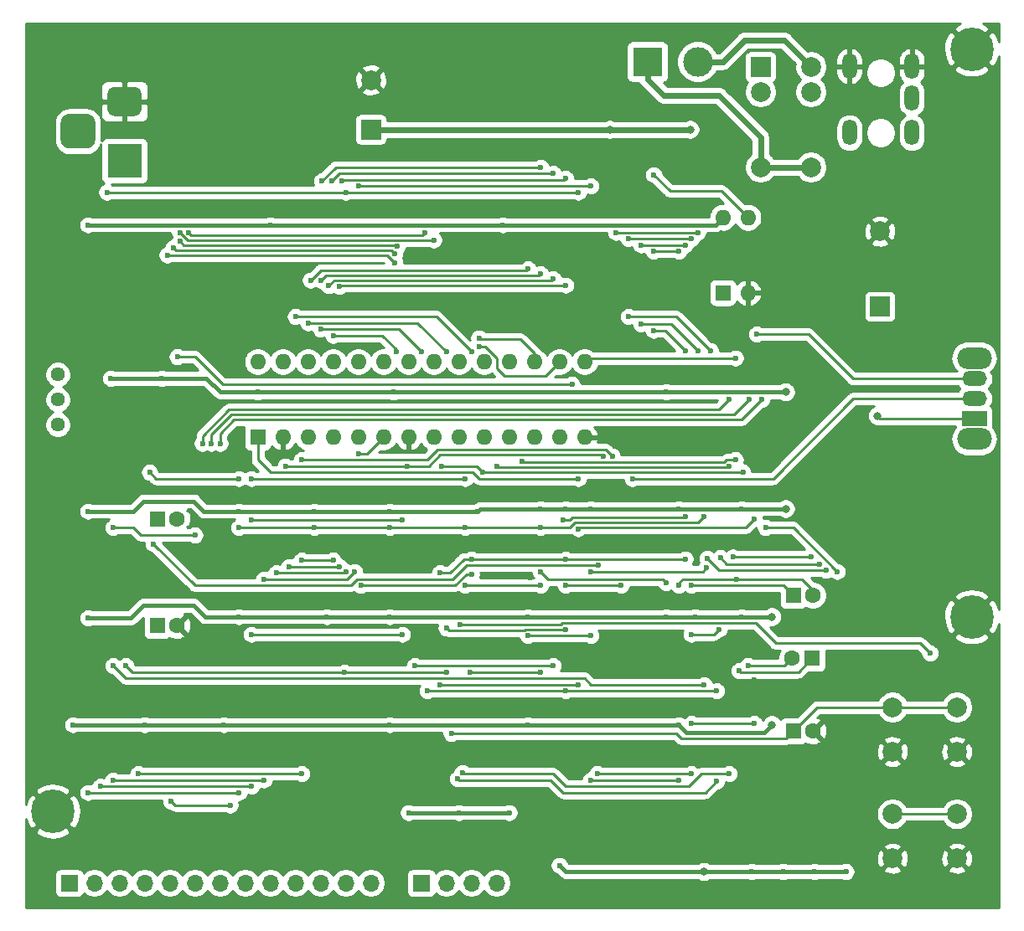
<source format=gbr>
%TF.GenerationSoftware,KiCad,Pcbnew,(5.1.6)-1*%
%TF.CreationDate,2021-01-03T13:05:20+07:00*%
%TF.ProjectId,morse_buffer_prod,6d6f7273-655f-4627-9566-6665725f7072,1*%
%TF.SameCoordinates,Original*%
%TF.FileFunction,Copper,L2,Bot*%
%TF.FilePolarity,Positive*%
%FSLAX46Y46*%
G04 Gerber Fmt 4.6, Leading zero omitted, Abs format (unit mm)*
G04 Created by KiCad (PCBNEW (5.1.6)-1) date 2021-01-03 13:05:20*
%MOMM*%
%LPD*%
G01*
G04 APERTURE LIST*
%TA.AperFunction,ComponentPad*%
%ADD10C,4.400000*%
%TD*%
%TA.AperFunction,ComponentPad*%
%ADD11O,1.500000X2.600000*%
%TD*%
%TA.AperFunction,ComponentPad*%
%ADD12O,1.600000X1.600000*%
%TD*%
%TA.AperFunction,ComponentPad*%
%ADD13R,1.600000X1.600000*%
%TD*%
%TA.AperFunction,ComponentPad*%
%ADD14O,3.500000X2.200000*%
%TD*%
%TA.AperFunction,ComponentPad*%
%ADD15O,2.500000X1.500000*%
%TD*%
%TA.AperFunction,ComponentPad*%
%ADD16R,2.500000X1.500000*%
%TD*%
%TA.AperFunction,ComponentPad*%
%ADD17C,2.000000*%
%TD*%
%TA.AperFunction,ComponentPad*%
%ADD18C,1.440000*%
%TD*%
%TA.AperFunction,ComponentPad*%
%ADD19R,2.000000X2.000000*%
%TD*%
%TA.AperFunction,ComponentPad*%
%ADD20R,3.500000X3.500000*%
%TD*%
%TA.AperFunction,ComponentPad*%
%ADD21C,3.000000*%
%TD*%
%TA.AperFunction,ComponentPad*%
%ADD22R,3.000000X3.000000*%
%TD*%
%TA.AperFunction,ComponentPad*%
%ADD23O,1.700000X1.700000*%
%TD*%
%TA.AperFunction,ComponentPad*%
%ADD24R,1.700000X1.700000*%
%TD*%
%TA.AperFunction,ComponentPad*%
%ADD25C,1.600000*%
%TD*%
%TA.AperFunction,ViaPad*%
%ADD26C,0.600000*%
%TD*%
%TA.AperFunction,ViaPad*%
%ADD27C,0.800000*%
%TD*%
%TA.AperFunction,Conductor*%
%ADD28C,0.250000*%
%TD*%
%TA.AperFunction,Conductor*%
%ADD29C,0.400000*%
%TD*%
%TA.AperFunction,Conductor*%
%ADD30C,0.600000*%
%TD*%
%TA.AperFunction,Conductor*%
%ADD31C,0.254000*%
%TD*%
G04 APERTURE END LIST*
D10*
%TO.P,H3,1*%
%TO.N,GNDREF*%
X161036000Y-63627000D03*
%TD*%
%TO.P,H2,1*%
%TO.N,GNDREF*%
X161036000Y-121031000D03*
%TD*%
%TO.P,H1,1*%
%TO.N,GNDREF*%
X68199000Y-140716000D03*
%TD*%
D11*
%TO.P,J2,T*%
%TO.N,Net-(J2-PadT)*%
X148692000Y-72080000D03*
%TO.P,J2,S*%
%TO.N,GNDREF*%
X148692000Y-65380000D03*
%TO.P,J2,T*%
%TO.N,Net-(J2-PadT)*%
X154992000Y-72080000D03*
%TO.P,J2,R*%
%TO.N,N/C*%
X154992000Y-68580000D03*
%TO.P,J2,S*%
%TO.N,GNDREF*%
X154992000Y-65380000D03*
%TD*%
D12*
%TO.P,U21,4*%
%TO.N,+5V*%
X135890000Y-80645000D03*
%TO.P,U21,2*%
%TO.N,GNDREF*%
X138430000Y-88265000D03*
%TO.P,U21,3*%
%TO.N,Net-(R10-Pad2)*%
X138430000Y-80645000D03*
D13*
%TO.P,U21,1*%
%TO.N,Net-(R12-Pad1)*%
X135890000Y-88265000D03*
%TD*%
D12*
%TO.P,U12,28*%
%TO.N,+5V*%
X88900000Y-95250000D03*
%TO.P,U12,14*%
%TO.N,GNDREF*%
X121920000Y-102870000D03*
%TO.P,U12,27*%
%TO.N,ROW_0*%
X91440000Y-95250000D03*
%TO.P,U12,13*%
%TO.N,Net-(U12-Pad13)*%
X119380000Y-102870000D03*
%TO.P,U12,26*%
%TO.N,ROW_1*%
X93980000Y-95250000D03*
%TO.P,U12,12*%
%TO.N,/CL3*%
X116840000Y-102870000D03*
%TO.P,U12,25*%
%TO.N,ROW_2*%
X96520000Y-95250000D03*
%TO.P,U12,11*%
%TO.N,/CL2*%
X114300000Y-102870000D03*
%TO.P,U12,24*%
%TO.N,ROW_3*%
X99060000Y-95250000D03*
%TO.P,U12,10*%
%TO.N,/CL1*%
X111760000Y-102870000D03*
%TO.P,U12,23*%
%TO.N,+5V*%
X101600000Y-95250000D03*
%TO.P,U12,9*%
%TO.N,/CL0*%
X109220000Y-102870000D03*
%TO.P,U12,22*%
%TO.N,~PWRON_RESET*%
X104140000Y-95250000D03*
%TO.P,U12,8*%
%TO.N,~FULL*%
X106680000Y-102870000D03*
%TO.P,U12,21*%
%TO.N,~EMPTY*%
X106680000Y-95250000D03*
%TO.P,U12,7*%
%TO.N,GNDREF*%
X104140000Y-102870000D03*
%TO.P,U12,20*%
%TO.N,~HALF*%
X109220000Y-95250000D03*
%TO.P,U12,6*%
%TO.N,COL_0*%
X101600000Y-102870000D03*
%TO.P,U12,19*%
%TO.N,/RW3*%
X111760000Y-95250000D03*
%TO.P,U12,5*%
%TO.N,COL_1*%
X99060000Y-102870000D03*
%TO.P,U12,18*%
%TO.N,/RW2*%
X114300000Y-95250000D03*
%TO.P,U12,4*%
%TO.N,COL_2*%
X96520000Y-102870000D03*
%TO.P,U12,17*%
%TO.N,/RW1*%
X116840000Y-95250000D03*
%TO.P,U12,3*%
%TO.N,COL_3*%
X93980000Y-102870000D03*
%TO.P,U12,16*%
%TO.N,/RW0*%
X119380000Y-95250000D03*
%TO.P,U12,2*%
%TO.N,GNDREF*%
X91440000Y-102870000D03*
%TO.P,U12,15*%
%TO.N,~TX_ON*%
X121920000Y-95250000D03*
D13*
%TO.P,U12,1*%
%TO.N,~RX_ON*%
X88900000Y-102870000D03*
%TD*%
D14*
%TO.P,SW3,*%
%TO.N,*%
X161290000Y-94865000D03*
X161290000Y-103065000D03*
D15*
%TO.P,SW3,3*%
%TO.N,RELAY*%
X161290000Y-96965000D03*
%TO.P,SW3,2*%
%TO.N,Net-(SW3-Pad2)*%
X161290000Y-98965000D03*
D16*
%TO.P,SW3,1*%
%TO.N,BUZZER*%
X161290000Y-100965000D03*
%TD*%
D17*
%TO.P,SW2,1*%
%TO.N,Net-(J2-PadT)*%
X159535000Y-140970000D03*
%TO.P,SW2,2*%
%TO.N,GNDREF*%
X159535000Y-145470000D03*
%TO.P,SW2,1*%
%TO.N,Net-(J2-PadT)*%
X153035000Y-140970000D03*
%TO.P,SW2,2*%
%TO.N,GNDREF*%
X153035000Y-145470000D03*
%TD*%
%TO.P,SW1,1*%
%TO.N,Net-(C27-Pad1)*%
X159535000Y-130175000D03*
%TO.P,SW1,2*%
%TO.N,GNDREF*%
X159535000Y-134675000D03*
%TO.P,SW1,1*%
%TO.N,Net-(C27-Pad1)*%
X153035000Y-130175000D03*
%TO.P,SW1,2*%
%TO.N,GNDREF*%
X153035000Y-134675000D03*
%TD*%
D18*
%TO.P,RV1,3*%
%TO.N,Net-(R15-Pad1)*%
X68707000Y-101600000D03*
%TO.P,RV1,2*%
%TO.N,+5V*%
X68707000Y-99060000D03*
%TO.P,RV1,1*%
X68707000Y-96520000D03*
%TD*%
D17*
%TO.P,K1,5*%
%TO.N,Net-(J4-Pad1)*%
X139700000Y-75565000D03*
%TO.P,K1,6*%
X144780000Y-75565000D03*
%TO.P,K1,2*%
%TO.N,+5V*%
X139700000Y-67945000D03*
D19*
%TO.P,K1,1*%
%TO.N,Net-(K1-Pad1)*%
X139700000Y-65405000D03*
D17*
%TO.P,K1,9*%
%TO.N,Net-(D2-Pad2)*%
X144780000Y-67945000D03*
%TO.P,K1,10*%
%TO.N,Net-(J4-Pad2)*%
X144780000Y-65405000D03*
%TD*%
%TO.P,J5,3*%
%TO.N,Net-(J5-Pad3)*%
%TA.AperFunction,ComponentPad*%
G36*
G01*
X69863000Y-70180000D02*
X71613000Y-70180000D01*
G75*
G02*
X72488000Y-71055000I0J-875000D01*
G01*
X72488000Y-72805000D01*
G75*
G02*
X71613000Y-73680000I-875000J0D01*
G01*
X69863000Y-73680000D01*
G75*
G02*
X68988000Y-72805000I0J875000D01*
G01*
X68988000Y-71055000D01*
G75*
G02*
X69863000Y-70180000I875000J0D01*
G01*
G37*
%TD.AperFunction*%
%TO.P,J5,2*%
%TO.N,GNDREF*%
%TA.AperFunction,ComponentPad*%
G36*
G01*
X74438000Y-67430000D02*
X76438000Y-67430000D01*
G75*
G02*
X77188000Y-68180000I0J-750000D01*
G01*
X77188000Y-69680000D01*
G75*
G02*
X76438000Y-70430000I-750000J0D01*
G01*
X74438000Y-70430000D01*
G75*
G02*
X73688000Y-69680000I0J750000D01*
G01*
X73688000Y-68180000D01*
G75*
G02*
X74438000Y-67430000I750000J0D01*
G01*
G37*
%TD.AperFunction*%
D20*
%TO.P,J5,1*%
%TO.N,Net-(J5-Pad1)*%
X75438000Y-74930000D03*
%TD*%
D21*
%TO.P,J4,2*%
%TO.N,Net-(J4-Pad2)*%
X133350000Y-64897000D03*
D22*
%TO.P,J4,1*%
%TO.N,Net-(J4-Pad1)*%
X128270000Y-64897000D03*
%TD*%
D23*
%TO.P,J3,4*%
%TO.N,Net-(J3-Pad4)*%
X113030000Y-147955000D03*
%TO.P,J3,3*%
%TO.N,Net-(J3-Pad3)*%
X110490000Y-147955000D03*
%TO.P,J3,2*%
%TO.N,Net-(J3-Pad2)*%
X107950000Y-147955000D03*
D24*
%TO.P,J3,1*%
%TO.N,Net-(J3-Pad1)*%
X105410000Y-147955000D03*
%TD*%
D23*
%TO.P,J1,13*%
%TO.N,Net-(J1-Pad13)*%
X100330000Y-147955000D03*
%TO.P,J1,12*%
%TO.N,Net-(J1-Pad12)*%
X97790000Y-147955000D03*
%TO.P,J1,11*%
%TO.N,Net-(J1-Pad11)*%
X95250000Y-147955000D03*
%TO.P,J1,10*%
%TO.N,Net-(J1-Pad10)*%
X92710000Y-147955000D03*
%TO.P,J1,9*%
%TO.N,Net-(J1-Pad9)*%
X90170000Y-147955000D03*
%TO.P,J1,8*%
%TO.N,Net-(J1-Pad8)*%
X87630000Y-147955000D03*
%TO.P,J1,7*%
%TO.N,Net-(J1-Pad7)*%
X85090000Y-147955000D03*
%TO.P,J1,6*%
%TO.N,Net-(J1-Pad6)*%
X82550000Y-147955000D03*
%TO.P,J1,5*%
%TO.N,Net-(J1-Pad5)*%
X80010000Y-147955000D03*
%TO.P,J1,4*%
%TO.N,Net-(J1-Pad4)*%
X77470000Y-147955000D03*
%TO.P,J1,3*%
%TO.N,Net-(J1-Pad3)*%
X74930000Y-147955000D03*
%TO.P,J1,2*%
%TO.N,Net-(J1-Pad2)*%
X72390000Y-147955000D03*
D24*
%TO.P,J1,1*%
%TO.N,Net-(J1-Pad1)*%
X69850000Y-147955000D03*
%TD*%
D17*
%TO.P,C29,2*%
%TO.N,GNDREF*%
X100330000Y-66755000D03*
D19*
%TO.P,C29,1*%
%TO.N,+5V*%
X100330000Y-71755000D03*
%TD*%
D25*
%TO.P,C27,2*%
%TO.N,GNDREF*%
X145002000Y-132588000D03*
D13*
%TO.P,C27,1*%
%TO.N,Net-(C27-Pad1)*%
X143002000Y-132588000D03*
%TD*%
D25*
%TO.P,C26,2*%
%TO.N,Net-(C26-Pad2)*%
X142907000Y-125222000D03*
D13*
%TO.P,C26,1*%
%TO.N,Net-(C26-Pad1)*%
X144907000Y-125222000D03*
%TD*%
D25*
%TO.P,C25,2*%
%TO.N,Net-(C25-Pad2)*%
X145002000Y-118872000D03*
D13*
%TO.P,C25,1*%
%TO.N,Net-(C25-Pad1)*%
X143002000Y-118872000D03*
%TD*%
D25*
%TO.P,C24,2*%
%TO.N,GNDREF*%
X80740000Y-111125000D03*
D13*
%TO.P,C24,1*%
%TO.N,Net-(C24-Pad1)*%
X78740000Y-111125000D03*
%TD*%
D25*
%TO.P,C22,2*%
%TO.N,GNDREF*%
X80740000Y-121920000D03*
D13*
%TO.P,C22,1*%
%TO.N,Net-(C22-Pad1)*%
X78740000Y-121920000D03*
%TD*%
D17*
%TO.P,BZ1,2*%
%TO.N,GNDREF*%
X151765000Y-82062000D03*
D19*
%TO.P,BZ1,1*%
%TO.N,BUZZER*%
X151765000Y-89662000D03*
%TD*%
D26*
%TO.N,GNDREF*%
X139065000Y-127381000D03*
X83820000Y-141224000D03*
X76073000Y-141351000D03*
X91567000Y-139319000D03*
X92329000Y-138049000D03*
X111125000Y-124968000D03*
X88265000Y-128397000D03*
X89535000Y-128397000D03*
X92075000Y-128397000D03*
X113030000Y-130048000D03*
X113030000Y-135255000D03*
X109220000Y-139065000D03*
X113792000Y-124460000D03*
X113030000Y-119253000D03*
X114300000Y-113665000D03*
X114300000Y-108585000D03*
X100203000Y-113665000D03*
X100330000Y-119634000D03*
X140081000Y-113538000D03*
X128270000Y-113665000D03*
X81026000Y-98933000D03*
D27*
X132080000Y-76581000D03*
D26*
X105410000Y-115824000D03*
X108585000Y-115189000D03*
X112014000Y-113665000D03*
X125984000Y-113665000D03*
X122809000Y-91186000D03*
X120523000Y-91186000D03*
X116459000Y-117094000D03*
X138303000Y-136906000D03*
X125603000Y-141478000D03*
X125603000Y-145288000D03*
X114300000Y-144018000D03*
X102870000Y-144653000D03*
X99060000Y-135382000D03*
X83820000Y-135255000D03*
X68580000Y-135255000D03*
X68580000Y-124587000D03*
X68580000Y-126873000D03*
X71755000Y-126873000D03*
X83820000Y-124333000D03*
X83820000Y-113919000D03*
X68580000Y-113538000D03*
X68580000Y-86995000D03*
X72009000Y-91440000D03*
X73533000Y-85217000D03*
X77597000Y-82931000D03*
X92075000Y-64643000D03*
X90170000Y-91821000D03*
X86995000Y-86995000D03*
X85344000Y-90932000D03*
X87122000Y-102108000D03*
X92456000Y-86360000D03*
X111633000Y-89154000D03*
X108585000Y-83947000D03*
X124587000Y-85979000D03*
X129159000Y-85979000D03*
X132715000Y-79756000D03*
X140843000Y-101473000D03*
X127127000Y-102235000D03*
X126238000Y-96266000D03*
X128270000Y-108712000D03*
X132715000Y-104140000D03*
X128143000Y-119253000D03*
X127000000Y-124460000D03*
X125857000Y-130175000D03*
X129667000Y-130429000D03*
X126111000Y-135382000D03*
X133096000Y-140081000D03*
X132715000Y-143637000D03*
X120650000Y-143637000D03*
X118491000Y-139319000D03*
X99568000Y-130175000D03*
X83312000Y-130048000D03*
X85344000Y-119507000D03*
X120142000Y-83312000D03*
X68580000Y-116840000D03*
X68580000Y-129667000D03*
X68580000Y-137160000D03*
X68199000Y-108204000D03*
X83947000Y-106045000D03*
X85852000Y-95123000D03*
X75819000Y-98933000D03*
X72263000Y-103378000D03*
X68580000Y-90805000D03*
X72263000Y-94869000D03*
X79756000Y-105283000D03*
D27*
%TO.N,BUZZER*%
X151511000Y-100711000D03*
D26*
%TO.N,+5V*%
X148336000Y-146812000D03*
X138811000Y-146812000D03*
X141986000Y-146812000D03*
X145161000Y-146812000D03*
X109220000Y-140843000D03*
X104140000Y-140843000D03*
X114300000Y-140843000D03*
X88900000Y-98298000D03*
X130175000Y-98298000D03*
X102235000Y-110363000D03*
X86995000Y-110363000D03*
X71755000Y-110363000D03*
X130175000Y-121031000D03*
X116205000Y-121031000D03*
X102235000Y-121031000D03*
X86995000Y-121031000D03*
X71755000Y-121158000D03*
X131445000Y-131953000D03*
X116205000Y-131953000D03*
X102235000Y-131953000D03*
X85471000Y-131953000D03*
X70231000Y-131953000D03*
X94615000Y-110363000D03*
X111125000Y-110363000D03*
X137795000Y-121031000D03*
X77470000Y-131953000D03*
X79222500Y-96926500D03*
X95885000Y-121031000D03*
X133096000Y-121031000D03*
X119380000Y-146177000D03*
X102616000Y-98298000D03*
X113665000Y-81407000D03*
X90170000Y-81407000D03*
X71755000Y-81407000D03*
X131445000Y-110109000D03*
X137795000Y-110109000D03*
X122555000Y-110109000D03*
X120015000Y-110109000D03*
X117475000Y-110109000D03*
D27*
X132588000Y-71755000D03*
X124460000Y-71755000D03*
X142240000Y-98298000D03*
X142240000Y-110109000D03*
X140843000Y-121031000D03*
X140843000Y-131953000D03*
X133985000Y-146812000D03*
D26*
X74041000Y-96926500D03*
%TO.N,Net-(C25-Pad1)*%
X132715000Y-117856000D03*
%TO.N,Net-(C26-Pad1)*%
X137541000Y-126492000D03*
%TO.N,KEYBOARD_PRESS*%
X132715000Y-131826000D03*
X139065000Y-131826000D03*
X130175000Y-117602000D03*
X117475000Y-116459000D03*
%TO.N,Net-(J1-Pad8)*%
X80137000Y-139700000D03*
X86106000Y-140081000D03*
%TO.N,TX_COMPLETE*%
X80772000Y-94742000D03*
X120650000Y-97536000D03*
%TO.N,Net-(R10-Pad2)*%
X128905000Y-76327000D03*
%TO.N,~EMPTY*%
X134302500Y-115125500D03*
X146304000Y-116332000D03*
X113030000Y-105791000D03*
X136525000Y-105791000D03*
%TO.N,Net-(R18-Pad2)*%
X147447000Y-116459000D03*
X140208000Y-112014000D03*
%TO.N,~HALF*%
X135636000Y-115062000D03*
X145669000Y-115697000D03*
X137160000Y-105156000D03*
X115570000Y-105283000D03*
%TO.N,~FULL*%
X107442000Y-105791000D03*
X75565000Y-125984000D03*
X136906000Y-114998500D03*
X144780000Y-114998500D03*
X107950000Y-126619000D03*
X97663000Y-126619000D03*
X110490000Y-116713000D03*
X99314000Y-117856000D03*
X111633000Y-106426000D03*
X137922000Y-106426000D03*
%TO.N,RELAY*%
X139319000Y-92456000D03*
%TO.N,TX_ON*%
X123317000Y-115824000D03*
X78359000Y-113665000D03*
%TO.N,ROW_3*%
X123190000Y-136906000D03*
X132715000Y-136906000D03*
%TO.N,ROW_2*%
X122555000Y-137541000D03*
X131445000Y-137541000D03*
%TO.N,ROW_1*%
X109601000Y-136779000D03*
X136525000Y-136906000D03*
%TO.N,ROW_0*%
X109093000Y-137414000D03*
X135255000Y-137668000D03*
%TO.N,RD_RESET*%
X116205000Y-122936000D03*
X122555000Y-122936000D03*
%TO.N,SOUND_TRIG_B*%
X117475000Y-117856000D03*
X109855000Y-117856000D03*
%TO.N,SOUND_TRIG_A*%
X119761000Y-111252000D03*
X132080000Y-110871000D03*
%TO.N,Net-(U4-Pad2)*%
X117475000Y-126619000D03*
X110363000Y-126619000D03*
%TO.N,~PWRON_RESET*%
X132715000Y-122809000D03*
X120015000Y-115189000D03*
X132080000Y-115189000D03*
X135509000Y-122301000D03*
X110490000Y-115189000D03*
X107315000Y-116586000D03*
%TO.N,Net-(U5-Pad2)*%
X88265000Y-122809000D03*
X103505000Y-122809000D03*
%TO.N,~TX_RESET*%
X117475000Y-112014000D03*
X109855000Y-112014000D03*
X102235000Y-112014000D03*
X94615000Y-112014000D03*
X86995000Y-112014000D03*
X133985000Y-110871000D03*
%TO.N,Net-(U18-Pad4)*%
X139065000Y-111125000D03*
X121285000Y-112141000D03*
%TO.N,COL_0*%
X71755000Y-138811000D03*
X86995000Y-138811000D03*
X89535000Y-117221000D03*
X98679000Y-116459000D03*
X99060000Y-104521000D03*
%TO.N,COL_1*%
X88265000Y-138176000D03*
X73025000Y-138176000D03*
X90805000Y-116586000D03*
X97790000Y-116459000D03*
%TO.N,COL_2*%
X89535000Y-137541000D03*
X74295000Y-137541000D03*
X92075000Y-115951000D03*
X97155000Y-115951000D03*
%TO.N,COL_3*%
X93345000Y-136906000D03*
X76835000Y-136906000D03*
X93345000Y-115316000D03*
X96520000Y-115316000D03*
%TO.N,/CL3*%
X92710000Y-90678000D03*
X110490000Y-94234000D03*
X94234000Y-86995000D03*
X116205000Y-85852000D03*
%TO.N,/CL2*%
X107950000Y-94234000D03*
X93980000Y-91313000D03*
X95250000Y-86995000D03*
X117475000Y-86360000D03*
%TO.N,/CL1*%
X105410000Y-94234000D03*
X95250000Y-91948000D03*
X96075500Y-87566500D03*
X118745000Y-86868000D03*
%TO.N,/CL0*%
X120015000Y-87503000D03*
X102870000Y-94234000D03*
X96520000Y-92583000D03*
X97155000Y-87630000D03*
%TO.N,/RW3*%
X120015000Y-76708000D03*
X97409000Y-76962000D03*
%TO.N,/RW2*%
X99060000Y-77470000D03*
X122555000Y-77470000D03*
%TO.N,/RW1*%
X111252000Y-92837000D03*
X118745000Y-76200000D03*
X96393000Y-76962000D03*
%TO.N,/RW0*%
X111252000Y-93726000D03*
X117475000Y-75565000D03*
X95377000Y-76962000D03*
%TO.N,~TX_ON*%
X121285000Y-78105000D03*
X97790000Y-78105000D03*
X137160000Y-94869000D03*
X73660000Y-78105000D03*
%TO.N,~RX_ON*%
X121285000Y-107061000D03*
X122555000Y-116459000D03*
X134239000Y-116078000D03*
%TO.N,Net-(U13-Pad13)*%
X132080000Y-94107000D03*
X128905000Y-92075000D03*
%TO.N,Net-(U13-Pad12)*%
X133350000Y-94107000D03*
X127635000Y-91440000D03*
%TO.N,Net-(U13-Pad11)*%
X126365000Y-90678000D03*
X134620000Y-94107000D03*
%TO.N,/ST3*%
X93345000Y-105156000D03*
X124714000Y-104775000D03*
%TO.N,/ST4*%
X91694000Y-105791000D03*
X123825000Y-104775000D03*
X104013000Y-105791000D03*
%TO.N,Net-(U13-Pad19)*%
X125095000Y-82169000D03*
X133350000Y-82169000D03*
%TO.N,Net-(U13-Pad18)*%
X126365000Y-82804000D03*
X132715000Y-82804000D03*
%TO.N,Net-(U13-Pad17)*%
X127635000Y-83439000D03*
X132080000Y-83439000D03*
%TO.N,Net-(U13-Pad16)*%
X128905000Y-84074000D03*
X131445000Y-84074000D03*
%TO.N,/LN2*%
X102997000Y-83566000D03*
X81026000Y-83058000D03*
%TO.N,/LN1*%
X80391000Y-83693000D03*
X102743000Y-84328000D03*
%TO.N,/LN0*%
X102743000Y-85217000D03*
X79756000Y-84455000D03*
%TO.N,/LN4*%
X105791000Y-82169000D03*
X81915000Y-82169000D03*
%TO.N,/LN3*%
X106680000Y-82931000D03*
X81026000Y-82169000D03*
%TO.N,/ST0*%
X136525000Y-99060000D03*
X83312000Y-103505000D03*
%TO.N,/ST1*%
X138557000Y-99060000D03*
X84201000Y-103505000D03*
%TO.N,/ST2*%
X85090000Y-103505000D03*
X139827000Y-99060000D03*
%TO.N,Net-(C25-Pad2)*%
X131445000Y-117856000D03*
X137287000Y-117221000D03*
%TO.N,Net-(C26-Pad2)*%
X138430000Y-125984000D03*
%TO.N,Net-(C27-Pad1)*%
X108458000Y-132842000D03*
%TO.N,Net-(C28-Pad1)*%
X156845000Y-124714000D03*
X109347000Y-121793000D03*
%TO.N,Net-(U19-Pad15)*%
X109855000Y-107061000D03*
X88265000Y-107061000D03*
%TO.N,Net-(U3-Pad11)*%
X106045000Y-128524000D03*
X120015000Y-128524000D03*
X135255000Y-128524000D03*
%TO.N,Net-(U4-Pad10)*%
X107950000Y-122174000D03*
X120015000Y-122301000D03*
%TO.N,Net-(U4-Pad3)*%
X104775000Y-125984000D03*
X118745000Y-125984000D03*
%TO.N,Net-(U5-Pad4)*%
X121285000Y-127889000D03*
X107315000Y-127889000D03*
%TO.N,/58Hz_Square*%
X74295000Y-125984000D03*
X133985000Y-127889000D03*
%TO.N,Net-(Q4-Pad3)*%
X88265000Y-111252000D03*
X103505000Y-111252000D03*
X86995000Y-107061000D03*
X77978000Y-106426000D03*
%TO.N,Net-(R27-Pad2)*%
X74295000Y-112014000D03*
X82550000Y-112776000D03*
%TO.N,Net-(SW3-Pad2)*%
X120015000Y-117856000D03*
X126746000Y-107061000D03*
X125603000Y-117856000D03*
%TD*%
D28*
%TO.N,BUZZER*%
X161290000Y-100965000D02*
X151765000Y-100965000D01*
X151765000Y-100965000D02*
X151511000Y-100711000D01*
D29*
%TO.N,+5V*%
X130175000Y-98298000D02*
X105537000Y-98298000D01*
X83439000Y-110363000D02*
X82423000Y-109347000D01*
X82423000Y-109347000D02*
X77343000Y-109347000D01*
X77343000Y-109347000D02*
X76327000Y-110363000D01*
X76327000Y-110363000D02*
X71755000Y-110363000D01*
X102235000Y-110363000D02*
X94615000Y-110363000D01*
X86995000Y-110363000D02*
X83439000Y-110363000D01*
X71755000Y-110363000D02*
X71755000Y-110363000D01*
X76073000Y-121158000D02*
X71755000Y-121158000D01*
X77343000Y-119888000D02*
X76073000Y-121158000D01*
X83566000Y-121031000D02*
X82423000Y-119888000D01*
X82423000Y-119888000D02*
X77343000Y-119888000D01*
X130175000Y-121031000D02*
X116205000Y-121031000D01*
X116205000Y-121031000D02*
X102235000Y-121031000D01*
X102235000Y-121031000D02*
X95885000Y-121031000D01*
X86995000Y-121031000D02*
X83566000Y-121031000D01*
X71755000Y-121158000D02*
X71755000Y-121158000D01*
X131445000Y-131953000D02*
X131445000Y-131953000D01*
X116205000Y-131953000D02*
X102235000Y-131953000D01*
X102235000Y-131953000D02*
X85471000Y-131953000D01*
X70231000Y-131953000D02*
X70231000Y-131953000D01*
X94615000Y-110363000D02*
X86995000Y-110363000D01*
X111125000Y-110363000D02*
X102235000Y-110363000D01*
X137795000Y-121031000D02*
X133096000Y-121031000D01*
X85471000Y-131953000D02*
X77470000Y-131953000D01*
X77470000Y-131953000D02*
X70231000Y-131953000D01*
D30*
X100330000Y-71755000D02*
X124460000Y-71755000D01*
D29*
X132588000Y-71755000D02*
X132588000Y-71755000D01*
X95885000Y-121031000D02*
X86995000Y-121031000D01*
X104140000Y-140843000D02*
X109220000Y-140843000D01*
X109220000Y-140843000D02*
X114300000Y-140843000D01*
X133096000Y-121031000D02*
X130175000Y-121031000D01*
X105537000Y-98298000D02*
X102616000Y-98298000D01*
X138811000Y-146812000D02*
X141986000Y-146812000D01*
X141986000Y-146812000D02*
X145161000Y-146812000D01*
X145161000Y-146812000D02*
X148336000Y-146812000D01*
X120015000Y-146812000D02*
X138811000Y-146812000D01*
X119380000Y-146177000D02*
X120015000Y-146812000D01*
X85090000Y-98298000D02*
X88900000Y-98298000D01*
X79222500Y-96926500D02*
X83718500Y-96926500D01*
X83718500Y-96926500D02*
X85090000Y-98298000D01*
X102616000Y-98298000D02*
X88900000Y-98298000D01*
X135128000Y-81407000D02*
X135890000Y-80645000D01*
X113665000Y-81407000D02*
X135128000Y-81407000D01*
X90170000Y-81407000D02*
X113665000Y-81407000D01*
X71755000Y-81407000D02*
X90170000Y-81407000D01*
X137795000Y-110109000D02*
X131445000Y-110109000D01*
X122555000Y-110109000D02*
X131445000Y-110109000D01*
X120015000Y-110109000D02*
X122555000Y-110109000D01*
X117475000Y-110109000D02*
X120015000Y-110109000D01*
X111379000Y-110109000D02*
X111125000Y-110363000D01*
X117475000Y-110109000D02*
X111379000Y-110109000D01*
D30*
X124460000Y-71755000D02*
X132588000Y-71755000D01*
D29*
X140081000Y-132715000D02*
X140843000Y-131953000D01*
X140843000Y-121031000D02*
X137795000Y-121031000D01*
X137795000Y-110109000D02*
X142240000Y-110109000D01*
X142240000Y-98298000D02*
X130175000Y-98298000D01*
X132207000Y-132715000D02*
X131445000Y-131953000D01*
X140081000Y-132715000D02*
X132207000Y-132715000D01*
X131445000Y-131953000D02*
X116205000Y-131953000D01*
X79222500Y-96926500D02*
X74041000Y-96926500D01*
X74041000Y-96926500D02*
X74041000Y-96926500D01*
D28*
%TO.N,Net-(C25-Pad1)*%
X141986000Y-117856000D02*
X143002000Y-118872000D01*
X132715000Y-117856000D02*
X141986000Y-117856000D01*
%TO.N,Net-(C26-Pad1)*%
X143510000Y-126619000D02*
X144907000Y-125222000D01*
X137668000Y-126619000D02*
X143510000Y-126619000D01*
X137541000Y-126492000D02*
X137668000Y-126619000D01*
%TO.N,KEYBOARD_PRESS*%
X132715000Y-131826000D02*
X139065000Y-131826000D01*
X129794000Y-117221000D02*
X130175000Y-117602000D01*
X117475000Y-116459000D02*
X118237000Y-117221000D01*
X118237000Y-117221000D02*
X129794000Y-117221000D01*
%TO.N,Net-(J1-Pad8)*%
X80137000Y-139700000D02*
X80518000Y-140081000D01*
X80518000Y-140081000D02*
X86106000Y-140081000D01*
X86106000Y-140081000D02*
X86106000Y-140081000D01*
%TO.N,Net-(J2-PadT)*%
X159535000Y-140970000D02*
X153035000Y-140970000D01*
D30*
%TO.N,Net-(J4-Pad2)*%
X138049000Y-62738000D02*
X142113000Y-62738000D01*
X142113000Y-62738000D02*
X144780000Y-65405000D01*
X133350000Y-64897000D02*
X135890000Y-64897000D01*
X135890000Y-64897000D02*
X138049000Y-62738000D01*
%TO.N,Net-(J4-Pad1)*%
X139700000Y-75565000D02*
X144780000Y-75565000D01*
X135509000Y-68326000D02*
X139700000Y-72517000D01*
X129921000Y-68326000D02*
X135509000Y-68326000D01*
X139700000Y-72517000D02*
X139700000Y-75565000D01*
X128270000Y-64897000D02*
X128270000Y-66675000D01*
X128270000Y-66675000D02*
X129921000Y-68326000D01*
D28*
%TO.N,TX_COMPLETE*%
X85344000Y-97536000D02*
X82550000Y-94742000D01*
X120650000Y-97536000D02*
X85344000Y-97536000D01*
X82550000Y-94742000D02*
X80772000Y-94742000D01*
%TO.N,Net-(R10-Pad2)*%
X135763000Y-77978000D02*
X138430000Y-80645000D01*
X128905000Y-76327000D02*
X130556000Y-77978000D01*
X130556000Y-77978000D02*
X135763000Y-77978000D01*
%TO.N,~EMPTY*%
X135128000Y-115951000D02*
X134302500Y-115125500D01*
X146304000Y-116332000D02*
X135509000Y-116332000D01*
X135509000Y-116332000D02*
X135128000Y-115951000D01*
X113157000Y-105918000D02*
X113030000Y-105791000D01*
X136525000Y-105791000D02*
X136398000Y-105918000D01*
X136398000Y-105918000D02*
X113157000Y-105918000D01*
%TO.N,Net-(R18-Pad2)*%
X143002000Y-112014000D02*
X147447000Y-116459000D01*
X140208000Y-112014000D02*
X143002000Y-112014000D01*
%TO.N,~HALF*%
X136271000Y-115697000D02*
X135636000Y-115062000D01*
X145669000Y-115697000D02*
X136271000Y-115697000D01*
X136271000Y-105156000D02*
X137160000Y-105156000D01*
X115697000Y-105410000D02*
X136017000Y-105410000D01*
X136017000Y-105410000D02*
X136271000Y-105156000D01*
X115570000Y-105283000D02*
X115697000Y-105410000D01*
%TO.N,~FULL*%
X136906000Y-114998500D02*
X144780000Y-114998500D01*
X76200000Y-126619000D02*
X97663000Y-126619000D01*
X75565000Y-125984000D02*
X76200000Y-126619000D01*
X97663000Y-126619000D02*
X107950000Y-126619000D01*
X109982000Y-116713000D02*
X110490000Y-116713000D01*
X99314000Y-117856000D02*
X108839000Y-117856000D01*
X108839000Y-117856000D02*
X109982000Y-116713000D01*
X107442000Y-105791000D02*
X110998000Y-105791000D01*
X110998000Y-105791000D02*
X111633000Y-106426000D01*
X137922000Y-106426000D02*
X111633000Y-106426000D01*
%TO.N,RELAY*%
X149035000Y-96965000D02*
X161290000Y-96965000D01*
X144526000Y-92456000D02*
X149035000Y-96965000D01*
X139319000Y-92456000D02*
X144526000Y-92456000D01*
%TO.N,TX_ON*%
X108585000Y-117221000D02*
X109982000Y-115824000D01*
X98933000Y-117221000D02*
X108585000Y-117221000D01*
X98298000Y-117856000D02*
X98933000Y-117221000D01*
X109982000Y-115824000D02*
X123317000Y-115824000D01*
X78359000Y-113665000D02*
X82550000Y-117856000D01*
X82550000Y-117856000D02*
X98298000Y-117856000D01*
X82550000Y-117856000D02*
X82550000Y-117856000D01*
%TO.N,ROW_3*%
X123190000Y-136906000D02*
X132715000Y-136906000D01*
%TO.N,ROW_2*%
X122555000Y-137541000D02*
X131445000Y-137541000D01*
%TO.N,ROW_1*%
X109728000Y-136906000D02*
X109601000Y-136779000D01*
X133731000Y-136906000D02*
X132461000Y-138176000D01*
X136525000Y-136906000D02*
X133731000Y-136906000D01*
X132461000Y-138176000D02*
X120015000Y-138176000D01*
X120015000Y-138176000D02*
X118745000Y-136906000D01*
X118745000Y-136906000D02*
X109728000Y-136906000D01*
%TO.N,ROW_0*%
X118491000Y-137541000D02*
X109220000Y-137541000D01*
X135255000Y-137668000D02*
X134112000Y-138811000D01*
X109220000Y-137541000D02*
X109093000Y-137414000D01*
X119761000Y-138811000D02*
X118491000Y-137541000D01*
X134112000Y-138811000D02*
X119761000Y-138811000D01*
%TO.N,RD_RESET*%
X122555000Y-122936000D02*
X116205000Y-122936000D01*
%TO.N,SOUND_TRIG_B*%
X109855000Y-117856000D02*
X117475000Y-117856000D01*
%TO.N,SOUND_TRIG_A*%
X120396000Y-111252000D02*
X119761000Y-111252000D01*
X120650000Y-110998000D02*
X120396000Y-111252000D01*
X132080000Y-110871000D02*
X131953000Y-110998000D01*
X131953000Y-110998000D02*
X120650000Y-110998000D01*
%TO.N,Net-(U4-Pad2)*%
X117475000Y-126619000D02*
X110363000Y-126619000D01*
%TO.N,~PWRON_RESET*%
X120015000Y-115189000D02*
X132080000Y-115189000D01*
X135001000Y-122809000D02*
X132715000Y-122809000D01*
X135509000Y-122301000D02*
X135001000Y-122809000D01*
X110490000Y-115189000D02*
X120015000Y-115189000D01*
X108331000Y-116586000D02*
X109728000Y-115189000D01*
X109728000Y-115189000D02*
X110490000Y-115189000D01*
X107315000Y-116586000D02*
X108331000Y-116586000D01*
%TO.N,Net-(U5-Pad2)*%
X103505000Y-122809000D02*
X88265000Y-122809000D01*
%TO.N,~TX_RESET*%
X117475000Y-112014000D02*
X109855000Y-112014000D01*
X109855000Y-112014000D02*
X102235000Y-112014000D01*
X102235000Y-112014000D02*
X94615000Y-112014000D01*
X94615000Y-112014000D02*
X86995000Y-112014000D01*
X120396000Y-112014000D02*
X117475000Y-112014000D01*
X120904000Y-111506000D02*
X120396000Y-112014000D01*
X133985000Y-110871000D02*
X133350000Y-111506000D01*
X133350000Y-111506000D02*
X120904000Y-111506000D01*
%TO.N,Net-(U18-Pad4)*%
X138176000Y-112014000D02*
X139065000Y-111125000D01*
X121412000Y-112014000D02*
X138176000Y-112014000D01*
X121285000Y-112141000D02*
X121412000Y-112014000D01*
%TO.N,COL_0*%
X86995000Y-138811000D02*
X71755000Y-138811000D01*
X97917000Y-117221000D02*
X89535000Y-117221000D01*
X98679000Y-116459000D02*
X97917000Y-117221000D01*
X99060000Y-104521000D02*
X99949000Y-104521000D01*
X99949000Y-104521000D02*
X101600000Y-102870000D01*
%TO.N,COL_1*%
X73025000Y-138176000D02*
X88265000Y-138176000D01*
X97663000Y-116586000D02*
X90805000Y-116586000D01*
X97790000Y-116459000D02*
X97663000Y-116586000D01*
%TO.N,COL_2*%
X74295000Y-137541000D02*
X89535000Y-137541000D01*
X97155000Y-115951000D02*
X92075000Y-115951000D01*
%TO.N,COL_3*%
X76835000Y-136906000D02*
X93345000Y-136906000D01*
X96520000Y-115316000D02*
X93345000Y-115316000D01*
%TO.N,/CL3*%
X106934000Y-90678000D02*
X110490000Y-94234000D01*
X92710000Y-90678000D02*
X106934000Y-90678000D01*
X95250000Y-85979000D02*
X94234000Y-86995000D01*
X116205000Y-85852000D02*
X116078000Y-85979000D01*
X116078000Y-85979000D02*
X95250000Y-85979000D01*
%TO.N,/CL2*%
X105029000Y-91313000D02*
X107950000Y-94234000D01*
X93980000Y-91313000D02*
X105029000Y-91313000D01*
X117348000Y-86487000D02*
X95758000Y-86487000D01*
X95758000Y-86487000D02*
X95250000Y-86995000D01*
X117475000Y-86360000D02*
X117348000Y-86487000D01*
%TO.N,/CL1*%
X103124000Y-91948000D02*
X105410000Y-94234000D01*
X95250000Y-91948000D02*
X103124000Y-91948000D01*
X96647000Y-86995000D02*
X96075500Y-87566500D01*
X118618000Y-86995000D02*
X96647000Y-86995000D01*
X118745000Y-86868000D02*
X118618000Y-86995000D01*
%TO.N,/CL0*%
X102870000Y-93980000D02*
X102870000Y-94234000D01*
X96520000Y-92583000D02*
X101473000Y-92583000D01*
X101473000Y-92583000D02*
X102870000Y-93980000D01*
X97282000Y-87503000D02*
X110490000Y-87503000D01*
X97155000Y-87630000D02*
X97282000Y-87503000D01*
X110490000Y-87503000D02*
X120015000Y-87503000D01*
%TO.N,/RW3*%
X119888000Y-76835000D02*
X120015000Y-76708000D01*
X97409000Y-76962000D02*
X97536000Y-76835000D01*
X97536000Y-76835000D02*
X119888000Y-76835000D01*
%TO.N,/RW2*%
X122555000Y-77470000D02*
X99060000Y-77470000D01*
%TO.N,/RW1*%
X115443000Y-92964000D02*
X116840000Y-94361000D01*
X116840000Y-94361000D02*
X116840000Y-95250000D01*
X111379000Y-92964000D02*
X115443000Y-92964000D01*
X111252000Y-92837000D02*
X111379000Y-92964000D01*
X97155000Y-76200000D02*
X118745000Y-76200000D01*
X96393000Y-76962000D02*
X97155000Y-76200000D01*
%TO.N,/RW0*%
X117983000Y-96647000D02*
X119380000Y-95250000D01*
X111887000Y-93726000D02*
X113030000Y-94869000D01*
X113030000Y-94869000D02*
X113030000Y-95885000D01*
X111252000Y-93726000D02*
X111887000Y-93726000D01*
X113792000Y-96647000D02*
X117983000Y-96647000D01*
X113030000Y-95885000D02*
X113792000Y-96647000D01*
X96774000Y-75565000D02*
X117475000Y-75565000D01*
X95377000Y-76962000D02*
X96774000Y-75565000D01*
%TO.N,~TX_ON*%
X122301000Y-94869000D02*
X121920000Y-95250000D01*
X137160000Y-94869000D02*
X122301000Y-94869000D01*
X97790000Y-78105000D02*
X121285000Y-78105000D01*
X97790000Y-78105000D02*
X73660000Y-78105000D01*
%TO.N,~RX_ON*%
X90170000Y-106426000D02*
X88900000Y-105156000D01*
X88900000Y-105156000D02*
X88900000Y-102870000D01*
X110617000Y-106426000D02*
X90170000Y-106426000D01*
X121285000Y-107061000D02*
X111252000Y-107061000D01*
X111252000Y-107061000D02*
X110617000Y-106426000D01*
X134239000Y-116078000D02*
X133858000Y-116459000D01*
X133858000Y-116459000D02*
X122555000Y-116459000D01*
%TO.N,Net-(U13-Pad13)*%
X130048000Y-92075000D02*
X132080000Y-94107000D01*
X128905000Y-92075000D02*
X130048000Y-92075000D01*
%TO.N,Net-(U13-Pad12)*%
X130683000Y-91440000D02*
X133350000Y-94107000D01*
X127635000Y-91440000D02*
X130683000Y-91440000D01*
%TO.N,Net-(U13-Pad11)*%
X131191000Y-90678000D02*
X126365000Y-90678000D01*
X134620000Y-94107000D02*
X131191000Y-90678000D01*
%TO.N,/ST3*%
X106045000Y-105156000D02*
X93345000Y-105156000D01*
X107061000Y-104140000D02*
X106045000Y-105156000D01*
X124079000Y-104140000D02*
X107061000Y-104140000D01*
X124714000Y-104775000D02*
X124079000Y-104140000D01*
%TO.N,/ST4*%
X123698000Y-104648000D02*
X123825000Y-104775000D01*
X107315000Y-104648000D02*
X123698000Y-104648000D01*
X106172000Y-105791000D02*
X107315000Y-104648000D01*
X104013000Y-105791000D02*
X106172000Y-105791000D01*
X91694000Y-105791000D02*
X104013000Y-105791000D01*
%TO.N,Net-(U13-Pad19)*%
X133350000Y-82169000D02*
X125095000Y-82169000D01*
%TO.N,Net-(U13-Pad18)*%
X132715000Y-82804000D02*
X126365000Y-82804000D01*
%TO.N,Net-(U13-Pad17)*%
X132080000Y-83439000D02*
X127635000Y-83439000D01*
%TO.N,Net-(U13-Pad16)*%
X131445000Y-84074000D02*
X128905000Y-84074000D01*
%TO.N,/LN2*%
X102870000Y-83439000D02*
X102997000Y-83566000D01*
X81026000Y-83058000D02*
X81407000Y-83439000D01*
X81407000Y-83439000D02*
X102870000Y-83439000D01*
%TO.N,/LN1*%
X80645000Y-83947000D02*
X80391000Y-83693000D01*
X102743000Y-84328000D02*
X102362000Y-83947000D01*
X102362000Y-83947000D02*
X80645000Y-83947000D01*
%TO.N,/LN0*%
X79756000Y-84455000D02*
X101981000Y-84455000D01*
X101981000Y-84455000D02*
X102743000Y-85217000D01*
%TO.N,/LN4*%
X81915000Y-82169000D02*
X81915000Y-82169000D01*
X105537000Y-82423000D02*
X105791000Y-82169000D01*
X82169000Y-82423000D02*
X105537000Y-82423000D01*
X81915000Y-82169000D02*
X82169000Y-82423000D01*
%TO.N,/LN3*%
X81788000Y-82931000D02*
X106680000Y-82931000D01*
X81026000Y-82169000D02*
X81788000Y-82931000D01*
%TO.N,/ST0*%
X135509000Y-100076000D02*
X136525000Y-99060000D01*
X85979000Y-100076000D02*
X135509000Y-100076000D01*
X83312000Y-103505000D02*
X83312000Y-102743000D01*
X83312000Y-102743000D02*
X85979000Y-100076000D01*
%TO.N,/ST1*%
X137033000Y-100584000D02*
X138557000Y-99060000D01*
X86233000Y-100584000D02*
X137033000Y-100584000D01*
X84201000Y-103505000D02*
X84201000Y-102616000D01*
X84201000Y-102616000D02*
X86233000Y-100584000D01*
%TO.N,/ST2*%
X139827000Y-99060000D02*
X137795000Y-101092000D01*
X137795000Y-101092000D02*
X86487000Y-101092000D01*
X86487000Y-101092000D02*
X85090000Y-102489000D01*
X85090000Y-102489000D02*
X85090000Y-103505000D01*
%TO.N,Net-(C25-Pad2)*%
X131445000Y-117856000D02*
X131445000Y-117602000D01*
X131445000Y-117602000D02*
X131826000Y-117221000D01*
X131826000Y-117221000D02*
X137287000Y-117221000D01*
X145002000Y-118332000D02*
X145002000Y-118872000D01*
X143891000Y-117221000D02*
X145002000Y-118332000D01*
X137287000Y-117221000D02*
X143891000Y-117221000D01*
%TO.N,Net-(C26-Pad2)*%
X138430000Y-125984000D02*
X142145000Y-125984000D01*
X142145000Y-125984000D02*
X142907000Y-125222000D01*
%TO.N,Net-(C27-Pad1)*%
X159535000Y-130175000D02*
X153035000Y-130175000D01*
X145415000Y-130175000D02*
X143002000Y-132588000D01*
X153035000Y-130175000D02*
X145415000Y-130175000D01*
X142240000Y-133350000D02*
X143002000Y-132588000D01*
X131699000Y-133350000D02*
X142240000Y-133350000D01*
X108458000Y-132842000D02*
X131191000Y-132842000D01*
X131191000Y-132842000D02*
X131699000Y-133350000D01*
%TO.N,Net-(C28-Pad1)*%
X155829000Y-123698000D02*
X156845000Y-124714000D01*
X119507000Y-121793000D02*
X119634000Y-121666000D01*
X119634000Y-121666000D02*
X139192000Y-121666000D01*
X141224000Y-123698000D02*
X155829000Y-123698000D01*
X109347000Y-121793000D02*
X119507000Y-121793000D01*
X139192000Y-121666000D02*
X141224000Y-123698000D01*
%TO.N,Net-(U19-Pad15)*%
X88265000Y-107061000D02*
X109855000Y-107061000D01*
%TO.N,Net-(U3-Pad11)*%
X120015000Y-128524000D02*
X106045000Y-128524000D01*
X135255000Y-128524000D02*
X120015000Y-128524000D01*
%TO.N,Net-(U4-Pad10)*%
X108204000Y-122428000D02*
X107950000Y-122174000D01*
X115824000Y-122428000D02*
X108204000Y-122428000D01*
X120015000Y-122301000D02*
X115951000Y-122301000D01*
X115951000Y-122301000D02*
X115824000Y-122428000D01*
%TO.N,Net-(U4-Pad3)*%
X104775000Y-125984000D02*
X118745000Y-125984000D01*
%TO.N,Net-(U5-Pad4)*%
X121285000Y-127889000D02*
X107315000Y-127889000D01*
%TO.N,/58Hz_Square*%
X121920000Y-127254000D02*
X75565000Y-127254000D01*
X122555000Y-127889000D02*
X121920000Y-127254000D01*
X75565000Y-127254000D02*
X74295000Y-125984000D01*
X133985000Y-127889000D02*
X122555000Y-127889000D01*
%TO.N,Net-(Q4-Pad3)*%
X88265000Y-111252000D02*
X103505000Y-111252000D01*
X81915000Y-107061000D02*
X86995000Y-107061000D01*
X77978000Y-106426000D02*
X78613000Y-107061000D01*
X78613000Y-107061000D02*
X81915000Y-107061000D01*
%TO.N,Net-(R27-Pad2)*%
X76327000Y-112014000D02*
X74295000Y-112014000D01*
X82550000Y-112776000D02*
X77089000Y-112776000D01*
X77089000Y-112776000D02*
X76327000Y-112014000D01*
%TO.N,Net-(SW3-Pad2)*%
X140970000Y-107061000D02*
X149066000Y-98965000D01*
X126746000Y-107061000D02*
X140970000Y-107061000D01*
X149066000Y-98965000D02*
X161290000Y-98965000D01*
X125603000Y-117856000D02*
X120015000Y-117856000D01*
%TD*%
D31*
%TO.N,GNDREF*%
G36*
X159465976Y-61249982D02*
G01*
X159225830Y-61637225D01*
X161036000Y-63447395D01*
X162846170Y-61637225D01*
X162606024Y-61249982D01*
X162151239Y-61010000D01*
X163780001Y-61010000D01*
X163780001Y-62904414D01*
X163662028Y-62522839D01*
X163413018Y-62056976D01*
X163025775Y-61816830D01*
X161215605Y-63627000D01*
X163025775Y-65437170D01*
X163413018Y-65197024D01*
X163673641Y-64703123D01*
X163780001Y-64345658D01*
X163780000Y-120308412D01*
X163662028Y-119926839D01*
X163413018Y-119460976D01*
X163025775Y-119220830D01*
X161215605Y-121031000D01*
X163025775Y-122841170D01*
X163413018Y-122601024D01*
X163673641Y-122107123D01*
X163780000Y-121749661D01*
X163780000Y-150445000D01*
X65455000Y-150445000D01*
X65455000Y-147105000D01*
X68361928Y-147105000D01*
X68361928Y-148805000D01*
X68374188Y-148929482D01*
X68410498Y-149049180D01*
X68469463Y-149159494D01*
X68548815Y-149256185D01*
X68645506Y-149335537D01*
X68755820Y-149394502D01*
X68875518Y-149430812D01*
X69000000Y-149443072D01*
X70700000Y-149443072D01*
X70824482Y-149430812D01*
X70944180Y-149394502D01*
X71054494Y-149335537D01*
X71151185Y-149256185D01*
X71230537Y-149159494D01*
X71289502Y-149049180D01*
X71311513Y-148976620D01*
X71443368Y-149108475D01*
X71686589Y-149270990D01*
X71956842Y-149382932D01*
X72243740Y-149440000D01*
X72536260Y-149440000D01*
X72823158Y-149382932D01*
X73093411Y-149270990D01*
X73336632Y-149108475D01*
X73543475Y-148901632D01*
X73660000Y-148727240D01*
X73776525Y-148901632D01*
X73983368Y-149108475D01*
X74226589Y-149270990D01*
X74496842Y-149382932D01*
X74783740Y-149440000D01*
X75076260Y-149440000D01*
X75363158Y-149382932D01*
X75633411Y-149270990D01*
X75876632Y-149108475D01*
X76083475Y-148901632D01*
X76200000Y-148727240D01*
X76316525Y-148901632D01*
X76523368Y-149108475D01*
X76766589Y-149270990D01*
X77036842Y-149382932D01*
X77323740Y-149440000D01*
X77616260Y-149440000D01*
X77903158Y-149382932D01*
X78173411Y-149270990D01*
X78416632Y-149108475D01*
X78623475Y-148901632D01*
X78740000Y-148727240D01*
X78856525Y-148901632D01*
X79063368Y-149108475D01*
X79306589Y-149270990D01*
X79576842Y-149382932D01*
X79863740Y-149440000D01*
X80156260Y-149440000D01*
X80443158Y-149382932D01*
X80713411Y-149270990D01*
X80956632Y-149108475D01*
X81163475Y-148901632D01*
X81280000Y-148727240D01*
X81396525Y-148901632D01*
X81603368Y-149108475D01*
X81846589Y-149270990D01*
X82116842Y-149382932D01*
X82403740Y-149440000D01*
X82696260Y-149440000D01*
X82983158Y-149382932D01*
X83253411Y-149270990D01*
X83496632Y-149108475D01*
X83703475Y-148901632D01*
X83820000Y-148727240D01*
X83936525Y-148901632D01*
X84143368Y-149108475D01*
X84386589Y-149270990D01*
X84656842Y-149382932D01*
X84943740Y-149440000D01*
X85236260Y-149440000D01*
X85523158Y-149382932D01*
X85793411Y-149270990D01*
X86036632Y-149108475D01*
X86243475Y-148901632D01*
X86360000Y-148727240D01*
X86476525Y-148901632D01*
X86683368Y-149108475D01*
X86926589Y-149270990D01*
X87196842Y-149382932D01*
X87483740Y-149440000D01*
X87776260Y-149440000D01*
X88063158Y-149382932D01*
X88333411Y-149270990D01*
X88576632Y-149108475D01*
X88783475Y-148901632D01*
X88900000Y-148727240D01*
X89016525Y-148901632D01*
X89223368Y-149108475D01*
X89466589Y-149270990D01*
X89736842Y-149382932D01*
X90023740Y-149440000D01*
X90316260Y-149440000D01*
X90603158Y-149382932D01*
X90873411Y-149270990D01*
X91116632Y-149108475D01*
X91323475Y-148901632D01*
X91440000Y-148727240D01*
X91556525Y-148901632D01*
X91763368Y-149108475D01*
X92006589Y-149270990D01*
X92276842Y-149382932D01*
X92563740Y-149440000D01*
X92856260Y-149440000D01*
X93143158Y-149382932D01*
X93413411Y-149270990D01*
X93656632Y-149108475D01*
X93863475Y-148901632D01*
X93980000Y-148727240D01*
X94096525Y-148901632D01*
X94303368Y-149108475D01*
X94546589Y-149270990D01*
X94816842Y-149382932D01*
X95103740Y-149440000D01*
X95396260Y-149440000D01*
X95683158Y-149382932D01*
X95953411Y-149270990D01*
X96196632Y-149108475D01*
X96403475Y-148901632D01*
X96520000Y-148727240D01*
X96636525Y-148901632D01*
X96843368Y-149108475D01*
X97086589Y-149270990D01*
X97356842Y-149382932D01*
X97643740Y-149440000D01*
X97936260Y-149440000D01*
X98223158Y-149382932D01*
X98493411Y-149270990D01*
X98736632Y-149108475D01*
X98943475Y-148901632D01*
X99060000Y-148727240D01*
X99176525Y-148901632D01*
X99383368Y-149108475D01*
X99626589Y-149270990D01*
X99896842Y-149382932D01*
X100183740Y-149440000D01*
X100476260Y-149440000D01*
X100763158Y-149382932D01*
X101033411Y-149270990D01*
X101276632Y-149108475D01*
X101483475Y-148901632D01*
X101645990Y-148658411D01*
X101757932Y-148388158D01*
X101815000Y-148101260D01*
X101815000Y-147808740D01*
X101757932Y-147521842D01*
X101645990Y-147251589D01*
X101548043Y-147105000D01*
X103921928Y-147105000D01*
X103921928Y-148805000D01*
X103934188Y-148929482D01*
X103970498Y-149049180D01*
X104029463Y-149159494D01*
X104108815Y-149256185D01*
X104205506Y-149335537D01*
X104315820Y-149394502D01*
X104435518Y-149430812D01*
X104560000Y-149443072D01*
X106260000Y-149443072D01*
X106384482Y-149430812D01*
X106504180Y-149394502D01*
X106614494Y-149335537D01*
X106711185Y-149256185D01*
X106790537Y-149159494D01*
X106849502Y-149049180D01*
X106871513Y-148976620D01*
X107003368Y-149108475D01*
X107246589Y-149270990D01*
X107516842Y-149382932D01*
X107803740Y-149440000D01*
X108096260Y-149440000D01*
X108383158Y-149382932D01*
X108653411Y-149270990D01*
X108896632Y-149108475D01*
X109103475Y-148901632D01*
X109220000Y-148727240D01*
X109336525Y-148901632D01*
X109543368Y-149108475D01*
X109786589Y-149270990D01*
X110056842Y-149382932D01*
X110343740Y-149440000D01*
X110636260Y-149440000D01*
X110923158Y-149382932D01*
X111193411Y-149270990D01*
X111436632Y-149108475D01*
X111643475Y-148901632D01*
X111760000Y-148727240D01*
X111876525Y-148901632D01*
X112083368Y-149108475D01*
X112326589Y-149270990D01*
X112596842Y-149382932D01*
X112883740Y-149440000D01*
X113176260Y-149440000D01*
X113463158Y-149382932D01*
X113733411Y-149270990D01*
X113976632Y-149108475D01*
X114183475Y-148901632D01*
X114345990Y-148658411D01*
X114457932Y-148388158D01*
X114515000Y-148101260D01*
X114515000Y-147808740D01*
X114457932Y-147521842D01*
X114345990Y-147251589D01*
X114183475Y-147008368D01*
X113976632Y-146801525D01*
X113733411Y-146639010D01*
X113463158Y-146527068D01*
X113176260Y-146470000D01*
X112883740Y-146470000D01*
X112596842Y-146527068D01*
X112326589Y-146639010D01*
X112083368Y-146801525D01*
X111876525Y-147008368D01*
X111760000Y-147182760D01*
X111643475Y-147008368D01*
X111436632Y-146801525D01*
X111193411Y-146639010D01*
X110923158Y-146527068D01*
X110636260Y-146470000D01*
X110343740Y-146470000D01*
X110056842Y-146527068D01*
X109786589Y-146639010D01*
X109543368Y-146801525D01*
X109336525Y-147008368D01*
X109220000Y-147182760D01*
X109103475Y-147008368D01*
X108896632Y-146801525D01*
X108653411Y-146639010D01*
X108383158Y-146527068D01*
X108096260Y-146470000D01*
X107803740Y-146470000D01*
X107516842Y-146527068D01*
X107246589Y-146639010D01*
X107003368Y-146801525D01*
X106871513Y-146933380D01*
X106849502Y-146860820D01*
X106790537Y-146750506D01*
X106711185Y-146653815D01*
X106614494Y-146574463D01*
X106504180Y-146515498D01*
X106384482Y-146479188D01*
X106260000Y-146466928D01*
X104560000Y-146466928D01*
X104435518Y-146479188D01*
X104315820Y-146515498D01*
X104205506Y-146574463D01*
X104108815Y-146653815D01*
X104029463Y-146750506D01*
X103970498Y-146860820D01*
X103934188Y-146980518D01*
X103921928Y-147105000D01*
X101548043Y-147105000D01*
X101483475Y-147008368D01*
X101276632Y-146801525D01*
X101033411Y-146639010D01*
X100763158Y-146527068D01*
X100476260Y-146470000D01*
X100183740Y-146470000D01*
X99896842Y-146527068D01*
X99626589Y-146639010D01*
X99383368Y-146801525D01*
X99176525Y-147008368D01*
X99060000Y-147182760D01*
X98943475Y-147008368D01*
X98736632Y-146801525D01*
X98493411Y-146639010D01*
X98223158Y-146527068D01*
X97936260Y-146470000D01*
X97643740Y-146470000D01*
X97356842Y-146527068D01*
X97086589Y-146639010D01*
X96843368Y-146801525D01*
X96636525Y-147008368D01*
X96520000Y-147182760D01*
X96403475Y-147008368D01*
X96196632Y-146801525D01*
X95953411Y-146639010D01*
X95683158Y-146527068D01*
X95396260Y-146470000D01*
X95103740Y-146470000D01*
X94816842Y-146527068D01*
X94546589Y-146639010D01*
X94303368Y-146801525D01*
X94096525Y-147008368D01*
X93980000Y-147182760D01*
X93863475Y-147008368D01*
X93656632Y-146801525D01*
X93413411Y-146639010D01*
X93143158Y-146527068D01*
X92856260Y-146470000D01*
X92563740Y-146470000D01*
X92276842Y-146527068D01*
X92006589Y-146639010D01*
X91763368Y-146801525D01*
X91556525Y-147008368D01*
X91440000Y-147182760D01*
X91323475Y-147008368D01*
X91116632Y-146801525D01*
X90873411Y-146639010D01*
X90603158Y-146527068D01*
X90316260Y-146470000D01*
X90023740Y-146470000D01*
X89736842Y-146527068D01*
X89466589Y-146639010D01*
X89223368Y-146801525D01*
X89016525Y-147008368D01*
X88900000Y-147182760D01*
X88783475Y-147008368D01*
X88576632Y-146801525D01*
X88333411Y-146639010D01*
X88063158Y-146527068D01*
X87776260Y-146470000D01*
X87483740Y-146470000D01*
X87196842Y-146527068D01*
X86926589Y-146639010D01*
X86683368Y-146801525D01*
X86476525Y-147008368D01*
X86360000Y-147182760D01*
X86243475Y-147008368D01*
X86036632Y-146801525D01*
X85793411Y-146639010D01*
X85523158Y-146527068D01*
X85236260Y-146470000D01*
X84943740Y-146470000D01*
X84656842Y-146527068D01*
X84386589Y-146639010D01*
X84143368Y-146801525D01*
X83936525Y-147008368D01*
X83820000Y-147182760D01*
X83703475Y-147008368D01*
X83496632Y-146801525D01*
X83253411Y-146639010D01*
X82983158Y-146527068D01*
X82696260Y-146470000D01*
X82403740Y-146470000D01*
X82116842Y-146527068D01*
X81846589Y-146639010D01*
X81603368Y-146801525D01*
X81396525Y-147008368D01*
X81280000Y-147182760D01*
X81163475Y-147008368D01*
X80956632Y-146801525D01*
X80713411Y-146639010D01*
X80443158Y-146527068D01*
X80156260Y-146470000D01*
X79863740Y-146470000D01*
X79576842Y-146527068D01*
X79306589Y-146639010D01*
X79063368Y-146801525D01*
X78856525Y-147008368D01*
X78740000Y-147182760D01*
X78623475Y-147008368D01*
X78416632Y-146801525D01*
X78173411Y-146639010D01*
X77903158Y-146527068D01*
X77616260Y-146470000D01*
X77323740Y-146470000D01*
X77036842Y-146527068D01*
X76766589Y-146639010D01*
X76523368Y-146801525D01*
X76316525Y-147008368D01*
X76200000Y-147182760D01*
X76083475Y-147008368D01*
X75876632Y-146801525D01*
X75633411Y-146639010D01*
X75363158Y-146527068D01*
X75076260Y-146470000D01*
X74783740Y-146470000D01*
X74496842Y-146527068D01*
X74226589Y-146639010D01*
X73983368Y-146801525D01*
X73776525Y-147008368D01*
X73660000Y-147182760D01*
X73543475Y-147008368D01*
X73336632Y-146801525D01*
X73093411Y-146639010D01*
X72823158Y-146527068D01*
X72536260Y-146470000D01*
X72243740Y-146470000D01*
X71956842Y-146527068D01*
X71686589Y-146639010D01*
X71443368Y-146801525D01*
X71311513Y-146933380D01*
X71289502Y-146860820D01*
X71230537Y-146750506D01*
X71151185Y-146653815D01*
X71054494Y-146574463D01*
X70944180Y-146515498D01*
X70824482Y-146479188D01*
X70700000Y-146466928D01*
X69000000Y-146466928D01*
X68875518Y-146479188D01*
X68755820Y-146515498D01*
X68645506Y-146574463D01*
X68548815Y-146653815D01*
X68469463Y-146750506D01*
X68410498Y-146860820D01*
X68374188Y-146980518D01*
X68361928Y-147105000D01*
X65455000Y-147105000D01*
X65455000Y-146084911D01*
X118445000Y-146084911D01*
X118445000Y-146269089D01*
X118480932Y-146449729D01*
X118551414Y-146619889D01*
X118653738Y-146773028D01*
X118783972Y-146903262D01*
X118937111Y-147005586D01*
X119091786Y-147069654D01*
X119395562Y-147373431D01*
X119421709Y-147405291D01*
X119548854Y-147509636D01*
X119693913Y-147587172D01*
X119851311Y-147634918D01*
X119973981Y-147647000D01*
X119973982Y-147647000D01*
X120015000Y-147651040D01*
X120056018Y-147647000D01*
X133371715Y-147647000D01*
X133494744Y-147729205D01*
X133683102Y-147807226D01*
X133883061Y-147847000D01*
X134086939Y-147847000D01*
X134286898Y-147807226D01*
X134475256Y-147729205D01*
X134598285Y-147647000D01*
X138383596Y-147647000D01*
X138538271Y-147711068D01*
X138718911Y-147747000D01*
X138903089Y-147747000D01*
X139083729Y-147711068D01*
X139238404Y-147647000D01*
X141558596Y-147647000D01*
X141713271Y-147711068D01*
X141893911Y-147747000D01*
X142078089Y-147747000D01*
X142258729Y-147711068D01*
X142413404Y-147647000D01*
X144733596Y-147647000D01*
X144888271Y-147711068D01*
X145068911Y-147747000D01*
X145253089Y-147747000D01*
X145433729Y-147711068D01*
X145588404Y-147647000D01*
X147908596Y-147647000D01*
X148063271Y-147711068D01*
X148243911Y-147747000D01*
X148428089Y-147747000D01*
X148608729Y-147711068D01*
X148778889Y-147640586D01*
X148932028Y-147538262D01*
X149062262Y-147408028D01*
X149164586Y-147254889D01*
X149235068Y-147084729D01*
X149271000Y-146904089D01*
X149271000Y-146719911D01*
X149248225Y-146605413D01*
X152079192Y-146605413D01*
X152174956Y-146869814D01*
X152464571Y-147010704D01*
X152776108Y-147092384D01*
X153097595Y-147111718D01*
X153416675Y-147067961D01*
X153721088Y-146962795D01*
X153895044Y-146869814D01*
X153990808Y-146605413D01*
X158579192Y-146605413D01*
X158674956Y-146869814D01*
X158964571Y-147010704D01*
X159276108Y-147092384D01*
X159597595Y-147111718D01*
X159916675Y-147067961D01*
X160221088Y-146962795D01*
X160395044Y-146869814D01*
X160490808Y-146605413D01*
X159535000Y-145649605D01*
X158579192Y-146605413D01*
X153990808Y-146605413D01*
X153035000Y-145649605D01*
X152079192Y-146605413D01*
X149248225Y-146605413D01*
X149235068Y-146539271D01*
X149164586Y-146369111D01*
X149062262Y-146215972D01*
X148932028Y-146085738D01*
X148778889Y-145983414D01*
X148608729Y-145912932D01*
X148428089Y-145877000D01*
X148243911Y-145877000D01*
X148063271Y-145912932D01*
X147908596Y-145977000D01*
X145588404Y-145977000D01*
X145433729Y-145912932D01*
X145253089Y-145877000D01*
X145068911Y-145877000D01*
X144888271Y-145912932D01*
X144733596Y-145977000D01*
X142413404Y-145977000D01*
X142258729Y-145912932D01*
X142078089Y-145877000D01*
X141893911Y-145877000D01*
X141713271Y-145912932D01*
X141558596Y-145977000D01*
X139238404Y-145977000D01*
X139083729Y-145912932D01*
X138903089Y-145877000D01*
X138718911Y-145877000D01*
X138538271Y-145912932D01*
X138383596Y-145977000D01*
X134598285Y-145977000D01*
X134475256Y-145894795D01*
X134286898Y-145816774D01*
X134086939Y-145777000D01*
X133883061Y-145777000D01*
X133683102Y-145816774D01*
X133494744Y-145894795D01*
X133371715Y-145977000D01*
X120360868Y-145977000D01*
X120272654Y-145888786D01*
X120208586Y-145734111D01*
X120106262Y-145580972D01*
X120057885Y-145532595D01*
X151393282Y-145532595D01*
X151437039Y-145851675D01*
X151542205Y-146156088D01*
X151635186Y-146330044D01*
X151899587Y-146425808D01*
X152855395Y-145470000D01*
X153214605Y-145470000D01*
X154170413Y-146425808D01*
X154434814Y-146330044D01*
X154575704Y-146040429D01*
X154657384Y-145728892D01*
X154669189Y-145532595D01*
X157893282Y-145532595D01*
X157937039Y-145851675D01*
X158042205Y-146156088D01*
X158135186Y-146330044D01*
X158399587Y-146425808D01*
X159355395Y-145470000D01*
X159714605Y-145470000D01*
X160670413Y-146425808D01*
X160934814Y-146330044D01*
X161075704Y-146040429D01*
X161157384Y-145728892D01*
X161176718Y-145407405D01*
X161132961Y-145088325D01*
X161027795Y-144783912D01*
X160934814Y-144609956D01*
X160670413Y-144514192D01*
X159714605Y-145470000D01*
X159355395Y-145470000D01*
X158399587Y-144514192D01*
X158135186Y-144609956D01*
X157994296Y-144899571D01*
X157912616Y-145211108D01*
X157893282Y-145532595D01*
X154669189Y-145532595D01*
X154676718Y-145407405D01*
X154632961Y-145088325D01*
X154527795Y-144783912D01*
X154434814Y-144609956D01*
X154170413Y-144514192D01*
X153214605Y-145470000D01*
X152855395Y-145470000D01*
X151899587Y-144514192D01*
X151635186Y-144609956D01*
X151494296Y-144899571D01*
X151412616Y-145211108D01*
X151393282Y-145532595D01*
X120057885Y-145532595D01*
X119976028Y-145450738D01*
X119822889Y-145348414D01*
X119652729Y-145277932D01*
X119472089Y-145242000D01*
X119287911Y-145242000D01*
X119107271Y-145277932D01*
X118937111Y-145348414D01*
X118783972Y-145450738D01*
X118653738Y-145580972D01*
X118551414Y-145734111D01*
X118480932Y-145904271D01*
X118445000Y-146084911D01*
X65455000Y-146084911D01*
X65455000Y-144334587D01*
X152079192Y-144334587D01*
X153035000Y-145290395D01*
X153990808Y-144334587D01*
X158579192Y-144334587D01*
X159535000Y-145290395D01*
X160490808Y-144334587D01*
X160395044Y-144070186D01*
X160105429Y-143929296D01*
X159793892Y-143847616D01*
X159472405Y-143828282D01*
X159153325Y-143872039D01*
X158848912Y-143977205D01*
X158674956Y-144070186D01*
X158579192Y-144334587D01*
X153990808Y-144334587D01*
X153895044Y-144070186D01*
X153605429Y-143929296D01*
X153293892Y-143847616D01*
X152972405Y-143828282D01*
X152653325Y-143872039D01*
X152348912Y-143977205D01*
X152174956Y-144070186D01*
X152079192Y-144334587D01*
X65455000Y-144334587D01*
X65455000Y-142705775D01*
X66388830Y-142705775D01*
X66628976Y-143093018D01*
X67122877Y-143353641D01*
X67658133Y-143512901D01*
X68214174Y-143564678D01*
X68769632Y-143506981D01*
X69303161Y-143342028D01*
X69769024Y-143093018D01*
X70009170Y-142705775D01*
X68199000Y-140895605D01*
X66388830Y-142705775D01*
X65455000Y-142705775D01*
X65455000Y-141438589D01*
X65572972Y-141820161D01*
X65821982Y-142286024D01*
X66209225Y-142526170D01*
X68019395Y-140716000D01*
X68378605Y-140716000D01*
X70188775Y-142526170D01*
X70576018Y-142286024D01*
X70836641Y-141792123D01*
X70995901Y-141256867D01*
X71047678Y-140700826D01*
X70989981Y-140145368D01*
X70825028Y-139611839D01*
X70576018Y-139145976D01*
X70188775Y-138905830D01*
X68378605Y-140716000D01*
X68019395Y-140716000D01*
X66209225Y-138905830D01*
X65821982Y-139145976D01*
X65561359Y-139639877D01*
X65455000Y-139997338D01*
X65455000Y-138726225D01*
X66388830Y-138726225D01*
X68199000Y-140536395D01*
X70009170Y-138726225D01*
X70004635Y-138718911D01*
X70820000Y-138718911D01*
X70820000Y-138903089D01*
X70855932Y-139083729D01*
X70926414Y-139253889D01*
X71028738Y-139407028D01*
X71158972Y-139537262D01*
X71312111Y-139639586D01*
X71482271Y-139710068D01*
X71662911Y-139746000D01*
X71847089Y-139746000D01*
X72027729Y-139710068D01*
X72197889Y-139639586D01*
X72300535Y-139571000D01*
X79209342Y-139571000D01*
X79202000Y-139607911D01*
X79202000Y-139792089D01*
X79237932Y-139972729D01*
X79308414Y-140142889D01*
X79410738Y-140296028D01*
X79540972Y-140426262D01*
X79694111Y-140528586D01*
X79864271Y-140599068D01*
X79979107Y-140621911D01*
X80093724Y-140715974D01*
X80225753Y-140786546D01*
X80369014Y-140830003D01*
X80480667Y-140841000D01*
X80480676Y-140841000D01*
X80517999Y-140844676D01*
X80555322Y-140841000D01*
X85560465Y-140841000D01*
X85663111Y-140909586D01*
X85833271Y-140980068D01*
X86013911Y-141016000D01*
X86198089Y-141016000D01*
X86378729Y-140980068D01*
X86548889Y-140909586D01*
X86702028Y-140807262D01*
X86758379Y-140750911D01*
X103205000Y-140750911D01*
X103205000Y-140935089D01*
X103240932Y-141115729D01*
X103311414Y-141285889D01*
X103413738Y-141439028D01*
X103543972Y-141569262D01*
X103697111Y-141671586D01*
X103867271Y-141742068D01*
X104047911Y-141778000D01*
X104232089Y-141778000D01*
X104412729Y-141742068D01*
X104567404Y-141678000D01*
X108792596Y-141678000D01*
X108947271Y-141742068D01*
X109127911Y-141778000D01*
X109312089Y-141778000D01*
X109492729Y-141742068D01*
X109647404Y-141678000D01*
X113872596Y-141678000D01*
X114027271Y-141742068D01*
X114207911Y-141778000D01*
X114392089Y-141778000D01*
X114572729Y-141742068D01*
X114742889Y-141671586D01*
X114896028Y-141569262D01*
X115026262Y-141439028D01*
X115128586Y-141285889D01*
X115199068Y-141115729D01*
X115235000Y-140935089D01*
X115235000Y-140808967D01*
X151400000Y-140808967D01*
X151400000Y-141131033D01*
X151462832Y-141446912D01*
X151586082Y-141744463D01*
X151765013Y-142012252D01*
X151992748Y-142239987D01*
X152260537Y-142418918D01*
X152558088Y-142542168D01*
X152873967Y-142605000D01*
X153196033Y-142605000D01*
X153511912Y-142542168D01*
X153809463Y-142418918D01*
X154077252Y-142239987D01*
X154304987Y-142012252D01*
X154483918Y-141744463D01*
X154489909Y-141730000D01*
X158080091Y-141730000D01*
X158086082Y-141744463D01*
X158265013Y-142012252D01*
X158492748Y-142239987D01*
X158760537Y-142418918D01*
X159058088Y-142542168D01*
X159373967Y-142605000D01*
X159696033Y-142605000D01*
X160011912Y-142542168D01*
X160309463Y-142418918D01*
X160577252Y-142239987D01*
X160804987Y-142012252D01*
X160983918Y-141744463D01*
X161107168Y-141446912D01*
X161170000Y-141131033D01*
X161170000Y-140808967D01*
X161107168Y-140493088D01*
X160983918Y-140195537D01*
X160804987Y-139927748D01*
X160577252Y-139700013D01*
X160309463Y-139521082D01*
X160011912Y-139397832D01*
X159696033Y-139335000D01*
X159373967Y-139335000D01*
X159058088Y-139397832D01*
X158760537Y-139521082D01*
X158492748Y-139700013D01*
X158265013Y-139927748D01*
X158086082Y-140195537D01*
X158080091Y-140210000D01*
X154489909Y-140210000D01*
X154483918Y-140195537D01*
X154304987Y-139927748D01*
X154077252Y-139700013D01*
X153809463Y-139521082D01*
X153511912Y-139397832D01*
X153196033Y-139335000D01*
X152873967Y-139335000D01*
X152558088Y-139397832D01*
X152260537Y-139521082D01*
X151992748Y-139700013D01*
X151765013Y-139927748D01*
X151586082Y-140195537D01*
X151462832Y-140493088D01*
X151400000Y-140808967D01*
X115235000Y-140808967D01*
X115235000Y-140750911D01*
X115199068Y-140570271D01*
X115128586Y-140400111D01*
X115026262Y-140246972D01*
X114896028Y-140116738D01*
X114742889Y-140014414D01*
X114572729Y-139943932D01*
X114392089Y-139908000D01*
X114207911Y-139908000D01*
X114027271Y-139943932D01*
X113872596Y-140008000D01*
X109647404Y-140008000D01*
X109492729Y-139943932D01*
X109312089Y-139908000D01*
X109127911Y-139908000D01*
X108947271Y-139943932D01*
X108792596Y-140008000D01*
X104567404Y-140008000D01*
X104412729Y-139943932D01*
X104232089Y-139908000D01*
X104047911Y-139908000D01*
X103867271Y-139943932D01*
X103697111Y-140014414D01*
X103543972Y-140116738D01*
X103413738Y-140246972D01*
X103311414Y-140400111D01*
X103240932Y-140570271D01*
X103205000Y-140750911D01*
X86758379Y-140750911D01*
X86832262Y-140677028D01*
X86934586Y-140523889D01*
X87005068Y-140353729D01*
X87041000Y-140173089D01*
X87041000Y-139988911D01*
X87005068Y-139808271D01*
X86979275Y-139746000D01*
X87087089Y-139746000D01*
X87267729Y-139710068D01*
X87437889Y-139639586D01*
X87591028Y-139537262D01*
X87721262Y-139407028D01*
X87823586Y-139253889D01*
X87894068Y-139083729D01*
X87903135Y-139038147D01*
X87992271Y-139075068D01*
X88172911Y-139111000D01*
X88357089Y-139111000D01*
X88537729Y-139075068D01*
X88707889Y-139004586D01*
X88861028Y-138902262D01*
X88991262Y-138772028D01*
X89093586Y-138618889D01*
X89164068Y-138448729D01*
X89173135Y-138403147D01*
X89262271Y-138440068D01*
X89442911Y-138476000D01*
X89627089Y-138476000D01*
X89807729Y-138440068D01*
X89977889Y-138369586D01*
X90131028Y-138267262D01*
X90261262Y-138137028D01*
X90363586Y-137983889D01*
X90434068Y-137813729D01*
X90463454Y-137666000D01*
X92799465Y-137666000D01*
X92902111Y-137734586D01*
X93072271Y-137805068D01*
X93252911Y-137841000D01*
X93437089Y-137841000D01*
X93617729Y-137805068D01*
X93787889Y-137734586D01*
X93941028Y-137632262D01*
X94071262Y-137502028D01*
X94173586Y-137348889D01*
X94184760Y-137321911D01*
X108158000Y-137321911D01*
X108158000Y-137506089D01*
X108193932Y-137686729D01*
X108264414Y-137856889D01*
X108366738Y-138010028D01*
X108496972Y-138140262D01*
X108650111Y-138242586D01*
X108820271Y-138313068D01*
X109000911Y-138349000D01*
X109185089Y-138349000D01*
X109365729Y-138313068D01*
X109394864Y-138301000D01*
X118176199Y-138301000D01*
X119197201Y-139322003D01*
X119220999Y-139351001D01*
X119336724Y-139445974D01*
X119468753Y-139516546D01*
X119612014Y-139560003D01*
X119723667Y-139571000D01*
X119723676Y-139571000D01*
X119760999Y-139574676D01*
X119798322Y-139571000D01*
X134074678Y-139571000D01*
X134112000Y-139574676D01*
X134149322Y-139571000D01*
X134149333Y-139571000D01*
X134260986Y-139560003D01*
X134404247Y-139516546D01*
X134536276Y-139445974D01*
X134652001Y-139351001D01*
X134675804Y-139321998D01*
X135406649Y-138591153D01*
X135527729Y-138567068D01*
X135697889Y-138496586D01*
X135851028Y-138394262D01*
X135981262Y-138264028D01*
X136083586Y-138110889D01*
X136154068Y-137940729D01*
X136186474Y-137777814D01*
X136252271Y-137805068D01*
X136432911Y-137841000D01*
X136617089Y-137841000D01*
X136797729Y-137805068D01*
X136967889Y-137734586D01*
X137121028Y-137632262D01*
X137251262Y-137502028D01*
X137353586Y-137348889D01*
X137424068Y-137178729D01*
X137460000Y-136998089D01*
X137460000Y-136813911D01*
X137424068Y-136633271D01*
X137353586Y-136463111D01*
X137251262Y-136309972D01*
X137121028Y-136179738D01*
X136967889Y-136077414D01*
X136797729Y-136006932D01*
X136617089Y-135971000D01*
X136432911Y-135971000D01*
X136252271Y-136006932D01*
X136082111Y-136077414D01*
X135979465Y-136146000D01*
X133768322Y-136146000D01*
X133730999Y-136142324D01*
X133693676Y-136146000D01*
X133693667Y-136146000D01*
X133582014Y-136156997D01*
X133438753Y-136200454D01*
X133369018Y-136237728D01*
X133311028Y-136179738D01*
X133157889Y-136077414D01*
X132987729Y-136006932D01*
X132807089Y-135971000D01*
X132622911Y-135971000D01*
X132442271Y-136006932D01*
X132272111Y-136077414D01*
X132169465Y-136146000D01*
X123735535Y-136146000D01*
X123632889Y-136077414D01*
X123462729Y-136006932D01*
X123282089Y-135971000D01*
X123097911Y-135971000D01*
X122917271Y-136006932D01*
X122747111Y-136077414D01*
X122593972Y-136179738D01*
X122463738Y-136309972D01*
X122361414Y-136463111D01*
X122290932Y-136633271D01*
X122289495Y-136640495D01*
X122282271Y-136641932D01*
X122112111Y-136712414D01*
X121958972Y-136814738D01*
X121828738Y-136944972D01*
X121726414Y-137098111D01*
X121655932Y-137268271D01*
X121626546Y-137416000D01*
X120329802Y-137416000D01*
X119308804Y-136395003D01*
X119285001Y-136365999D01*
X119169276Y-136271026D01*
X119037247Y-136200454D01*
X118893986Y-136156997D01*
X118782333Y-136146000D01*
X118782322Y-136146000D01*
X118745000Y-136142324D01*
X118707678Y-136146000D01*
X110290290Y-136146000D01*
X110197028Y-136052738D01*
X110043889Y-135950414D01*
X109873729Y-135879932D01*
X109693089Y-135844000D01*
X109508911Y-135844000D01*
X109328271Y-135879932D01*
X109158111Y-135950414D01*
X109004972Y-136052738D01*
X108874738Y-136182972D01*
X108772414Y-136336111D01*
X108701932Y-136506271D01*
X108689429Y-136569128D01*
X108650111Y-136585414D01*
X108496972Y-136687738D01*
X108366738Y-136817972D01*
X108264414Y-136971111D01*
X108193932Y-137141271D01*
X108158000Y-137321911D01*
X94184760Y-137321911D01*
X94244068Y-137178729D01*
X94280000Y-136998089D01*
X94280000Y-136813911D01*
X94244068Y-136633271D01*
X94173586Y-136463111D01*
X94071262Y-136309972D01*
X93941028Y-136179738D01*
X93787889Y-136077414D01*
X93617729Y-136006932D01*
X93437089Y-135971000D01*
X93252911Y-135971000D01*
X93072271Y-136006932D01*
X92902111Y-136077414D01*
X92799465Y-136146000D01*
X77380535Y-136146000D01*
X77277889Y-136077414D01*
X77107729Y-136006932D01*
X76927089Y-135971000D01*
X76742911Y-135971000D01*
X76562271Y-136006932D01*
X76392111Y-136077414D01*
X76238972Y-136179738D01*
X76108738Y-136309972D01*
X76006414Y-136463111D01*
X75935932Y-136633271D01*
X75906546Y-136781000D01*
X74840535Y-136781000D01*
X74737889Y-136712414D01*
X74567729Y-136641932D01*
X74387089Y-136606000D01*
X74202911Y-136606000D01*
X74022271Y-136641932D01*
X73852111Y-136712414D01*
X73698972Y-136814738D01*
X73568738Y-136944972D01*
X73466414Y-137098111D01*
X73395932Y-137268271D01*
X73386865Y-137313853D01*
X73297729Y-137276932D01*
X73117089Y-137241000D01*
X72932911Y-137241000D01*
X72752271Y-137276932D01*
X72582111Y-137347414D01*
X72428972Y-137449738D01*
X72298738Y-137579972D01*
X72196414Y-137733111D01*
X72125932Y-137903271D01*
X72116865Y-137948853D01*
X72027729Y-137911932D01*
X71847089Y-137876000D01*
X71662911Y-137876000D01*
X71482271Y-137911932D01*
X71312111Y-137982414D01*
X71158972Y-138084738D01*
X71028738Y-138214972D01*
X70926414Y-138368111D01*
X70855932Y-138538271D01*
X70820000Y-138718911D01*
X70004635Y-138718911D01*
X69769024Y-138338982D01*
X69275123Y-138078359D01*
X68739867Y-137919099D01*
X68183826Y-137867322D01*
X67628368Y-137925019D01*
X67094839Y-138089972D01*
X66628976Y-138338982D01*
X66388830Y-138726225D01*
X65455000Y-138726225D01*
X65455000Y-135810413D01*
X152079192Y-135810413D01*
X152174956Y-136074814D01*
X152464571Y-136215704D01*
X152776108Y-136297384D01*
X153097595Y-136316718D01*
X153416675Y-136272961D01*
X153721088Y-136167795D01*
X153895044Y-136074814D01*
X153990808Y-135810413D01*
X158579192Y-135810413D01*
X158674956Y-136074814D01*
X158964571Y-136215704D01*
X159276108Y-136297384D01*
X159597595Y-136316718D01*
X159916675Y-136272961D01*
X160221088Y-136167795D01*
X160395044Y-136074814D01*
X160490808Y-135810413D01*
X159535000Y-134854605D01*
X158579192Y-135810413D01*
X153990808Y-135810413D01*
X153035000Y-134854605D01*
X152079192Y-135810413D01*
X65455000Y-135810413D01*
X65455000Y-134737595D01*
X151393282Y-134737595D01*
X151437039Y-135056675D01*
X151542205Y-135361088D01*
X151635186Y-135535044D01*
X151899587Y-135630808D01*
X152855395Y-134675000D01*
X153214605Y-134675000D01*
X154170413Y-135630808D01*
X154434814Y-135535044D01*
X154575704Y-135245429D01*
X154657384Y-134933892D01*
X154669189Y-134737595D01*
X157893282Y-134737595D01*
X157937039Y-135056675D01*
X158042205Y-135361088D01*
X158135186Y-135535044D01*
X158399587Y-135630808D01*
X159355395Y-134675000D01*
X159714605Y-134675000D01*
X160670413Y-135630808D01*
X160934814Y-135535044D01*
X161075704Y-135245429D01*
X161157384Y-134933892D01*
X161176718Y-134612405D01*
X161132961Y-134293325D01*
X161027795Y-133988912D01*
X160934814Y-133814956D01*
X160670413Y-133719192D01*
X159714605Y-134675000D01*
X159355395Y-134675000D01*
X158399587Y-133719192D01*
X158135186Y-133814956D01*
X157994296Y-134104571D01*
X157912616Y-134416108D01*
X157893282Y-134737595D01*
X154669189Y-134737595D01*
X154676718Y-134612405D01*
X154632961Y-134293325D01*
X154527795Y-133988912D01*
X154434814Y-133814956D01*
X154170413Y-133719192D01*
X153214605Y-134675000D01*
X152855395Y-134675000D01*
X151899587Y-133719192D01*
X151635186Y-133814956D01*
X151494296Y-134104571D01*
X151412616Y-134416108D01*
X151393282Y-134737595D01*
X65455000Y-134737595D01*
X65455000Y-131860911D01*
X69296000Y-131860911D01*
X69296000Y-132045089D01*
X69331932Y-132225729D01*
X69402414Y-132395889D01*
X69504738Y-132549028D01*
X69634972Y-132679262D01*
X69788111Y-132781586D01*
X69958271Y-132852068D01*
X70138911Y-132888000D01*
X70323089Y-132888000D01*
X70503729Y-132852068D01*
X70658404Y-132788000D01*
X77042596Y-132788000D01*
X77197271Y-132852068D01*
X77377911Y-132888000D01*
X77562089Y-132888000D01*
X77742729Y-132852068D01*
X77897404Y-132788000D01*
X85043596Y-132788000D01*
X85198271Y-132852068D01*
X85378911Y-132888000D01*
X85563089Y-132888000D01*
X85743729Y-132852068D01*
X85898404Y-132788000D01*
X101807596Y-132788000D01*
X101962271Y-132852068D01*
X102142911Y-132888000D01*
X102327089Y-132888000D01*
X102507729Y-132852068D01*
X102662404Y-132788000D01*
X107523000Y-132788000D01*
X107523000Y-132934089D01*
X107558932Y-133114729D01*
X107629414Y-133284889D01*
X107731738Y-133438028D01*
X107861972Y-133568262D01*
X108015111Y-133670586D01*
X108185271Y-133741068D01*
X108365911Y-133777000D01*
X108550089Y-133777000D01*
X108730729Y-133741068D01*
X108900889Y-133670586D01*
X109003535Y-133602000D01*
X130876199Y-133602000D01*
X131135200Y-133861002D01*
X131158999Y-133890001D01*
X131274724Y-133984974D01*
X131406753Y-134055546D01*
X131550014Y-134099003D01*
X131661667Y-134110000D01*
X131661676Y-134110000D01*
X131698999Y-134113676D01*
X131736322Y-134110000D01*
X142202678Y-134110000D01*
X142240000Y-134113676D01*
X142277322Y-134110000D01*
X142277333Y-134110000D01*
X142388986Y-134099003D01*
X142532247Y-134055546D01*
X142587388Y-134026072D01*
X143802000Y-134026072D01*
X143926482Y-134013812D01*
X144046180Y-133977502D01*
X144156494Y-133918537D01*
X144253185Y-133839185D01*
X144263807Y-133826242D01*
X144515996Y-133945571D01*
X144790184Y-134014300D01*
X145072512Y-134028217D01*
X145352130Y-133986787D01*
X145618292Y-133891603D01*
X145743514Y-133824671D01*
X145815097Y-133580702D01*
X145773982Y-133539587D01*
X152079192Y-133539587D01*
X153035000Y-134495395D01*
X153990808Y-133539587D01*
X158579192Y-133539587D01*
X159535000Y-134495395D01*
X160490808Y-133539587D01*
X160395044Y-133275186D01*
X160105429Y-133134296D01*
X159793892Y-133052616D01*
X159472405Y-133033282D01*
X159153325Y-133077039D01*
X158848912Y-133182205D01*
X158674956Y-133275186D01*
X158579192Y-133539587D01*
X153990808Y-133539587D01*
X153895044Y-133275186D01*
X153605429Y-133134296D01*
X153293892Y-133052616D01*
X152972405Y-133033282D01*
X152653325Y-133077039D01*
X152348912Y-133182205D01*
X152174956Y-133275186D01*
X152079192Y-133539587D01*
X145773982Y-133539587D01*
X145002000Y-132767605D01*
X144987858Y-132781748D01*
X144808253Y-132602143D01*
X144822395Y-132588000D01*
X145181605Y-132588000D01*
X145994702Y-133401097D01*
X146238671Y-133329514D01*
X146359571Y-133074004D01*
X146428300Y-132799816D01*
X146442217Y-132517488D01*
X146400787Y-132237870D01*
X146305603Y-131971708D01*
X146238671Y-131846486D01*
X145994702Y-131774903D01*
X145181605Y-132588000D01*
X144822395Y-132588000D01*
X144808253Y-132573858D01*
X144987858Y-132394253D01*
X145002000Y-132408395D01*
X145815097Y-131595298D01*
X145743514Y-131351329D01*
X145488004Y-131230429D01*
X145445122Y-131219680D01*
X145729802Y-130935000D01*
X151580091Y-130935000D01*
X151586082Y-130949463D01*
X151765013Y-131217252D01*
X151992748Y-131444987D01*
X152260537Y-131623918D01*
X152558088Y-131747168D01*
X152873967Y-131810000D01*
X153196033Y-131810000D01*
X153511912Y-131747168D01*
X153809463Y-131623918D01*
X154077252Y-131444987D01*
X154304987Y-131217252D01*
X154483918Y-130949463D01*
X154489909Y-130935000D01*
X158080091Y-130935000D01*
X158086082Y-130949463D01*
X158265013Y-131217252D01*
X158492748Y-131444987D01*
X158760537Y-131623918D01*
X159058088Y-131747168D01*
X159373967Y-131810000D01*
X159696033Y-131810000D01*
X160011912Y-131747168D01*
X160309463Y-131623918D01*
X160577252Y-131444987D01*
X160804987Y-131217252D01*
X160983918Y-130949463D01*
X161107168Y-130651912D01*
X161170000Y-130336033D01*
X161170000Y-130013967D01*
X161107168Y-129698088D01*
X160983918Y-129400537D01*
X160804987Y-129132748D01*
X160577252Y-128905013D01*
X160309463Y-128726082D01*
X160011912Y-128602832D01*
X159696033Y-128540000D01*
X159373967Y-128540000D01*
X159058088Y-128602832D01*
X158760537Y-128726082D01*
X158492748Y-128905013D01*
X158265013Y-129132748D01*
X158086082Y-129400537D01*
X158080091Y-129415000D01*
X154489909Y-129415000D01*
X154483918Y-129400537D01*
X154304987Y-129132748D01*
X154077252Y-128905013D01*
X153809463Y-128726082D01*
X153511912Y-128602832D01*
X153196033Y-128540000D01*
X152873967Y-128540000D01*
X152558088Y-128602832D01*
X152260537Y-128726082D01*
X151992748Y-128905013D01*
X151765013Y-129132748D01*
X151586082Y-129400537D01*
X151580091Y-129415000D01*
X145452322Y-129415000D01*
X145414999Y-129411324D01*
X145377676Y-129415000D01*
X145377667Y-129415000D01*
X145266014Y-129425997D01*
X145122753Y-129469454D01*
X144990724Y-129540026D01*
X144874999Y-129634999D01*
X144851201Y-129663997D01*
X143365271Y-131149928D01*
X142202000Y-131149928D01*
X142077518Y-131162188D01*
X141957820Y-131198498D01*
X141847506Y-131257463D01*
X141750815Y-131336815D01*
X141709610Y-131387023D01*
X141646937Y-131293226D01*
X141502774Y-131149063D01*
X141333256Y-131035795D01*
X141144898Y-130957774D01*
X140944939Y-130918000D01*
X140741061Y-130918000D01*
X140541102Y-130957774D01*
X140352744Y-131035795D01*
X140183226Y-131149063D01*
X140039063Y-131293226D01*
X139926274Y-131462027D01*
X139893586Y-131383111D01*
X139791262Y-131229972D01*
X139661028Y-131099738D01*
X139507889Y-130997414D01*
X139337729Y-130926932D01*
X139157089Y-130891000D01*
X138972911Y-130891000D01*
X138792271Y-130926932D01*
X138622111Y-130997414D01*
X138519465Y-131066000D01*
X133260535Y-131066000D01*
X133157889Y-130997414D01*
X132987729Y-130926932D01*
X132807089Y-130891000D01*
X132622911Y-130891000D01*
X132442271Y-130926932D01*
X132272111Y-130997414D01*
X132118972Y-131099738D01*
X132011621Y-131207089D01*
X131887889Y-131124414D01*
X131717729Y-131053932D01*
X131537089Y-131018000D01*
X131352911Y-131018000D01*
X131172271Y-131053932D01*
X131017596Y-131118000D01*
X116632404Y-131118000D01*
X116477729Y-131053932D01*
X116297089Y-131018000D01*
X116112911Y-131018000D01*
X115932271Y-131053932D01*
X115777596Y-131118000D01*
X102662404Y-131118000D01*
X102507729Y-131053932D01*
X102327089Y-131018000D01*
X102142911Y-131018000D01*
X101962271Y-131053932D01*
X101807596Y-131118000D01*
X85898404Y-131118000D01*
X85743729Y-131053932D01*
X85563089Y-131018000D01*
X85378911Y-131018000D01*
X85198271Y-131053932D01*
X85043596Y-131118000D01*
X77897404Y-131118000D01*
X77742729Y-131053932D01*
X77562089Y-131018000D01*
X77377911Y-131018000D01*
X77197271Y-131053932D01*
X77042596Y-131118000D01*
X70658404Y-131118000D01*
X70503729Y-131053932D01*
X70323089Y-131018000D01*
X70138911Y-131018000D01*
X69958271Y-131053932D01*
X69788111Y-131124414D01*
X69634972Y-131226738D01*
X69504738Y-131356972D01*
X69402414Y-131510111D01*
X69331932Y-131680271D01*
X69296000Y-131860911D01*
X65455000Y-131860911D01*
X65455000Y-125891911D01*
X73360000Y-125891911D01*
X73360000Y-126076089D01*
X73395932Y-126256729D01*
X73466414Y-126426889D01*
X73568738Y-126580028D01*
X73698972Y-126710262D01*
X73852111Y-126812586D01*
X74022271Y-126883068D01*
X74143351Y-126907153D01*
X75001200Y-127765002D01*
X75024999Y-127794001D01*
X75140724Y-127888974D01*
X75272753Y-127959546D01*
X75416014Y-128003003D01*
X75527667Y-128014000D01*
X75527676Y-128014000D01*
X75564999Y-128017676D01*
X75602322Y-128014000D01*
X105261256Y-128014000D01*
X105216414Y-128081111D01*
X105145932Y-128251271D01*
X105110000Y-128431911D01*
X105110000Y-128616089D01*
X105145932Y-128796729D01*
X105216414Y-128966889D01*
X105318738Y-129120028D01*
X105448972Y-129250262D01*
X105602111Y-129352586D01*
X105772271Y-129423068D01*
X105952911Y-129459000D01*
X106137089Y-129459000D01*
X106317729Y-129423068D01*
X106487889Y-129352586D01*
X106590535Y-129284000D01*
X119469465Y-129284000D01*
X119572111Y-129352586D01*
X119742271Y-129423068D01*
X119922911Y-129459000D01*
X120107089Y-129459000D01*
X120287729Y-129423068D01*
X120457889Y-129352586D01*
X120560535Y-129284000D01*
X134709465Y-129284000D01*
X134812111Y-129352586D01*
X134982271Y-129423068D01*
X135162911Y-129459000D01*
X135347089Y-129459000D01*
X135527729Y-129423068D01*
X135697889Y-129352586D01*
X135851028Y-129250262D01*
X135981262Y-129120028D01*
X136083586Y-128966889D01*
X136154068Y-128796729D01*
X136190000Y-128616089D01*
X136190000Y-128431911D01*
X136154068Y-128251271D01*
X136083586Y-128081111D01*
X135981262Y-127927972D01*
X135851028Y-127797738D01*
X135697889Y-127695414D01*
X135527729Y-127624932D01*
X135347089Y-127589000D01*
X135162911Y-127589000D01*
X134982271Y-127624932D01*
X134893135Y-127661853D01*
X134884068Y-127616271D01*
X134813586Y-127446111D01*
X134711262Y-127292972D01*
X134581028Y-127162738D01*
X134427889Y-127060414D01*
X134257729Y-126989932D01*
X134077089Y-126954000D01*
X133892911Y-126954000D01*
X133712271Y-126989932D01*
X133542111Y-127060414D01*
X133439465Y-127129000D01*
X122869802Y-127129000D01*
X122483803Y-126743002D01*
X122460001Y-126713999D01*
X122344276Y-126619026D01*
X122212247Y-126548454D01*
X122068986Y-126504997D01*
X121957333Y-126494000D01*
X121957322Y-126494000D01*
X121920000Y-126490324D01*
X121882678Y-126494000D01*
X119528744Y-126494000D01*
X119573586Y-126426889D01*
X119644068Y-126256729D01*
X119680000Y-126076089D01*
X119680000Y-125891911D01*
X119644068Y-125711271D01*
X119573586Y-125541111D01*
X119471262Y-125387972D01*
X119341028Y-125257738D01*
X119187889Y-125155414D01*
X119017729Y-125084932D01*
X118837089Y-125049000D01*
X118652911Y-125049000D01*
X118472271Y-125084932D01*
X118302111Y-125155414D01*
X118199465Y-125224000D01*
X105320535Y-125224000D01*
X105217889Y-125155414D01*
X105047729Y-125084932D01*
X104867089Y-125049000D01*
X104682911Y-125049000D01*
X104502271Y-125084932D01*
X104332111Y-125155414D01*
X104178972Y-125257738D01*
X104048738Y-125387972D01*
X103946414Y-125541111D01*
X103875932Y-125711271D01*
X103846546Y-125859000D01*
X98208535Y-125859000D01*
X98105889Y-125790414D01*
X97935729Y-125719932D01*
X97755089Y-125684000D01*
X97570911Y-125684000D01*
X97390271Y-125719932D01*
X97220111Y-125790414D01*
X97117465Y-125859000D01*
X76514802Y-125859000D01*
X76488153Y-125832351D01*
X76464068Y-125711271D01*
X76393586Y-125541111D01*
X76291262Y-125387972D01*
X76161028Y-125257738D01*
X76007889Y-125155414D01*
X75837729Y-125084932D01*
X75657089Y-125049000D01*
X75472911Y-125049000D01*
X75292271Y-125084932D01*
X75122111Y-125155414D01*
X74968972Y-125257738D01*
X74930000Y-125296710D01*
X74891028Y-125257738D01*
X74737889Y-125155414D01*
X74567729Y-125084932D01*
X74387089Y-125049000D01*
X74202911Y-125049000D01*
X74022271Y-125084932D01*
X73852111Y-125155414D01*
X73698972Y-125257738D01*
X73568738Y-125387972D01*
X73466414Y-125541111D01*
X73395932Y-125711271D01*
X73360000Y-125891911D01*
X65455000Y-125891911D01*
X65455000Y-121065911D01*
X70820000Y-121065911D01*
X70820000Y-121250089D01*
X70855932Y-121430729D01*
X70926414Y-121600889D01*
X71028738Y-121754028D01*
X71158972Y-121884262D01*
X71312111Y-121986586D01*
X71482271Y-122057068D01*
X71662911Y-122093000D01*
X71847089Y-122093000D01*
X72027729Y-122057068D01*
X72182404Y-121993000D01*
X76031982Y-121993000D01*
X76073000Y-121997040D01*
X76114018Y-121993000D01*
X76114019Y-121993000D01*
X76236689Y-121980918D01*
X76394087Y-121933172D01*
X76539146Y-121855636D01*
X76666291Y-121751291D01*
X76692446Y-121719421D01*
X77303027Y-121108840D01*
X77301928Y-121120000D01*
X77301928Y-122720000D01*
X77314188Y-122844482D01*
X77350498Y-122964180D01*
X77409463Y-123074494D01*
X77488815Y-123171185D01*
X77585506Y-123250537D01*
X77695820Y-123309502D01*
X77815518Y-123345812D01*
X77940000Y-123358072D01*
X79540000Y-123358072D01*
X79664482Y-123345812D01*
X79784180Y-123309502D01*
X79894494Y-123250537D01*
X79991185Y-123171185D01*
X80001807Y-123158242D01*
X80253996Y-123277571D01*
X80528184Y-123346300D01*
X80810512Y-123360217D01*
X81090130Y-123318787D01*
X81356292Y-123223603D01*
X81481514Y-123156671D01*
X81553097Y-122912702D01*
X80740000Y-122099605D01*
X80725858Y-122113748D01*
X80546253Y-121934143D01*
X80560395Y-121920000D01*
X80919605Y-121920000D01*
X81732702Y-122733097D01*
X81787867Y-122716911D01*
X87330000Y-122716911D01*
X87330000Y-122901089D01*
X87365932Y-123081729D01*
X87436414Y-123251889D01*
X87538738Y-123405028D01*
X87668972Y-123535262D01*
X87822111Y-123637586D01*
X87992271Y-123708068D01*
X88172911Y-123744000D01*
X88357089Y-123744000D01*
X88537729Y-123708068D01*
X88707889Y-123637586D01*
X88810535Y-123569000D01*
X102959465Y-123569000D01*
X103062111Y-123637586D01*
X103232271Y-123708068D01*
X103412911Y-123744000D01*
X103597089Y-123744000D01*
X103777729Y-123708068D01*
X103947889Y-123637586D01*
X104101028Y-123535262D01*
X104231262Y-123405028D01*
X104333586Y-123251889D01*
X104404068Y-123081729D01*
X104440000Y-122901089D01*
X104440000Y-122716911D01*
X104404068Y-122536271D01*
X104333586Y-122366111D01*
X104231262Y-122212972D01*
X104101028Y-122082738D01*
X103947889Y-121980414D01*
X103777729Y-121909932D01*
X103597089Y-121874000D01*
X103412911Y-121874000D01*
X103232271Y-121909932D01*
X103062111Y-121980414D01*
X102959465Y-122049000D01*
X88810535Y-122049000D01*
X88707889Y-121980414D01*
X88537729Y-121909932D01*
X88357089Y-121874000D01*
X88172911Y-121874000D01*
X87992271Y-121909932D01*
X87822111Y-121980414D01*
X87668972Y-122082738D01*
X87538738Y-122212972D01*
X87436414Y-122366111D01*
X87365932Y-122536271D01*
X87330000Y-122716911D01*
X81787867Y-122716911D01*
X81976671Y-122661514D01*
X82097571Y-122406004D01*
X82166300Y-122131816D01*
X82180217Y-121849488D01*
X82138787Y-121569870D01*
X82043603Y-121303708D01*
X81976671Y-121178486D01*
X81732702Y-121106903D01*
X80919605Y-121920000D01*
X80560395Y-121920000D01*
X80546253Y-121905858D01*
X80725858Y-121726253D01*
X80740000Y-121740395D01*
X81553097Y-120927298D01*
X81493154Y-120723000D01*
X82077133Y-120723000D01*
X82946558Y-121592426D01*
X82972709Y-121624291D01*
X83023565Y-121666027D01*
X83099854Y-121728636D01*
X83244913Y-121806172D01*
X83402311Y-121853918D01*
X83565999Y-121870040D01*
X83607018Y-121866000D01*
X86567596Y-121866000D01*
X86722271Y-121930068D01*
X86902911Y-121966000D01*
X87087089Y-121966000D01*
X87267729Y-121930068D01*
X87422404Y-121866000D01*
X95457596Y-121866000D01*
X95612271Y-121930068D01*
X95792911Y-121966000D01*
X95977089Y-121966000D01*
X96157729Y-121930068D01*
X96312404Y-121866000D01*
X101807596Y-121866000D01*
X101962271Y-121930068D01*
X102142911Y-121966000D01*
X102327089Y-121966000D01*
X102507729Y-121930068D01*
X102662404Y-121866000D01*
X107065542Y-121866000D01*
X107050932Y-121901271D01*
X107015000Y-122081911D01*
X107015000Y-122266089D01*
X107050932Y-122446729D01*
X107121414Y-122616889D01*
X107223738Y-122770028D01*
X107353972Y-122900262D01*
X107507111Y-123002586D01*
X107677271Y-123073068D01*
X107857911Y-123109000D01*
X107865831Y-123109000D01*
X107911753Y-123133546D01*
X108055014Y-123177003D01*
X108166667Y-123188000D01*
X108166676Y-123188000D01*
X108203999Y-123191676D01*
X108241322Y-123188000D01*
X115301809Y-123188000D01*
X115305932Y-123208729D01*
X115376414Y-123378889D01*
X115478738Y-123532028D01*
X115608972Y-123662262D01*
X115762111Y-123764586D01*
X115932271Y-123835068D01*
X116112911Y-123871000D01*
X116297089Y-123871000D01*
X116477729Y-123835068D01*
X116647889Y-123764586D01*
X116750535Y-123696000D01*
X122009465Y-123696000D01*
X122112111Y-123764586D01*
X122282271Y-123835068D01*
X122462911Y-123871000D01*
X122647089Y-123871000D01*
X122827729Y-123835068D01*
X122997889Y-123764586D01*
X123151028Y-123662262D01*
X123281262Y-123532028D01*
X123383586Y-123378889D01*
X123454068Y-123208729D01*
X123490000Y-123028089D01*
X123490000Y-122843911D01*
X123454068Y-122663271D01*
X123383586Y-122493111D01*
X123338744Y-122426000D01*
X131861607Y-122426000D01*
X131815932Y-122536271D01*
X131780000Y-122716911D01*
X131780000Y-122901089D01*
X131815932Y-123081729D01*
X131886414Y-123251889D01*
X131988738Y-123405028D01*
X132118972Y-123535262D01*
X132272111Y-123637586D01*
X132442271Y-123708068D01*
X132622911Y-123744000D01*
X132807089Y-123744000D01*
X132987729Y-123708068D01*
X133157889Y-123637586D01*
X133260535Y-123569000D01*
X134963678Y-123569000D01*
X135001000Y-123572676D01*
X135038322Y-123569000D01*
X135038333Y-123569000D01*
X135149986Y-123558003D01*
X135293247Y-123514546D01*
X135425276Y-123443974D01*
X135541001Y-123349001D01*
X135564803Y-123319998D01*
X135660649Y-123224153D01*
X135781729Y-123200068D01*
X135951889Y-123129586D01*
X136105028Y-123027262D01*
X136235262Y-122897028D01*
X136337586Y-122743889D01*
X136408068Y-122573729D01*
X136437454Y-122426000D01*
X138877199Y-122426000D01*
X140660200Y-124209002D01*
X140683999Y-124238001D01*
X140712997Y-124261799D01*
X140799723Y-124332974D01*
X140931753Y-124403546D01*
X141075014Y-124447003D01*
X141186667Y-124458000D01*
X141186677Y-124458000D01*
X141224000Y-124461676D01*
X141261323Y-124458000D01*
X141691629Y-124458000D01*
X141635320Y-124542273D01*
X141527147Y-124803426D01*
X141472000Y-125080665D01*
X141472000Y-125224000D01*
X138975535Y-125224000D01*
X138872889Y-125155414D01*
X138702729Y-125084932D01*
X138522089Y-125049000D01*
X138337911Y-125049000D01*
X138157271Y-125084932D01*
X137987111Y-125155414D01*
X137833972Y-125257738D01*
X137703738Y-125387972D01*
X137601414Y-125541111D01*
X137594833Y-125557000D01*
X137448911Y-125557000D01*
X137268271Y-125592932D01*
X137098111Y-125663414D01*
X136944972Y-125765738D01*
X136814738Y-125895972D01*
X136712414Y-126049111D01*
X136641932Y-126219271D01*
X136606000Y-126399911D01*
X136606000Y-126584089D01*
X136641932Y-126764729D01*
X136712414Y-126934889D01*
X136814738Y-127088028D01*
X136944972Y-127218262D01*
X137098111Y-127320586D01*
X137268271Y-127391068D01*
X137448911Y-127427000D01*
X137633089Y-127427000D01*
X137813729Y-127391068D01*
X137842864Y-127379000D01*
X143472678Y-127379000D01*
X143510000Y-127382676D01*
X143547322Y-127379000D01*
X143547333Y-127379000D01*
X143658986Y-127368003D01*
X143802247Y-127324546D01*
X143934276Y-127253974D01*
X144050001Y-127159001D01*
X144073804Y-127129997D01*
X144543729Y-126660072D01*
X145707000Y-126660072D01*
X145831482Y-126647812D01*
X145951180Y-126611502D01*
X146061494Y-126552537D01*
X146158185Y-126473185D01*
X146237537Y-126376494D01*
X146296502Y-126266180D01*
X146332812Y-126146482D01*
X146345072Y-126022000D01*
X146345072Y-124458000D01*
X155514199Y-124458000D01*
X155921847Y-124865649D01*
X155945932Y-124986729D01*
X156016414Y-125156889D01*
X156118738Y-125310028D01*
X156248972Y-125440262D01*
X156402111Y-125542586D01*
X156572271Y-125613068D01*
X156752911Y-125649000D01*
X156937089Y-125649000D01*
X157117729Y-125613068D01*
X157287889Y-125542586D01*
X157441028Y-125440262D01*
X157571262Y-125310028D01*
X157673586Y-125156889D01*
X157744068Y-124986729D01*
X157780000Y-124806089D01*
X157780000Y-124621911D01*
X157744068Y-124441271D01*
X157673586Y-124271111D01*
X157571262Y-124117972D01*
X157441028Y-123987738D01*
X157287889Y-123885414D01*
X157117729Y-123814932D01*
X156996649Y-123790847D01*
X156392804Y-123187002D01*
X156369001Y-123157999D01*
X156253276Y-123063026D01*
X156174232Y-123020775D01*
X159225830Y-123020775D01*
X159465976Y-123408018D01*
X159959877Y-123668641D01*
X160495133Y-123827901D01*
X161051174Y-123879678D01*
X161606632Y-123821981D01*
X162140161Y-123657028D01*
X162606024Y-123408018D01*
X162846170Y-123020775D01*
X161036000Y-121210605D01*
X159225830Y-123020775D01*
X156174232Y-123020775D01*
X156121247Y-122992454D01*
X155977986Y-122948997D01*
X155866333Y-122938000D01*
X155866322Y-122938000D01*
X155829000Y-122934324D01*
X155791678Y-122938000D01*
X141538802Y-122938000D01*
X140648363Y-122047561D01*
X140741061Y-122066000D01*
X140944939Y-122066000D01*
X141144898Y-122026226D01*
X141333256Y-121948205D01*
X141502774Y-121834937D01*
X141646937Y-121690774D01*
X141760205Y-121521256D01*
X141838226Y-121332898D01*
X141878000Y-121132939D01*
X141878000Y-121046174D01*
X158187322Y-121046174D01*
X158245019Y-121601632D01*
X158409972Y-122135161D01*
X158658982Y-122601024D01*
X159046225Y-122841170D01*
X160856395Y-121031000D01*
X159046225Y-119220830D01*
X158658982Y-119460976D01*
X158398359Y-119954877D01*
X158239099Y-120490133D01*
X158187322Y-121046174D01*
X141878000Y-121046174D01*
X141878000Y-120929061D01*
X141838226Y-120729102D01*
X141760205Y-120540744D01*
X141646937Y-120371226D01*
X141502774Y-120227063D01*
X141333256Y-120113795D01*
X141144898Y-120035774D01*
X140944939Y-119996000D01*
X140741061Y-119996000D01*
X140541102Y-120035774D01*
X140352744Y-120113795D01*
X140229715Y-120196000D01*
X138222404Y-120196000D01*
X138067729Y-120131932D01*
X137887089Y-120096000D01*
X137702911Y-120096000D01*
X137522271Y-120131932D01*
X137367596Y-120196000D01*
X133523404Y-120196000D01*
X133368729Y-120131932D01*
X133188089Y-120096000D01*
X133003911Y-120096000D01*
X132823271Y-120131932D01*
X132668596Y-120196000D01*
X130602404Y-120196000D01*
X130447729Y-120131932D01*
X130267089Y-120096000D01*
X130082911Y-120096000D01*
X129902271Y-120131932D01*
X129747596Y-120196000D01*
X116632404Y-120196000D01*
X116477729Y-120131932D01*
X116297089Y-120096000D01*
X116112911Y-120096000D01*
X115932271Y-120131932D01*
X115777596Y-120196000D01*
X102662404Y-120196000D01*
X102507729Y-120131932D01*
X102327089Y-120096000D01*
X102142911Y-120096000D01*
X101962271Y-120131932D01*
X101807596Y-120196000D01*
X96312404Y-120196000D01*
X96157729Y-120131932D01*
X95977089Y-120096000D01*
X95792911Y-120096000D01*
X95612271Y-120131932D01*
X95457596Y-120196000D01*
X87422404Y-120196000D01*
X87267729Y-120131932D01*
X87087089Y-120096000D01*
X86902911Y-120096000D01*
X86722271Y-120131932D01*
X86567596Y-120196000D01*
X83911868Y-120196000D01*
X83042446Y-119326579D01*
X83016291Y-119294709D01*
X82889146Y-119190364D01*
X82744087Y-119112828D01*
X82586689Y-119065082D01*
X82464019Y-119053000D01*
X82464018Y-119053000D01*
X82423000Y-119048960D01*
X82381982Y-119053000D01*
X77384015Y-119053000D01*
X77342999Y-119048960D01*
X77301983Y-119053000D01*
X77301981Y-119053000D01*
X77179311Y-119065082D01*
X77021913Y-119112828D01*
X76876854Y-119190364D01*
X76749709Y-119294709D01*
X76723558Y-119326574D01*
X75727133Y-120323000D01*
X72182404Y-120323000D01*
X72027729Y-120258932D01*
X71847089Y-120223000D01*
X71662911Y-120223000D01*
X71482271Y-120258932D01*
X71312111Y-120329414D01*
X71158972Y-120431738D01*
X71028738Y-120561972D01*
X70926414Y-120715111D01*
X70855932Y-120885271D01*
X70820000Y-121065911D01*
X65455000Y-121065911D01*
X65455000Y-110270911D01*
X70820000Y-110270911D01*
X70820000Y-110455089D01*
X70855932Y-110635729D01*
X70926414Y-110805889D01*
X71028738Y-110959028D01*
X71158972Y-111089262D01*
X71312111Y-111191586D01*
X71482271Y-111262068D01*
X71662911Y-111298000D01*
X71847089Y-111298000D01*
X72027729Y-111262068D01*
X72182404Y-111198000D01*
X73833275Y-111198000D01*
X73698972Y-111287738D01*
X73568738Y-111417972D01*
X73466414Y-111571111D01*
X73395932Y-111741271D01*
X73360000Y-111921911D01*
X73360000Y-112106089D01*
X73395932Y-112286729D01*
X73466414Y-112456889D01*
X73568738Y-112610028D01*
X73698972Y-112740262D01*
X73852111Y-112842586D01*
X74022271Y-112913068D01*
X74202911Y-112949000D01*
X74387089Y-112949000D01*
X74567729Y-112913068D01*
X74737889Y-112842586D01*
X74840535Y-112774000D01*
X76012199Y-112774000D01*
X76525201Y-113287002D01*
X76548999Y-113316001D01*
X76664724Y-113410974D01*
X76796753Y-113481546D01*
X76940014Y-113525003D01*
X77051667Y-113536000D01*
X77051675Y-113536000D01*
X77089000Y-113539676D01*
X77126325Y-113536000D01*
X77431342Y-113536000D01*
X77424000Y-113572911D01*
X77424000Y-113757089D01*
X77459932Y-113937729D01*
X77530414Y-114107889D01*
X77632738Y-114261028D01*
X77762972Y-114391262D01*
X77916111Y-114493586D01*
X78086271Y-114564068D01*
X78207352Y-114588153D01*
X81986200Y-118367002D01*
X82009999Y-118396001D01*
X82038997Y-118419799D01*
X82125723Y-118490974D01*
X82211831Y-118537000D01*
X82257753Y-118561546D01*
X82401014Y-118605003D01*
X82512667Y-118616000D01*
X82512676Y-118616000D01*
X82549999Y-118619676D01*
X82587322Y-118616000D01*
X98260678Y-118616000D01*
X98298000Y-118619676D01*
X98335322Y-118616000D01*
X98335333Y-118616000D01*
X98446986Y-118605003D01*
X98590247Y-118561546D01*
X98659982Y-118524272D01*
X98717972Y-118582262D01*
X98871111Y-118684586D01*
X99041271Y-118755068D01*
X99221911Y-118791000D01*
X99406089Y-118791000D01*
X99586729Y-118755068D01*
X99756889Y-118684586D01*
X99859535Y-118616000D01*
X108801678Y-118616000D01*
X108839000Y-118619676D01*
X108876322Y-118616000D01*
X108876333Y-118616000D01*
X108987986Y-118605003D01*
X109131247Y-118561546D01*
X109200982Y-118524272D01*
X109258972Y-118582262D01*
X109412111Y-118684586D01*
X109582271Y-118755068D01*
X109762911Y-118791000D01*
X109947089Y-118791000D01*
X110127729Y-118755068D01*
X110297889Y-118684586D01*
X110400535Y-118616000D01*
X116929465Y-118616000D01*
X117032111Y-118684586D01*
X117202271Y-118755068D01*
X117382911Y-118791000D01*
X117567089Y-118791000D01*
X117747729Y-118755068D01*
X117917889Y-118684586D01*
X118071028Y-118582262D01*
X118201262Y-118452028D01*
X118303586Y-118298889D01*
X118374068Y-118128729D01*
X118403454Y-117981000D01*
X119086546Y-117981000D01*
X119115932Y-118128729D01*
X119186414Y-118298889D01*
X119288738Y-118452028D01*
X119418972Y-118582262D01*
X119572111Y-118684586D01*
X119742271Y-118755068D01*
X119922911Y-118791000D01*
X120107089Y-118791000D01*
X120287729Y-118755068D01*
X120457889Y-118684586D01*
X120560535Y-118616000D01*
X125057465Y-118616000D01*
X125160111Y-118684586D01*
X125330271Y-118755068D01*
X125510911Y-118791000D01*
X125695089Y-118791000D01*
X125875729Y-118755068D01*
X126045889Y-118684586D01*
X126199028Y-118582262D01*
X126329262Y-118452028D01*
X126431586Y-118298889D01*
X126502068Y-118128729D01*
X126531454Y-117981000D01*
X129319951Y-117981000D01*
X129346414Y-118044889D01*
X129448738Y-118198028D01*
X129578972Y-118328262D01*
X129732111Y-118430586D01*
X129902271Y-118501068D01*
X130082911Y-118537000D01*
X130267089Y-118537000D01*
X130447729Y-118501068D01*
X130617889Y-118430586D01*
X130677705Y-118390618D01*
X130718738Y-118452028D01*
X130848972Y-118582262D01*
X131002111Y-118684586D01*
X131172271Y-118755068D01*
X131352911Y-118791000D01*
X131537089Y-118791000D01*
X131717729Y-118755068D01*
X131887889Y-118684586D01*
X132041028Y-118582262D01*
X132080000Y-118543290D01*
X132118972Y-118582262D01*
X132272111Y-118684586D01*
X132442271Y-118755068D01*
X132622911Y-118791000D01*
X132807089Y-118791000D01*
X132987729Y-118755068D01*
X133157889Y-118684586D01*
X133260535Y-118616000D01*
X141563928Y-118616000D01*
X141563928Y-119672000D01*
X141576188Y-119796482D01*
X141612498Y-119916180D01*
X141671463Y-120026494D01*
X141750815Y-120123185D01*
X141847506Y-120202537D01*
X141957820Y-120261502D01*
X142077518Y-120297812D01*
X142202000Y-120310072D01*
X143802000Y-120310072D01*
X143926482Y-120297812D01*
X144046180Y-120261502D01*
X144156494Y-120202537D01*
X144253185Y-120123185D01*
X144266790Y-120106607D01*
X144322273Y-120143680D01*
X144583426Y-120251853D01*
X144860665Y-120307000D01*
X145143335Y-120307000D01*
X145420574Y-120251853D01*
X145681727Y-120143680D01*
X145916759Y-119986637D01*
X146116637Y-119786759D01*
X146273680Y-119551727D01*
X146381853Y-119290574D01*
X146431452Y-119041225D01*
X159225830Y-119041225D01*
X161036000Y-120851395D01*
X162846170Y-119041225D01*
X162606024Y-118653982D01*
X162112123Y-118393359D01*
X161576867Y-118234099D01*
X161020826Y-118182322D01*
X160465368Y-118240019D01*
X159931839Y-118404972D01*
X159465976Y-118653982D01*
X159225830Y-119041225D01*
X146431452Y-119041225D01*
X146437000Y-119013335D01*
X146437000Y-118730665D01*
X146381853Y-118453426D01*
X146273680Y-118192273D01*
X146116637Y-117957241D01*
X145916759Y-117757363D01*
X145681727Y-117600320D01*
X145420574Y-117492147D01*
X145191353Y-117446552D01*
X144836801Y-117092000D01*
X145758465Y-117092000D01*
X145861111Y-117160586D01*
X146031271Y-117231068D01*
X146211911Y-117267000D01*
X146396089Y-117267000D01*
X146576729Y-117231068D01*
X146746889Y-117160586D01*
X146794490Y-117128780D01*
X146850972Y-117185262D01*
X147004111Y-117287586D01*
X147174271Y-117358068D01*
X147354911Y-117394000D01*
X147539089Y-117394000D01*
X147719729Y-117358068D01*
X147889889Y-117287586D01*
X148043028Y-117185262D01*
X148173262Y-117055028D01*
X148275586Y-116901889D01*
X148346068Y-116731729D01*
X148382000Y-116551089D01*
X148382000Y-116366911D01*
X148346068Y-116186271D01*
X148275586Y-116016111D01*
X148173262Y-115862972D01*
X148043028Y-115732738D01*
X147889889Y-115630414D01*
X147719729Y-115559932D01*
X147598649Y-115535847D01*
X143565804Y-111503003D01*
X143542001Y-111473999D01*
X143426276Y-111379026D01*
X143294247Y-111308454D01*
X143150986Y-111264997D01*
X143039333Y-111254000D01*
X143039322Y-111254000D01*
X143002000Y-111250324D01*
X142964678Y-111254000D01*
X140753535Y-111254000D01*
X140650889Y-111185414D01*
X140480729Y-111114932D01*
X140300089Y-111079000D01*
X140115911Y-111079000D01*
X140000000Y-111102056D01*
X140000000Y-111032911D01*
X139982314Y-110944000D01*
X141626715Y-110944000D01*
X141749744Y-111026205D01*
X141938102Y-111104226D01*
X142138061Y-111144000D01*
X142341939Y-111144000D01*
X142541898Y-111104226D01*
X142730256Y-111026205D01*
X142899774Y-110912937D01*
X143043937Y-110768774D01*
X143157205Y-110599256D01*
X143235226Y-110410898D01*
X143275000Y-110210939D01*
X143275000Y-110007061D01*
X143235226Y-109807102D01*
X143157205Y-109618744D01*
X143043937Y-109449226D01*
X142899774Y-109305063D01*
X142730256Y-109191795D01*
X142541898Y-109113774D01*
X142341939Y-109074000D01*
X142138061Y-109074000D01*
X141938102Y-109113774D01*
X141749744Y-109191795D01*
X141626715Y-109274000D01*
X138222404Y-109274000D01*
X138067729Y-109209932D01*
X137887089Y-109174000D01*
X137702911Y-109174000D01*
X137522271Y-109209932D01*
X137367596Y-109274000D01*
X131872404Y-109274000D01*
X131717729Y-109209932D01*
X131537089Y-109174000D01*
X131352911Y-109174000D01*
X131172271Y-109209932D01*
X131017596Y-109274000D01*
X122982404Y-109274000D01*
X122827729Y-109209932D01*
X122647089Y-109174000D01*
X122462911Y-109174000D01*
X122282271Y-109209932D01*
X122127596Y-109274000D01*
X120442404Y-109274000D01*
X120287729Y-109209932D01*
X120107089Y-109174000D01*
X119922911Y-109174000D01*
X119742271Y-109209932D01*
X119587596Y-109274000D01*
X117902404Y-109274000D01*
X117747729Y-109209932D01*
X117567089Y-109174000D01*
X117382911Y-109174000D01*
X117202271Y-109209932D01*
X117047596Y-109274000D01*
X111420015Y-109274000D01*
X111378999Y-109269960D01*
X111337983Y-109274000D01*
X111337981Y-109274000D01*
X111215311Y-109286082D01*
X111057913Y-109333828D01*
X110912854Y-109411364D01*
X110845262Y-109466835D01*
X110697596Y-109528000D01*
X102662404Y-109528000D01*
X102507729Y-109463932D01*
X102327089Y-109428000D01*
X102142911Y-109428000D01*
X101962271Y-109463932D01*
X101807596Y-109528000D01*
X95042404Y-109528000D01*
X94887729Y-109463932D01*
X94707089Y-109428000D01*
X94522911Y-109428000D01*
X94342271Y-109463932D01*
X94187596Y-109528000D01*
X87422404Y-109528000D01*
X87267729Y-109463932D01*
X87087089Y-109428000D01*
X86902911Y-109428000D01*
X86722271Y-109463932D01*
X86567596Y-109528000D01*
X83784868Y-109528000D01*
X83042446Y-108785579D01*
X83016291Y-108753709D01*
X82889146Y-108649364D01*
X82744087Y-108571828D01*
X82586689Y-108524082D01*
X82464019Y-108512000D01*
X82464018Y-108512000D01*
X82423000Y-108507960D01*
X82381982Y-108512000D01*
X77384018Y-108512000D01*
X77343000Y-108507960D01*
X77301981Y-108512000D01*
X77179311Y-108524082D01*
X77021913Y-108571828D01*
X76876854Y-108649364D01*
X76749709Y-108753709D01*
X76723558Y-108785574D01*
X75981133Y-109528000D01*
X72182404Y-109528000D01*
X72027729Y-109463932D01*
X71847089Y-109428000D01*
X71662911Y-109428000D01*
X71482271Y-109463932D01*
X71312111Y-109534414D01*
X71158972Y-109636738D01*
X71028738Y-109766972D01*
X70926414Y-109920111D01*
X70855932Y-110090271D01*
X70820000Y-110270911D01*
X65455000Y-110270911D01*
X65455000Y-96386544D01*
X67352000Y-96386544D01*
X67352000Y-96653456D01*
X67404072Y-96915239D01*
X67506215Y-97161833D01*
X67654503Y-97383762D01*
X67843238Y-97572497D01*
X68065167Y-97720785D01*
X68232266Y-97790000D01*
X68065167Y-97859215D01*
X67843238Y-98007503D01*
X67654503Y-98196238D01*
X67506215Y-98418167D01*
X67404072Y-98664761D01*
X67352000Y-98926544D01*
X67352000Y-99193456D01*
X67404072Y-99455239D01*
X67506215Y-99701833D01*
X67654503Y-99923762D01*
X67843238Y-100112497D01*
X68065167Y-100260785D01*
X68232266Y-100330000D01*
X68065167Y-100399215D01*
X67843238Y-100547503D01*
X67654503Y-100736238D01*
X67506215Y-100958167D01*
X67404072Y-101204761D01*
X67352000Y-101466544D01*
X67352000Y-101733456D01*
X67404072Y-101995239D01*
X67506215Y-102241833D01*
X67654503Y-102463762D01*
X67843238Y-102652497D01*
X68065167Y-102800785D01*
X68311761Y-102902928D01*
X68573544Y-102955000D01*
X68840456Y-102955000D01*
X69102239Y-102902928D01*
X69348833Y-102800785D01*
X69570762Y-102652497D01*
X69759497Y-102463762D01*
X69907785Y-102241833D01*
X70009928Y-101995239D01*
X70062000Y-101733456D01*
X70062000Y-101466544D01*
X70009928Y-101204761D01*
X69907785Y-100958167D01*
X69759497Y-100736238D01*
X69570762Y-100547503D01*
X69348833Y-100399215D01*
X69181734Y-100330000D01*
X69348833Y-100260785D01*
X69570762Y-100112497D01*
X69759497Y-99923762D01*
X69907785Y-99701833D01*
X70009928Y-99455239D01*
X70062000Y-99193456D01*
X70062000Y-98926544D01*
X70009928Y-98664761D01*
X69907785Y-98418167D01*
X69759497Y-98196238D01*
X69570762Y-98007503D01*
X69348833Y-97859215D01*
X69181734Y-97790000D01*
X69348833Y-97720785D01*
X69570762Y-97572497D01*
X69759497Y-97383762D01*
X69907785Y-97161833D01*
X70009928Y-96915239D01*
X70026005Y-96834411D01*
X73106000Y-96834411D01*
X73106000Y-97018589D01*
X73141932Y-97199229D01*
X73212414Y-97369389D01*
X73314738Y-97522528D01*
X73444972Y-97652762D01*
X73598111Y-97755086D01*
X73768271Y-97825568D01*
X73948911Y-97861500D01*
X74133089Y-97861500D01*
X74313729Y-97825568D01*
X74468404Y-97761500D01*
X78795096Y-97761500D01*
X78949771Y-97825568D01*
X79130411Y-97861500D01*
X79314589Y-97861500D01*
X79495229Y-97825568D01*
X79649904Y-97761500D01*
X83372633Y-97761500D01*
X84470563Y-98859432D01*
X84496709Y-98891291D01*
X84528568Y-98917437D01*
X84528570Y-98917439D01*
X84623854Y-98995636D01*
X84768913Y-99073172D01*
X84926311Y-99120918D01*
X85090000Y-99137040D01*
X85131018Y-99133000D01*
X88472596Y-99133000D01*
X88627271Y-99197068D01*
X88807911Y-99233000D01*
X88992089Y-99233000D01*
X89172729Y-99197068D01*
X89327404Y-99133000D01*
X102188596Y-99133000D01*
X102343271Y-99197068D01*
X102523911Y-99233000D01*
X102708089Y-99233000D01*
X102888729Y-99197068D01*
X103043404Y-99133000D01*
X129747596Y-99133000D01*
X129902271Y-99197068D01*
X130082911Y-99233000D01*
X130267089Y-99233000D01*
X130447729Y-99197068D01*
X130602404Y-99133000D01*
X135377199Y-99133000D01*
X135194199Y-99316000D01*
X86016333Y-99316000D01*
X85979000Y-99312323D01*
X85941667Y-99316000D01*
X85830014Y-99326997D01*
X85686753Y-99370454D01*
X85554724Y-99441026D01*
X85438999Y-99535999D01*
X85415201Y-99564997D01*
X82800998Y-102179201D01*
X82772000Y-102202999D01*
X82748202Y-102231997D01*
X82748201Y-102231998D01*
X82677026Y-102318724D01*
X82606454Y-102450754D01*
X82594853Y-102489000D01*
X82562997Y-102594014D01*
X82552000Y-102705667D01*
X82552000Y-102705678D01*
X82548324Y-102743000D01*
X82552000Y-102780322D01*
X82552000Y-102959465D01*
X82483414Y-103062111D01*
X82412932Y-103232271D01*
X82377000Y-103412911D01*
X82377000Y-103597089D01*
X82412932Y-103777729D01*
X82483414Y-103947889D01*
X82585738Y-104101028D01*
X82715972Y-104231262D01*
X82869111Y-104333586D01*
X83039271Y-104404068D01*
X83219911Y-104440000D01*
X83404089Y-104440000D01*
X83584729Y-104404068D01*
X83754889Y-104333586D01*
X83756500Y-104332510D01*
X83758111Y-104333586D01*
X83928271Y-104404068D01*
X84108911Y-104440000D01*
X84293089Y-104440000D01*
X84473729Y-104404068D01*
X84643889Y-104333586D01*
X84645500Y-104332510D01*
X84647111Y-104333586D01*
X84817271Y-104404068D01*
X84997911Y-104440000D01*
X85182089Y-104440000D01*
X85362729Y-104404068D01*
X85532889Y-104333586D01*
X85686028Y-104231262D01*
X85816262Y-104101028D01*
X85918586Y-103947889D01*
X85989068Y-103777729D01*
X86025000Y-103597089D01*
X86025000Y-103412911D01*
X85989068Y-103232271D01*
X85918586Y-103062111D01*
X85850000Y-102959465D01*
X85850000Y-102803801D01*
X86801802Y-101852000D01*
X87502556Y-101852000D01*
X87474188Y-101945518D01*
X87461928Y-102070000D01*
X87461928Y-103670000D01*
X87474188Y-103794482D01*
X87510498Y-103914180D01*
X87569463Y-104024494D01*
X87648815Y-104121185D01*
X87745506Y-104200537D01*
X87855820Y-104259502D01*
X87975518Y-104295812D01*
X88100000Y-104308072D01*
X88140000Y-104308072D01*
X88140000Y-105118677D01*
X88136324Y-105156000D01*
X88140000Y-105193322D01*
X88140000Y-105193332D01*
X88150997Y-105304985D01*
X88188534Y-105428729D01*
X88194454Y-105448246D01*
X88265026Y-105580276D01*
X88302348Y-105625753D01*
X88359999Y-105696001D01*
X88389003Y-105719804D01*
X88970199Y-106301000D01*
X88810535Y-106301000D01*
X88707889Y-106232414D01*
X88537729Y-106161932D01*
X88357089Y-106126000D01*
X88172911Y-106126000D01*
X87992271Y-106161932D01*
X87822111Y-106232414D01*
X87668972Y-106334738D01*
X87630000Y-106373710D01*
X87591028Y-106334738D01*
X87437889Y-106232414D01*
X87267729Y-106161932D01*
X87087089Y-106126000D01*
X86902911Y-106126000D01*
X86722271Y-106161932D01*
X86552111Y-106232414D01*
X86449465Y-106301000D01*
X78927802Y-106301000D01*
X78901153Y-106274351D01*
X78877068Y-106153271D01*
X78806586Y-105983111D01*
X78704262Y-105829972D01*
X78574028Y-105699738D01*
X78420889Y-105597414D01*
X78250729Y-105526932D01*
X78070089Y-105491000D01*
X77885911Y-105491000D01*
X77705271Y-105526932D01*
X77535111Y-105597414D01*
X77381972Y-105699738D01*
X77251738Y-105829972D01*
X77149414Y-105983111D01*
X77078932Y-106153271D01*
X77043000Y-106333911D01*
X77043000Y-106518089D01*
X77078932Y-106698729D01*
X77149414Y-106868889D01*
X77251738Y-107022028D01*
X77381972Y-107152262D01*
X77535111Y-107254586D01*
X77705271Y-107325068D01*
X77826351Y-107349153D01*
X78049200Y-107572002D01*
X78072999Y-107601001D01*
X78101997Y-107624799D01*
X78188724Y-107695974D01*
X78320753Y-107766546D01*
X78464014Y-107810003D01*
X78613000Y-107824677D01*
X78650333Y-107821000D01*
X86449465Y-107821000D01*
X86552111Y-107889586D01*
X86722271Y-107960068D01*
X86902911Y-107996000D01*
X87087089Y-107996000D01*
X87267729Y-107960068D01*
X87437889Y-107889586D01*
X87591028Y-107787262D01*
X87630000Y-107748290D01*
X87668972Y-107787262D01*
X87822111Y-107889586D01*
X87992271Y-107960068D01*
X88172911Y-107996000D01*
X88357089Y-107996000D01*
X88537729Y-107960068D01*
X88707889Y-107889586D01*
X88810535Y-107821000D01*
X109309465Y-107821000D01*
X109412111Y-107889586D01*
X109582271Y-107960068D01*
X109762911Y-107996000D01*
X109947089Y-107996000D01*
X110127729Y-107960068D01*
X110297889Y-107889586D01*
X110451028Y-107787262D01*
X110581262Y-107657028D01*
X110658152Y-107541954D01*
X110688200Y-107572002D01*
X110711999Y-107601001D01*
X110740997Y-107624799D01*
X110827724Y-107695974D01*
X110959753Y-107766546D01*
X111103014Y-107810003D01*
X111252000Y-107824677D01*
X111289333Y-107821000D01*
X120739465Y-107821000D01*
X120842111Y-107889586D01*
X121012271Y-107960068D01*
X121192911Y-107996000D01*
X121377089Y-107996000D01*
X121557729Y-107960068D01*
X121727889Y-107889586D01*
X121881028Y-107787262D01*
X122011262Y-107657028D01*
X122113586Y-107503889D01*
X122184068Y-107333729D01*
X122213454Y-107186000D01*
X125817546Y-107186000D01*
X125846932Y-107333729D01*
X125917414Y-107503889D01*
X126019738Y-107657028D01*
X126149972Y-107787262D01*
X126303111Y-107889586D01*
X126473271Y-107960068D01*
X126653911Y-107996000D01*
X126838089Y-107996000D01*
X127018729Y-107960068D01*
X127188889Y-107889586D01*
X127291535Y-107821000D01*
X140932678Y-107821000D01*
X140970000Y-107824676D01*
X141007322Y-107821000D01*
X141007333Y-107821000D01*
X141118986Y-107810003D01*
X141262247Y-107766546D01*
X141394276Y-107695974D01*
X141510001Y-107601001D01*
X141533804Y-107571997D01*
X149380802Y-99725000D01*
X151186829Y-99725000D01*
X151020744Y-99793795D01*
X150851226Y-99907063D01*
X150707063Y-100051226D01*
X150593795Y-100220744D01*
X150515774Y-100409102D01*
X150476000Y-100609061D01*
X150476000Y-100812939D01*
X150515774Y-101012898D01*
X150593795Y-101201256D01*
X150707063Y-101370774D01*
X150851226Y-101514937D01*
X151020744Y-101628205D01*
X151209102Y-101706226D01*
X151409061Y-101746000D01*
X151612939Y-101746000D01*
X151721545Y-101724397D01*
X151727667Y-101725000D01*
X151727676Y-101725000D01*
X151764999Y-101728676D01*
X151802322Y-101725000D01*
X159402913Y-101725000D01*
X159413008Y-101827496D01*
X159407234Y-101832234D01*
X159190421Y-102096422D01*
X159029314Y-102397832D01*
X158930105Y-102724881D01*
X158896606Y-103065000D01*
X158930105Y-103405119D01*
X159029314Y-103732168D01*
X159190421Y-104033578D01*
X159407234Y-104297766D01*
X159671422Y-104514579D01*
X159972832Y-104675686D01*
X160299881Y-104774895D01*
X160554775Y-104800000D01*
X162025225Y-104800000D01*
X162280119Y-104774895D01*
X162607168Y-104675686D01*
X162908578Y-104514579D01*
X163172766Y-104297766D01*
X163389579Y-104033578D01*
X163550686Y-103732168D01*
X163649895Y-103405119D01*
X163683394Y-103065000D01*
X163649895Y-102724881D01*
X163550686Y-102397832D01*
X163389579Y-102096422D01*
X163172766Y-101832234D01*
X163166992Y-101827496D01*
X163178072Y-101715000D01*
X163178072Y-100215000D01*
X163165812Y-100090518D01*
X163129502Y-99970820D01*
X163070537Y-99860506D01*
X162991185Y-99763815D01*
X162951060Y-99730886D01*
X163075764Y-99497581D01*
X163154960Y-99236507D01*
X163181701Y-98965000D01*
X163154960Y-98693493D01*
X163075764Y-98432419D01*
X162947157Y-98191812D01*
X162774081Y-97980919D01*
X162754684Y-97965000D01*
X162774081Y-97949081D01*
X162947157Y-97738188D01*
X163075764Y-97497581D01*
X163154960Y-97236507D01*
X163181701Y-96965000D01*
X163154960Y-96693493D01*
X163075764Y-96432419D01*
X162981006Y-96255139D01*
X163172766Y-96097766D01*
X163389579Y-95833578D01*
X163550686Y-95532168D01*
X163649895Y-95205119D01*
X163683394Y-94865000D01*
X163649895Y-94524881D01*
X163550686Y-94197832D01*
X163389579Y-93896422D01*
X163172766Y-93632234D01*
X162908578Y-93415421D01*
X162607168Y-93254314D01*
X162280119Y-93155105D01*
X162025225Y-93130000D01*
X160554775Y-93130000D01*
X160299881Y-93155105D01*
X159972832Y-93254314D01*
X159671422Y-93415421D01*
X159407234Y-93632234D01*
X159190421Y-93896422D01*
X159029314Y-94197832D01*
X158930105Y-94524881D01*
X158896606Y-94865000D01*
X158930105Y-95205119D01*
X159029314Y-95532168D01*
X159190421Y-95833578D01*
X159407234Y-96097766D01*
X159537899Y-96205000D01*
X149349802Y-96205000D01*
X145089804Y-91945003D01*
X145066001Y-91915999D01*
X144950276Y-91821026D01*
X144818247Y-91750454D01*
X144674986Y-91706997D01*
X144563333Y-91696000D01*
X144563322Y-91696000D01*
X144526000Y-91692324D01*
X144488678Y-91696000D01*
X139864535Y-91696000D01*
X139761889Y-91627414D01*
X139591729Y-91556932D01*
X139411089Y-91521000D01*
X139226911Y-91521000D01*
X139046271Y-91556932D01*
X138876111Y-91627414D01*
X138722972Y-91729738D01*
X138592738Y-91859972D01*
X138490414Y-92013111D01*
X138419932Y-92183271D01*
X138384000Y-92363911D01*
X138384000Y-92548089D01*
X138419932Y-92728729D01*
X138490414Y-92898889D01*
X138592738Y-93052028D01*
X138722972Y-93182262D01*
X138876111Y-93284586D01*
X139046271Y-93355068D01*
X139226911Y-93391000D01*
X139411089Y-93391000D01*
X139591729Y-93355068D01*
X139761889Y-93284586D01*
X139864535Y-93216000D01*
X144211199Y-93216000D01*
X148471201Y-97476003D01*
X148494999Y-97505001D01*
X148523997Y-97528799D01*
X148610723Y-97599974D01*
X148682287Y-97638226D01*
X148742753Y-97670546D01*
X148886014Y-97714003D01*
X148997667Y-97725000D01*
X148997677Y-97725000D01*
X149035000Y-97728676D01*
X149072323Y-97725000D01*
X159625794Y-97725000D01*
X159632843Y-97738188D01*
X159805919Y-97949081D01*
X159825316Y-97965000D01*
X159805919Y-97980919D01*
X159632843Y-98191812D01*
X159625794Y-98205000D01*
X149103322Y-98205000D01*
X149065999Y-98201324D01*
X149028677Y-98205000D01*
X149028667Y-98205000D01*
X148917014Y-98215997D01*
X148802401Y-98250764D01*
X148773753Y-98259454D01*
X148641723Y-98330026D01*
X148611958Y-98354454D01*
X148525999Y-98424999D01*
X148502201Y-98453997D01*
X140655199Y-106301000D01*
X138850454Y-106301000D01*
X138821068Y-106153271D01*
X138750586Y-105983111D01*
X138648262Y-105829972D01*
X138518028Y-105699738D01*
X138364889Y-105597414D01*
X138194729Y-105526932D01*
X138031814Y-105494526D01*
X138059068Y-105428729D01*
X138095000Y-105248089D01*
X138095000Y-105063911D01*
X138059068Y-104883271D01*
X137988586Y-104713111D01*
X137886262Y-104559972D01*
X137756028Y-104429738D01*
X137602889Y-104327414D01*
X137432729Y-104256932D01*
X137252089Y-104221000D01*
X137067911Y-104221000D01*
X136887271Y-104256932D01*
X136717111Y-104327414D01*
X136614465Y-104396000D01*
X136308322Y-104396000D01*
X136270999Y-104392324D01*
X136233676Y-104396000D01*
X136233667Y-104396000D01*
X136122014Y-104406997D01*
X135978753Y-104450454D01*
X135846724Y-104521026D01*
X135730999Y-104615999D01*
X135707196Y-104645003D01*
X135702199Y-104650000D01*
X125642454Y-104650000D01*
X125613068Y-104502271D01*
X125542586Y-104332111D01*
X125440262Y-104178972D01*
X125310028Y-104048738D01*
X125156889Y-103946414D01*
X124986729Y-103875932D01*
X124865649Y-103851847D01*
X124642803Y-103629002D01*
X124619001Y-103599999D01*
X124503276Y-103505026D01*
X124371247Y-103434454D01*
X124227986Y-103390997D01*
X124116333Y-103380000D01*
X124116322Y-103380000D01*
X124079000Y-103376324D01*
X124041678Y-103380000D01*
X123254270Y-103380000D01*
X123311909Y-103219040D01*
X123190624Y-102997000D01*
X122047000Y-102997000D01*
X122047000Y-103017000D01*
X121793000Y-103017000D01*
X121793000Y-102997000D01*
X121773000Y-102997000D01*
X121773000Y-102743000D01*
X121793000Y-102743000D01*
X121793000Y-102723000D01*
X122047000Y-102723000D01*
X122047000Y-102743000D01*
X123190624Y-102743000D01*
X123311909Y-102520960D01*
X123217070Y-102256119D01*
X123072385Y-102014869D01*
X122924692Y-101852000D01*
X137757678Y-101852000D01*
X137795000Y-101855676D01*
X137832322Y-101852000D01*
X137832333Y-101852000D01*
X137943986Y-101841003D01*
X138087247Y-101797546D01*
X138219276Y-101726974D01*
X138335001Y-101632001D01*
X138358804Y-101602997D01*
X139978649Y-99983153D01*
X140099729Y-99959068D01*
X140269889Y-99888586D01*
X140423028Y-99786262D01*
X140553262Y-99656028D01*
X140655586Y-99502889D01*
X140726068Y-99332729D01*
X140762000Y-99152089D01*
X140762000Y-99133000D01*
X141626715Y-99133000D01*
X141749744Y-99215205D01*
X141938102Y-99293226D01*
X142138061Y-99333000D01*
X142341939Y-99333000D01*
X142541898Y-99293226D01*
X142730256Y-99215205D01*
X142899774Y-99101937D01*
X143043937Y-98957774D01*
X143157205Y-98788256D01*
X143235226Y-98599898D01*
X143275000Y-98399939D01*
X143275000Y-98196061D01*
X143235226Y-97996102D01*
X143157205Y-97807744D01*
X143043937Y-97638226D01*
X142899774Y-97494063D01*
X142730256Y-97380795D01*
X142541898Y-97302774D01*
X142341939Y-97263000D01*
X142138061Y-97263000D01*
X141938102Y-97302774D01*
X141749744Y-97380795D01*
X141626715Y-97463000D01*
X130602404Y-97463000D01*
X130447729Y-97398932D01*
X130267089Y-97363000D01*
X130082911Y-97363000D01*
X129902271Y-97398932D01*
X129747596Y-97463000D01*
X121585000Y-97463000D01*
X121585000Y-97443911D01*
X121549068Y-97263271D01*
X121478586Y-97093111D01*
X121376262Y-96939972D01*
X121246028Y-96809738D01*
X121092889Y-96707414D01*
X120922729Y-96636932D01*
X120742089Y-96601000D01*
X120557911Y-96601000D01*
X120377271Y-96636932D01*
X120207111Y-96707414D01*
X120104465Y-96776000D01*
X118928801Y-96776000D01*
X119056114Y-96648688D01*
X119238665Y-96685000D01*
X119521335Y-96685000D01*
X119798574Y-96629853D01*
X120059727Y-96521680D01*
X120294759Y-96364637D01*
X120494637Y-96164759D01*
X120650000Y-95932241D01*
X120805363Y-96164759D01*
X121005241Y-96364637D01*
X121240273Y-96521680D01*
X121501426Y-96629853D01*
X121778665Y-96685000D01*
X122061335Y-96685000D01*
X122338574Y-96629853D01*
X122599727Y-96521680D01*
X122834759Y-96364637D01*
X123034637Y-96164759D01*
X123191680Y-95929727D01*
X123299853Y-95668574D01*
X123307725Y-95629000D01*
X136614465Y-95629000D01*
X136717111Y-95697586D01*
X136887271Y-95768068D01*
X137067911Y-95804000D01*
X137252089Y-95804000D01*
X137432729Y-95768068D01*
X137602889Y-95697586D01*
X137756028Y-95595262D01*
X137886262Y-95465028D01*
X137988586Y-95311889D01*
X138059068Y-95141729D01*
X138095000Y-94961089D01*
X138095000Y-94776911D01*
X138059068Y-94596271D01*
X137988586Y-94426111D01*
X137886262Y-94272972D01*
X137756028Y-94142738D01*
X137602889Y-94040414D01*
X137432729Y-93969932D01*
X137252089Y-93934000D01*
X137067911Y-93934000D01*
X136887271Y-93969932D01*
X136717111Y-94040414D01*
X136614465Y-94109000D01*
X135555000Y-94109000D01*
X135555000Y-94014911D01*
X135519068Y-93834271D01*
X135448586Y-93664111D01*
X135346262Y-93510972D01*
X135216028Y-93380738D01*
X135062889Y-93278414D01*
X134892729Y-93207932D01*
X134771649Y-93183847D01*
X131754804Y-90167003D01*
X131731001Y-90137999D01*
X131615276Y-90043026D01*
X131483247Y-89972454D01*
X131339986Y-89928997D01*
X131228333Y-89918000D01*
X131228322Y-89918000D01*
X131191000Y-89914324D01*
X131153678Y-89918000D01*
X126910535Y-89918000D01*
X126807889Y-89849414D01*
X126637729Y-89778932D01*
X126457089Y-89743000D01*
X126272911Y-89743000D01*
X126092271Y-89778932D01*
X125922111Y-89849414D01*
X125768972Y-89951738D01*
X125638738Y-90081972D01*
X125536414Y-90235111D01*
X125465932Y-90405271D01*
X125430000Y-90585911D01*
X125430000Y-90770089D01*
X125465932Y-90950729D01*
X125536414Y-91120889D01*
X125638738Y-91274028D01*
X125768972Y-91404262D01*
X125922111Y-91506586D01*
X126092271Y-91577068D01*
X126272911Y-91613000D01*
X126457089Y-91613000D01*
X126637729Y-91577068D01*
X126703526Y-91549814D01*
X126735932Y-91712729D01*
X126806414Y-91882889D01*
X126908738Y-92036028D01*
X127038972Y-92166262D01*
X127192111Y-92268586D01*
X127362271Y-92339068D01*
X127542911Y-92375000D01*
X127727089Y-92375000D01*
X127907729Y-92339068D01*
X127996865Y-92302147D01*
X128005932Y-92347729D01*
X128076414Y-92517889D01*
X128178738Y-92671028D01*
X128308972Y-92801262D01*
X128462111Y-92903586D01*
X128632271Y-92974068D01*
X128812911Y-93010000D01*
X128997089Y-93010000D01*
X129177729Y-92974068D01*
X129347889Y-92903586D01*
X129450535Y-92835000D01*
X129733199Y-92835000D01*
X131007198Y-94109000D01*
X122795304Y-94109000D01*
X122599727Y-93978320D01*
X122338574Y-93870147D01*
X122061335Y-93815000D01*
X121778665Y-93815000D01*
X121501426Y-93870147D01*
X121240273Y-93978320D01*
X121005241Y-94135363D01*
X120805363Y-94335241D01*
X120650000Y-94567759D01*
X120494637Y-94335241D01*
X120294759Y-94135363D01*
X120059727Y-93978320D01*
X119798574Y-93870147D01*
X119521335Y-93815000D01*
X119238665Y-93815000D01*
X118961426Y-93870147D01*
X118700273Y-93978320D01*
X118465241Y-94135363D01*
X118265363Y-94335241D01*
X118110000Y-94567759D01*
X117954637Y-94335241D01*
X117754759Y-94135363D01*
X117519727Y-93978320D01*
X117490804Y-93966340D01*
X117474974Y-93936724D01*
X117380001Y-93820999D01*
X117351004Y-93797202D01*
X116006804Y-92453003D01*
X115983001Y-92423999D01*
X115867276Y-92329026D01*
X115735247Y-92258454D01*
X115591986Y-92214997D01*
X115480333Y-92204000D01*
X115480322Y-92204000D01*
X115443000Y-92200324D01*
X115405678Y-92204000D01*
X111941290Y-92204000D01*
X111848028Y-92110738D01*
X111694889Y-92008414D01*
X111524729Y-91937932D01*
X111344089Y-91902000D01*
X111159911Y-91902000D01*
X110979271Y-91937932D01*
X110809111Y-92008414D01*
X110655972Y-92110738D01*
X110525738Y-92240972D01*
X110423414Y-92394111D01*
X110352932Y-92564271D01*
X110317000Y-92744911D01*
X110317000Y-92929089D01*
X110331180Y-93000378D01*
X107497804Y-90167003D01*
X107474001Y-90137999D01*
X107358276Y-90043026D01*
X107226247Y-89972454D01*
X107082986Y-89928997D01*
X106971333Y-89918000D01*
X106971322Y-89918000D01*
X106934000Y-89914324D01*
X106896678Y-89918000D01*
X93255535Y-89918000D01*
X93152889Y-89849414D01*
X92982729Y-89778932D01*
X92802089Y-89743000D01*
X92617911Y-89743000D01*
X92437271Y-89778932D01*
X92267111Y-89849414D01*
X92113972Y-89951738D01*
X91983738Y-90081972D01*
X91881414Y-90235111D01*
X91810932Y-90405271D01*
X91775000Y-90585911D01*
X91775000Y-90770089D01*
X91810932Y-90950729D01*
X91881414Y-91120889D01*
X91983738Y-91274028D01*
X92113972Y-91404262D01*
X92267111Y-91506586D01*
X92437271Y-91577068D01*
X92617911Y-91613000D01*
X92802089Y-91613000D01*
X92982729Y-91577068D01*
X93071865Y-91540147D01*
X93080932Y-91585729D01*
X93151414Y-91755889D01*
X93253738Y-91909028D01*
X93383972Y-92039262D01*
X93537111Y-92141586D01*
X93707271Y-92212068D01*
X93887911Y-92248000D01*
X94072089Y-92248000D01*
X94252729Y-92212068D01*
X94341865Y-92175147D01*
X94350932Y-92220729D01*
X94421414Y-92390889D01*
X94523738Y-92544028D01*
X94653972Y-92674262D01*
X94807111Y-92776586D01*
X94977271Y-92847068D01*
X95157911Y-92883000D01*
X95342089Y-92883000D01*
X95522729Y-92847068D01*
X95611865Y-92810147D01*
X95620932Y-92855729D01*
X95691414Y-93025889D01*
X95793738Y-93179028D01*
X95923972Y-93309262D01*
X96077111Y-93411586D01*
X96247271Y-93482068D01*
X96427911Y-93518000D01*
X96612089Y-93518000D01*
X96792729Y-93482068D01*
X96962889Y-93411586D01*
X97065535Y-93343000D01*
X101158199Y-93343000D01*
X101630199Y-93815000D01*
X101458665Y-93815000D01*
X101181426Y-93870147D01*
X100920273Y-93978320D01*
X100685241Y-94135363D01*
X100485363Y-94335241D01*
X100330000Y-94567759D01*
X100174637Y-94335241D01*
X99974759Y-94135363D01*
X99739727Y-93978320D01*
X99478574Y-93870147D01*
X99201335Y-93815000D01*
X98918665Y-93815000D01*
X98641426Y-93870147D01*
X98380273Y-93978320D01*
X98145241Y-94135363D01*
X97945363Y-94335241D01*
X97790000Y-94567759D01*
X97634637Y-94335241D01*
X97434759Y-94135363D01*
X97199727Y-93978320D01*
X96938574Y-93870147D01*
X96661335Y-93815000D01*
X96378665Y-93815000D01*
X96101426Y-93870147D01*
X95840273Y-93978320D01*
X95605241Y-94135363D01*
X95405363Y-94335241D01*
X95250000Y-94567759D01*
X95094637Y-94335241D01*
X94894759Y-94135363D01*
X94659727Y-93978320D01*
X94398574Y-93870147D01*
X94121335Y-93815000D01*
X93838665Y-93815000D01*
X93561426Y-93870147D01*
X93300273Y-93978320D01*
X93065241Y-94135363D01*
X92865363Y-94335241D01*
X92710000Y-94567759D01*
X92554637Y-94335241D01*
X92354759Y-94135363D01*
X92119727Y-93978320D01*
X91858574Y-93870147D01*
X91581335Y-93815000D01*
X91298665Y-93815000D01*
X91021426Y-93870147D01*
X90760273Y-93978320D01*
X90525241Y-94135363D01*
X90325363Y-94335241D01*
X90170000Y-94567759D01*
X90014637Y-94335241D01*
X89814759Y-94135363D01*
X89579727Y-93978320D01*
X89318574Y-93870147D01*
X89041335Y-93815000D01*
X88758665Y-93815000D01*
X88481426Y-93870147D01*
X88220273Y-93978320D01*
X87985241Y-94135363D01*
X87785363Y-94335241D01*
X87628320Y-94570273D01*
X87520147Y-94831426D01*
X87465000Y-95108665D01*
X87465000Y-95391335D01*
X87520147Y-95668574D01*
X87628320Y-95929727D01*
X87785363Y-96164759D01*
X87985241Y-96364637D01*
X88220273Y-96521680D01*
X88481426Y-96629853D01*
X88758665Y-96685000D01*
X89041335Y-96685000D01*
X89318574Y-96629853D01*
X89579727Y-96521680D01*
X89814759Y-96364637D01*
X90014637Y-96164759D01*
X90170000Y-95932241D01*
X90325363Y-96164759D01*
X90525241Y-96364637D01*
X90760273Y-96521680D01*
X91021426Y-96629853D01*
X91298665Y-96685000D01*
X91581335Y-96685000D01*
X91858574Y-96629853D01*
X92119727Y-96521680D01*
X92354759Y-96364637D01*
X92554637Y-96164759D01*
X92710000Y-95932241D01*
X92865363Y-96164759D01*
X93065241Y-96364637D01*
X93300273Y-96521680D01*
X93561426Y-96629853D01*
X93838665Y-96685000D01*
X94121335Y-96685000D01*
X94398574Y-96629853D01*
X94659727Y-96521680D01*
X94894759Y-96364637D01*
X95094637Y-96164759D01*
X95250000Y-95932241D01*
X95405363Y-96164759D01*
X95605241Y-96364637D01*
X95840273Y-96521680D01*
X96101426Y-96629853D01*
X96378665Y-96685000D01*
X96661335Y-96685000D01*
X96938574Y-96629853D01*
X97199727Y-96521680D01*
X97434759Y-96364637D01*
X97634637Y-96164759D01*
X97790000Y-95932241D01*
X97945363Y-96164759D01*
X98145241Y-96364637D01*
X98380273Y-96521680D01*
X98641426Y-96629853D01*
X98918665Y-96685000D01*
X99201335Y-96685000D01*
X99478574Y-96629853D01*
X99739727Y-96521680D01*
X99974759Y-96364637D01*
X100174637Y-96164759D01*
X100330000Y-95932241D01*
X100485363Y-96164759D01*
X100685241Y-96364637D01*
X100920273Y-96521680D01*
X101181426Y-96629853D01*
X101458665Y-96685000D01*
X101741335Y-96685000D01*
X102018574Y-96629853D01*
X102279727Y-96521680D01*
X102514759Y-96364637D01*
X102714637Y-96164759D01*
X102870000Y-95932241D01*
X103025363Y-96164759D01*
X103225241Y-96364637D01*
X103460273Y-96521680D01*
X103721426Y-96629853D01*
X103998665Y-96685000D01*
X104281335Y-96685000D01*
X104558574Y-96629853D01*
X104819727Y-96521680D01*
X105054759Y-96364637D01*
X105254637Y-96164759D01*
X105410000Y-95932241D01*
X105565363Y-96164759D01*
X105765241Y-96364637D01*
X106000273Y-96521680D01*
X106261426Y-96629853D01*
X106538665Y-96685000D01*
X106821335Y-96685000D01*
X107098574Y-96629853D01*
X107359727Y-96521680D01*
X107594759Y-96364637D01*
X107794637Y-96164759D01*
X107950000Y-95932241D01*
X108105363Y-96164759D01*
X108305241Y-96364637D01*
X108540273Y-96521680D01*
X108801426Y-96629853D01*
X109078665Y-96685000D01*
X109361335Y-96685000D01*
X109638574Y-96629853D01*
X109899727Y-96521680D01*
X110134759Y-96364637D01*
X110334637Y-96164759D01*
X110490000Y-95932241D01*
X110645363Y-96164759D01*
X110845241Y-96364637D01*
X111080273Y-96521680D01*
X111341426Y-96629853D01*
X111618665Y-96685000D01*
X111901335Y-96685000D01*
X112178574Y-96629853D01*
X112439727Y-96521680D01*
X112530935Y-96460737D01*
X112846199Y-96776000D01*
X85658802Y-96776000D01*
X83113804Y-94231003D01*
X83090001Y-94201999D01*
X82974276Y-94107026D01*
X82842247Y-94036454D01*
X82698986Y-93992997D01*
X82587333Y-93982000D01*
X82587322Y-93982000D01*
X82550000Y-93978324D01*
X82512678Y-93982000D01*
X81317535Y-93982000D01*
X81214889Y-93913414D01*
X81044729Y-93842932D01*
X80864089Y-93807000D01*
X80679911Y-93807000D01*
X80499271Y-93842932D01*
X80329111Y-93913414D01*
X80175972Y-94015738D01*
X80045738Y-94145972D01*
X79943414Y-94299111D01*
X79872932Y-94469271D01*
X79837000Y-94649911D01*
X79837000Y-94834089D01*
X79872932Y-95014729D01*
X79943414Y-95184889D01*
X80045738Y-95338028D01*
X80175972Y-95468262D01*
X80329111Y-95570586D01*
X80499271Y-95641068D01*
X80679911Y-95677000D01*
X80864089Y-95677000D01*
X81044729Y-95641068D01*
X81214889Y-95570586D01*
X81317535Y-95502000D01*
X82235199Y-95502000D01*
X82824699Y-96091500D01*
X79649904Y-96091500D01*
X79495229Y-96027432D01*
X79314589Y-95991500D01*
X79130411Y-95991500D01*
X78949771Y-96027432D01*
X78795096Y-96091500D01*
X74468404Y-96091500D01*
X74313729Y-96027432D01*
X74133089Y-95991500D01*
X73948911Y-95991500D01*
X73768271Y-96027432D01*
X73598111Y-96097914D01*
X73444972Y-96200238D01*
X73314738Y-96330472D01*
X73212414Y-96483611D01*
X73141932Y-96653771D01*
X73106000Y-96834411D01*
X70026005Y-96834411D01*
X70062000Y-96653456D01*
X70062000Y-96386544D01*
X70009928Y-96124761D01*
X69907785Y-95878167D01*
X69759497Y-95656238D01*
X69570762Y-95467503D01*
X69348833Y-95319215D01*
X69102239Y-95217072D01*
X68840456Y-95165000D01*
X68573544Y-95165000D01*
X68311761Y-95217072D01*
X68065167Y-95319215D01*
X67843238Y-95467503D01*
X67654503Y-95656238D01*
X67506215Y-95878167D01*
X67404072Y-96124761D01*
X67352000Y-96386544D01*
X65455000Y-96386544D01*
X65455000Y-81314911D01*
X70820000Y-81314911D01*
X70820000Y-81499089D01*
X70855932Y-81679729D01*
X70926414Y-81849889D01*
X71028738Y-82003028D01*
X71158972Y-82133262D01*
X71312111Y-82235586D01*
X71482271Y-82306068D01*
X71662911Y-82342000D01*
X71847089Y-82342000D01*
X72027729Y-82306068D01*
X72182404Y-82242000D01*
X80091000Y-82242000D01*
X80091000Y-82261089D01*
X80126932Y-82441729D01*
X80197414Y-82611889D01*
X80198490Y-82613500D01*
X80197414Y-82615111D01*
X80126932Y-82785271D01*
X80125495Y-82792495D01*
X80118271Y-82793932D01*
X79948111Y-82864414D01*
X79794972Y-82966738D01*
X79664738Y-83096972D01*
X79562414Y-83250111D01*
X79491932Y-83420271D01*
X79463302Y-83564203D01*
X79313111Y-83626414D01*
X79159972Y-83728738D01*
X79029738Y-83858972D01*
X78927414Y-84012111D01*
X78856932Y-84182271D01*
X78821000Y-84362911D01*
X78821000Y-84547089D01*
X78856932Y-84727729D01*
X78927414Y-84897889D01*
X79029738Y-85051028D01*
X79159972Y-85181262D01*
X79313111Y-85283586D01*
X79483271Y-85354068D01*
X79663911Y-85390000D01*
X79848089Y-85390000D01*
X80028729Y-85354068D01*
X80198889Y-85283586D01*
X80301535Y-85215000D01*
X101666199Y-85215000D01*
X101670199Y-85219000D01*
X95287322Y-85219000D01*
X95250000Y-85215324D01*
X95212677Y-85219000D01*
X95212667Y-85219000D01*
X95101014Y-85229997D01*
X94957753Y-85273454D01*
X94825723Y-85344026D01*
X94769704Y-85390000D01*
X94709999Y-85438999D01*
X94686201Y-85467997D01*
X94082351Y-86071847D01*
X93961271Y-86095932D01*
X93791111Y-86166414D01*
X93637972Y-86268738D01*
X93507738Y-86398972D01*
X93405414Y-86552111D01*
X93334932Y-86722271D01*
X93299000Y-86902911D01*
X93299000Y-87087089D01*
X93334932Y-87267729D01*
X93405414Y-87437889D01*
X93507738Y-87591028D01*
X93637972Y-87721262D01*
X93791111Y-87823586D01*
X93961271Y-87894068D01*
X94141911Y-87930000D01*
X94326089Y-87930000D01*
X94506729Y-87894068D01*
X94676889Y-87823586D01*
X94742000Y-87780080D01*
X94807111Y-87823586D01*
X94977271Y-87894068D01*
X95157911Y-87930000D01*
X95214030Y-87930000D01*
X95246914Y-88009389D01*
X95349238Y-88162528D01*
X95479472Y-88292762D01*
X95632611Y-88395086D01*
X95802771Y-88465568D01*
X95983411Y-88501500D01*
X96167589Y-88501500D01*
X96348229Y-88465568D01*
X96518389Y-88395086D01*
X96567733Y-88362116D01*
X96712111Y-88458586D01*
X96882271Y-88529068D01*
X97062911Y-88565000D01*
X97247089Y-88565000D01*
X97427729Y-88529068D01*
X97597889Y-88458586D01*
X97751028Y-88356262D01*
X97844290Y-88263000D01*
X119469465Y-88263000D01*
X119572111Y-88331586D01*
X119742271Y-88402068D01*
X119922911Y-88438000D01*
X120107089Y-88438000D01*
X120287729Y-88402068D01*
X120457889Y-88331586D01*
X120611028Y-88229262D01*
X120741262Y-88099028D01*
X120843586Y-87945889D01*
X120914068Y-87775729D01*
X120950000Y-87595089D01*
X120950000Y-87465000D01*
X134451928Y-87465000D01*
X134451928Y-89065000D01*
X134464188Y-89189482D01*
X134500498Y-89309180D01*
X134559463Y-89419494D01*
X134638815Y-89516185D01*
X134735506Y-89595537D01*
X134845820Y-89654502D01*
X134965518Y-89690812D01*
X135090000Y-89703072D01*
X136690000Y-89703072D01*
X136814482Y-89690812D01*
X136934180Y-89654502D01*
X137044494Y-89595537D01*
X137141185Y-89516185D01*
X137220537Y-89419494D01*
X137279502Y-89309180D01*
X137315812Y-89189482D01*
X137318231Y-89164920D01*
X137466586Y-89328519D01*
X137692580Y-89496037D01*
X137946913Y-89616246D01*
X138080961Y-89656904D01*
X138303000Y-89534915D01*
X138303000Y-88392000D01*
X138557000Y-88392000D01*
X138557000Y-89534915D01*
X138779039Y-89656904D01*
X138913087Y-89616246D01*
X139167420Y-89496037D01*
X139393414Y-89328519D01*
X139582385Y-89120131D01*
X139727070Y-88878881D01*
X139804734Y-88662000D01*
X150126928Y-88662000D01*
X150126928Y-90662000D01*
X150139188Y-90786482D01*
X150175498Y-90906180D01*
X150234463Y-91016494D01*
X150313815Y-91113185D01*
X150410506Y-91192537D01*
X150520820Y-91251502D01*
X150640518Y-91287812D01*
X150765000Y-91300072D01*
X152765000Y-91300072D01*
X152889482Y-91287812D01*
X153009180Y-91251502D01*
X153119494Y-91192537D01*
X153216185Y-91113185D01*
X153295537Y-91016494D01*
X153354502Y-90906180D01*
X153390812Y-90786482D01*
X153403072Y-90662000D01*
X153403072Y-88662000D01*
X153390812Y-88537518D01*
X153354502Y-88417820D01*
X153295537Y-88307506D01*
X153216185Y-88210815D01*
X153119494Y-88131463D01*
X153009180Y-88072498D01*
X152889482Y-88036188D01*
X152765000Y-88023928D01*
X150765000Y-88023928D01*
X150640518Y-88036188D01*
X150520820Y-88072498D01*
X150410506Y-88131463D01*
X150313815Y-88210815D01*
X150234463Y-88307506D01*
X150175498Y-88417820D01*
X150139188Y-88537518D01*
X150126928Y-88662000D01*
X139804734Y-88662000D01*
X139821909Y-88614040D01*
X139700624Y-88392000D01*
X138557000Y-88392000D01*
X138303000Y-88392000D01*
X138283000Y-88392000D01*
X138283000Y-88138000D01*
X138303000Y-88138000D01*
X138303000Y-86995085D01*
X138557000Y-86995085D01*
X138557000Y-88138000D01*
X139700624Y-88138000D01*
X139821909Y-87915960D01*
X139727070Y-87651119D01*
X139582385Y-87409869D01*
X139393414Y-87201481D01*
X139167420Y-87033963D01*
X138913087Y-86913754D01*
X138779039Y-86873096D01*
X138557000Y-86995085D01*
X138303000Y-86995085D01*
X138080961Y-86873096D01*
X137946913Y-86913754D01*
X137692580Y-87033963D01*
X137466586Y-87201481D01*
X137318231Y-87365080D01*
X137315812Y-87340518D01*
X137279502Y-87220820D01*
X137220537Y-87110506D01*
X137141185Y-87013815D01*
X137044494Y-86934463D01*
X136934180Y-86875498D01*
X136814482Y-86839188D01*
X136690000Y-86826928D01*
X135090000Y-86826928D01*
X134965518Y-86839188D01*
X134845820Y-86875498D01*
X134735506Y-86934463D01*
X134638815Y-87013815D01*
X134559463Y-87110506D01*
X134500498Y-87220820D01*
X134464188Y-87340518D01*
X134451928Y-87465000D01*
X120950000Y-87465000D01*
X120950000Y-87410911D01*
X120914068Y-87230271D01*
X120843586Y-87060111D01*
X120741262Y-86906972D01*
X120611028Y-86776738D01*
X120457889Y-86674414D01*
X120287729Y-86603932D01*
X120107089Y-86568000D01*
X119922911Y-86568000D01*
X119742271Y-86603932D01*
X119653135Y-86640853D01*
X119644068Y-86595271D01*
X119573586Y-86425111D01*
X119471262Y-86271972D01*
X119341028Y-86141738D01*
X119187889Y-86039414D01*
X119017729Y-85968932D01*
X118837089Y-85933000D01*
X118652911Y-85933000D01*
X118472271Y-85968932D01*
X118346610Y-86020982D01*
X118303586Y-85917111D01*
X118201262Y-85763972D01*
X118071028Y-85633738D01*
X117917889Y-85531414D01*
X117747729Y-85460932D01*
X117567089Y-85425000D01*
X117382911Y-85425000D01*
X117202271Y-85460932D01*
X117076610Y-85512982D01*
X117033586Y-85409111D01*
X116931262Y-85255972D01*
X116801028Y-85125738D01*
X116647889Y-85023414D01*
X116477729Y-84952932D01*
X116297089Y-84917000D01*
X116112911Y-84917000D01*
X115932271Y-84952932D01*
X115762111Y-85023414D01*
X115608972Y-85125738D01*
X115515710Y-85219000D01*
X103678000Y-85219000D01*
X103678000Y-85124911D01*
X103642068Y-84944271D01*
X103571586Y-84774111D01*
X103570510Y-84772500D01*
X103571586Y-84770889D01*
X103642068Y-84600729D01*
X103678000Y-84420089D01*
X103678000Y-84235911D01*
X103673251Y-84212039D01*
X103723262Y-84162028D01*
X103825586Y-84008889D01*
X103896068Y-83838729D01*
X103925454Y-83691000D01*
X106134465Y-83691000D01*
X106237111Y-83759586D01*
X106407271Y-83830068D01*
X106587911Y-83866000D01*
X106772089Y-83866000D01*
X106952729Y-83830068D01*
X107122889Y-83759586D01*
X107276028Y-83657262D01*
X107406262Y-83527028D01*
X107508586Y-83373889D01*
X107579068Y-83203729D01*
X107615000Y-83023089D01*
X107615000Y-82838911D01*
X107579068Y-82658271D01*
X107508586Y-82488111D01*
X107406262Y-82334972D01*
X107313290Y-82242000D01*
X113237596Y-82242000D01*
X113392271Y-82306068D01*
X113572911Y-82342000D01*
X113757089Y-82342000D01*
X113937729Y-82306068D01*
X114092404Y-82242000D01*
X124160000Y-82242000D01*
X124160000Y-82261089D01*
X124195932Y-82441729D01*
X124266414Y-82611889D01*
X124368738Y-82765028D01*
X124498972Y-82895262D01*
X124652111Y-82997586D01*
X124822271Y-83068068D01*
X125002911Y-83104000D01*
X125187089Y-83104000D01*
X125367729Y-83068068D01*
X125456865Y-83031147D01*
X125465932Y-83076729D01*
X125536414Y-83246889D01*
X125638738Y-83400028D01*
X125768972Y-83530262D01*
X125922111Y-83632586D01*
X126092271Y-83703068D01*
X126272911Y-83739000D01*
X126457089Y-83739000D01*
X126637729Y-83703068D01*
X126726865Y-83666147D01*
X126735932Y-83711729D01*
X126806414Y-83881889D01*
X126908738Y-84035028D01*
X127038972Y-84165262D01*
X127192111Y-84267586D01*
X127362271Y-84338068D01*
X127542911Y-84374000D01*
X127727089Y-84374000D01*
X127907729Y-84338068D01*
X127996865Y-84301147D01*
X128005932Y-84346729D01*
X128076414Y-84516889D01*
X128178738Y-84670028D01*
X128308972Y-84800262D01*
X128462111Y-84902586D01*
X128632271Y-84973068D01*
X128812911Y-85009000D01*
X128997089Y-85009000D01*
X129177729Y-84973068D01*
X129347889Y-84902586D01*
X129450535Y-84834000D01*
X130899465Y-84834000D01*
X131002111Y-84902586D01*
X131172271Y-84973068D01*
X131352911Y-85009000D01*
X131537089Y-85009000D01*
X131717729Y-84973068D01*
X131887889Y-84902586D01*
X132041028Y-84800262D01*
X132171262Y-84670028D01*
X132273586Y-84516889D01*
X132344068Y-84346729D01*
X132345505Y-84339505D01*
X132352729Y-84338068D01*
X132522889Y-84267586D01*
X132676028Y-84165262D01*
X132806262Y-84035028D01*
X132908586Y-83881889D01*
X132979068Y-83711729D01*
X132980505Y-83704505D01*
X132987729Y-83703068D01*
X133157889Y-83632586D01*
X133311028Y-83530262D01*
X133441262Y-83400028D01*
X133543586Y-83246889D01*
X133564079Y-83197413D01*
X150809192Y-83197413D01*
X150904956Y-83461814D01*
X151194571Y-83602704D01*
X151506108Y-83684384D01*
X151827595Y-83703718D01*
X152146675Y-83659961D01*
X152451088Y-83554795D01*
X152625044Y-83461814D01*
X152720808Y-83197413D01*
X151765000Y-82241605D01*
X150809192Y-83197413D01*
X133564079Y-83197413D01*
X133614068Y-83076729D01*
X133615505Y-83069505D01*
X133622729Y-83068068D01*
X133792889Y-82997586D01*
X133946028Y-82895262D01*
X134076262Y-82765028D01*
X134178586Y-82611889D01*
X134249068Y-82441729D01*
X134285000Y-82261089D01*
X134285000Y-82242000D01*
X135086982Y-82242000D01*
X135128000Y-82246040D01*
X135169018Y-82242000D01*
X135169019Y-82242000D01*
X135291689Y-82229918D01*
X135449087Y-82182172D01*
X135556805Y-82124595D01*
X150123282Y-82124595D01*
X150167039Y-82443675D01*
X150272205Y-82748088D01*
X150365186Y-82922044D01*
X150629587Y-83017808D01*
X151585395Y-82062000D01*
X151944605Y-82062000D01*
X152900413Y-83017808D01*
X153164814Y-82922044D01*
X153305704Y-82632429D01*
X153387384Y-82320892D01*
X153406718Y-81999405D01*
X153362961Y-81680325D01*
X153257795Y-81375912D01*
X153164814Y-81201956D01*
X152900413Y-81106192D01*
X151944605Y-82062000D01*
X151585395Y-82062000D01*
X150629587Y-81106192D01*
X150365186Y-81201956D01*
X150224296Y-81491571D01*
X150142616Y-81803108D01*
X150123282Y-82124595D01*
X135556805Y-82124595D01*
X135594146Y-82104636D01*
X135648454Y-82060067D01*
X135748665Y-82080000D01*
X136031335Y-82080000D01*
X136308574Y-82024853D01*
X136569727Y-81916680D01*
X136804759Y-81759637D01*
X137004637Y-81559759D01*
X137160000Y-81327241D01*
X137315363Y-81559759D01*
X137515241Y-81759637D01*
X137750273Y-81916680D01*
X138011426Y-82024853D01*
X138288665Y-82080000D01*
X138571335Y-82080000D01*
X138848574Y-82024853D01*
X139109727Y-81916680D01*
X139344759Y-81759637D01*
X139544637Y-81559759D01*
X139701680Y-81324727D01*
X139809853Y-81063574D01*
X139837101Y-80926587D01*
X150809192Y-80926587D01*
X151765000Y-81882395D01*
X152720808Y-80926587D01*
X152625044Y-80662186D01*
X152335429Y-80521296D01*
X152023892Y-80439616D01*
X151702405Y-80420282D01*
X151383325Y-80464039D01*
X151078912Y-80569205D01*
X150904956Y-80662186D01*
X150809192Y-80926587D01*
X139837101Y-80926587D01*
X139865000Y-80786335D01*
X139865000Y-80503665D01*
X139809853Y-80226426D01*
X139701680Y-79965273D01*
X139544637Y-79730241D01*
X139344759Y-79530363D01*
X139109727Y-79373320D01*
X138848574Y-79265147D01*
X138571335Y-79210000D01*
X138288665Y-79210000D01*
X138106114Y-79246312D01*
X136326804Y-77467003D01*
X136303001Y-77437999D01*
X136187276Y-77343026D01*
X136055247Y-77272454D01*
X135911986Y-77228997D01*
X135800333Y-77218000D01*
X135800322Y-77218000D01*
X135763000Y-77214324D01*
X135725678Y-77218000D01*
X130870802Y-77218000D01*
X129828153Y-76175351D01*
X129804068Y-76054271D01*
X129733586Y-75884111D01*
X129631262Y-75730972D01*
X129501028Y-75600738D01*
X129347889Y-75498414D01*
X129177729Y-75427932D01*
X128997089Y-75392000D01*
X128812911Y-75392000D01*
X128632271Y-75427932D01*
X128462111Y-75498414D01*
X128308972Y-75600738D01*
X128178738Y-75730972D01*
X128076414Y-75884111D01*
X128005932Y-76054271D01*
X127970000Y-76234911D01*
X127970000Y-76419089D01*
X128005932Y-76599729D01*
X128076414Y-76769889D01*
X128178738Y-76923028D01*
X128308972Y-77053262D01*
X128462111Y-77155586D01*
X128632271Y-77226068D01*
X128753351Y-77250153D01*
X129992200Y-78489002D01*
X130015999Y-78518001D01*
X130044997Y-78541799D01*
X130131724Y-78612974D01*
X130263753Y-78683546D01*
X130407014Y-78727003D01*
X130556000Y-78741677D01*
X130593333Y-78738000D01*
X135448199Y-78738000D01*
X135920199Y-79210000D01*
X135748665Y-79210000D01*
X135471426Y-79265147D01*
X135210273Y-79373320D01*
X134975241Y-79530363D01*
X134775363Y-79730241D01*
X134618320Y-79965273D01*
X134510147Y-80226426D01*
X134455000Y-80503665D01*
X134455000Y-80572000D01*
X114092404Y-80572000D01*
X113937729Y-80507932D01*
X113757089Y-80472000D01*
X113572911Y-80472000D01*
X113392271Y-80507932D01*
X113237596Y-80572000D01*
X90597404Y-80572000D01*
X90442729Y-80507932D01*
X90262089Y-80472000D01*
X90077911Y-80472000D01*
X89897271Y-80507932D01*
X89742596Y-80572000D01*
X72182404Y-80572000D01*
X72027729Y-80507932D01*
X71847089Y-80472000D01*
X71662911Y-80472000D01*
X71482271Y-80507932D01*
X71312111Y-80578414D01*
X71158972Y-80680738D01*
X71028738Y-80810972D01*
X70926414Y-80964111D01*
X70855932Y-81134271D01*
X70820000Y-81314911D01*
X65455000Y-81314911D01*
X65455000Y-71055000D01*
X68349928Y-71055000D01*
X68349928Y-72805000D01*
X68379001Y-73100186D01*
X68465104Y-73384028D01*
X68604927Y-73645618D01*
X68793097Y-73874903D01*
X69022382Y-74063073D01*
X69283972Y-74202896D01*
X69567814Y-74288999D01*
X69863000Y-74318072D01*
X71613000Y-74318072D01*
X71908186Y-74288999D01*
X72192028Y-74202896D01*
X72453618Y-74063073D01*
X72682903Y-73874903D01*
X72871073Y-73645618D01*
X73010896Y-73384028D01*
X73049928Y-73255357D01*
X73049928Y-76680000D01*
X73062188Y-76804482D01*
X73098498Y-76924180D01*
X73157463Y-77034494D01*
X73236815Y-77131185D01*
X73333506Y-77210537D01*
X73352126Y-77220490D01*
X73217111Y-77276414D01*
X73063972Y-77378738D01*
X72933738Y-77508972D01*
X72831414Y-77662111D01*
X72760932Y-77832271D01*
X72725000Y-78012911D01*
X72725000Y-78197089D01*
X72760932Y-78377729D01*
X72831414Y-78547889D01*
X72933738Y-78701028D01*
X73063972Y-78831262D01*
X73217111Y-78933586D01*
X73387271Y-79004068D01*
X73567911Y-79040000D01*
X73752089Y-79040000D01*
X73932729Y-79004068D01*
X74102889Y-78933586D01*
X74205535Y-78865000D01*
X97244465Y-78865000D01*
X97347111Y-78933586D01*
X97517271Y-79004068D01*
X97697911Y-79040000D01*
X97882089Y-79040000D01*
X98062729Y-79004068D01*
X98232889Y-78933586D01*
X98335535Y-78865000D01*
X120739465Y-78865000D01*
X120842111Y-78933586D01*
X121012271Y-79004068D01*
X121192911Y-79040000D01*
X121377089Y-79040000D01*
X121557729Y-79004068D01*
X121727889Y-78933586D01*
X121881028Y-78831262D01*
X122011262Y-78701028D01*
X122113586Y-78547889D01*
X122184068Y-78377729D01*
X122193135Y-78332147D01*
X122282271Y-78369068D01*
X122462911Y-78405000D01*
X122647089Y-78405000D01*
X122827729Y-78369068D01*
X122997889Y-78298586D01*
X123151028Y-78196262D01*
X123281262Y-78066028D01*
X123383586Y-77912889D01*
X123454068Y-77742729D01*
X123490000Y-77562089D01*
X123490000Y-77377911D01*
X123454068Y-77197271D01*
X123383586Y-77027111D01*
X123281262Y-76873972D01*
X123151028Y-76743738D01*
X122997889Y-76641414D01*
X122827729Y-76570932D01*
X122647089Y-76535000D01*
X122462911Y-76535000D01*
X122282271Y-76570932D01*
X122112111Y-76641414D01*
X122009465Y-76710000D01*
X120950000Y-76710000D01*
X120950000Y-76615911D01*
X120914068Y-76435271D01*
X120843586Y-76265111D01*
X120741262Y-76111972D01*
X120611028Y-75981738D01*
X120457889Y-75879414D01*
X120287729Y-75808932D01*
X120107089Y-75773000D01*
X119922911Y-75773000D01*
X119742271Y-75808932D01*
X119616610Y-75860982D01*
X119573586Y-75757111D01*
X119471262Y-75603972D01*
X119341028Y-75473738D01*
X119187889Y-75371414D01*
X119017729Y-75300932D01*
X118837089Y-75265000D01*
X118652911Y-75265000D01*
X118472271Y-75300932D01*
X118383135Y-75337853D01*
X118374068Y-75292271D01*
X118303586Y-75122111D01*
X118201262Y-74968972D01*
X118071028Y-74838738D01*
X117917889Y-74736414D01*
X117747729Y-74665932D01*
X117567089Y-74630000D01*
X117382911Y-74630000D01*
X117202271Y-74665932D01*
X117032111Y-74736414D01*
X116929465Y-74805000D01*
X96811322Y-74805000D01*
X96773999Y-74801324D01*
X96736676Y-74805000D01*
X96736667Y-74805000D01*
X96625014Y-74815997D01*
X96481753Y-74859454D01*
X96349724Y-74930026D01*
X96233999Y-75024999D01*
X96210201Y-75053997D01*
X95225351Y-76038847D01*
X95104271Y-76062932D01*
X94934111Y-76133414D01*
X94780972Y-76235738D01*
X94650738Y-76365972D01*
X94548414Y-76519111D01*
X94477932Y-76689271D01*
X94442000Y-76869911D01*
X94442000Y-77054089D01*
X94477932Y-77234729D01*
X94523607Y-77345000D01*
X74205535Y-77345000D01*
X74165235Y-77318072D01*
X77188000Y-77318072D01*
X77312482Y-77305812D01*
X77432180Y-77269502D01*
X77542494Y-77210537D01*
X77639185Y-77131185D01*
X77718537Y-77034494D01*
X77777502Y-76924180D01*
X77813812Y-76804482D01*
X77826072Y-76680000D01*
X77826072Y-73180000D01*
X77813812Y-73055518D01*
X77777502Y-72935820D01*
X77718537Y-72825506D01*
X77639185Y-72728815D01*
X77542494Y-72649463D01*
X77432180Y-72590498D01*
X77312482Y-72554188D01*
X77188000Y-72541928D01*
X73688000Y-72541928D01*
X73563518Y-72554188D01*
X73443820Y-72590498D01*
X73333506Y-72649463D01*
X73236815Y-72728815D01*
X73157463Y-72825506D01*
X73116506Y-72902131D01*
X73126072Y-72805000D01*
X73126072Y-71055000D01*
X73096999Y-70759814D01*
X73010896Y-70475972D01*
X72986324Y-70430000D01*
X73049928Y-70430000D01*
X73062188Y-70554482D01*
X73098498Y-70674180D01*
X73157463Y-70784494D01*
X73236815Y-70881185D01*
X73333506Y-70960537D01*
X73443820Y-71019502D01*
X73563518Y-71055812D01*
X73688000Y-71068072D01*
X75152250Y-71065000D01*
X75311000Y-70906250D01*
X75311000Y-69057000D01*
X75565000Y-69057000D01*
X75565000Y-70906250D01*
X75723750Y-71065000D01*
X77188000Y-71068072D01*
X77312482Y-71055812D01*
X77432180Y-71019502D01*
X77542494Y-70960537D01*
X77639185Y-70881185D01*
X77718537Y-70784494D01*
X77734302Y-70755000D01*
X98691928Y-70755000D01*
X98691928Y-72755000D01*
X98704188Y-72879482D01*
X98740498Y-72999180D01*
X98799463Y-73109494D01*
X98878815Y-73206185D01*
X98975506Y-73285537D01*
X99085820Y-73344502D01*
X99205518Y-73380812D01*
X99330000Y-73393072D01*
X101330000Y-73393072D01*
X101454482Y-73380812D01*
X101574180Y-73344502D01*
X101684494Y-73285537D01*
X101781185Y-73206185D01*
X101860537Y-73109494D01*
X101919502Y-72999180D01*
X101955812Y-72879482D01*
X101968072Y-72755000D01*
X101968072Y-72690000D01*
X124012705Y-72690000D01*
X124158102Y-72750226D01*
X124358061Y-72790000D01*
X124561939Y-72790000D01*
X124761898Y-72750226D01*
X124907295Y-72690000D01*
X132140705Y-72690000D01*
X132286102Y-72750226D01*
X132486061Y-72790000D01*
X132689939Y-72790000D01*
X132889898Y-72750226D01*
X133078256Y-72672205D01*
X133247774Y-72558937D01*
X133391937Y-72414774D01*
X133505205Y-72245256D01*
X133583226Y-72056898D01*
X133623000Y-71856939D01*
X133623000Y-71653061D01*
X133583226Y-71453102D01*
X133505205Y-71264744D01*
X133391937Y-71095226D01*
X133247774Y-70951063D01*
X133078256Y-70837795D01*
X132889898Y-70759774D01*
X132689939Y-70720000D01*
X132486061Y-70720000D01*
X132286102Y-70759774D01*
X132140705Y-70820000D01*
X124907295Y-70820000D01*
X124761898Y-70759774D01*
X124561939Y-70720000D01*
X124358061Y-70720000D01*
X124158102Y-70759774D01*
X124012705Y-70820000D01*
X101968072Y-70820000D01*
X101968072Y-70755000D01*
X101955812Y-70630518D01*
X101919502Y-70510820D01*
X101860537Y-70400506D01*
X101781185Y-70303815D01*
X101684494Y-70224463D01*
X101574180Y-70165498D01*
X101454482Y-70129188D01*
X101330000Y-70116928D01*
X99330000Y-70116928D01*
X99205518Y-70129188D01*
X99085820Y-70165498D01*
X98975506Y-70224463D01*
X98878815Y-70303815D01*
X98799463Y-70400506D01*
X98740498Y-70510820D01*
X98704188Y-70630518D01*
X98691928Y-70755000D01*
X77734302Y-70755000D01*
X77777502Y-70674180D01*
X77813812Y-70554482D01*
X77826072Y-70430000D01*
X77823000Y-69215750D01*
X77664250Y-69057000D01*
X75565000Y-69057000D01*
X75311000Y-69057000D01*
X73211750Y-69057000D01*
X73053000Y-69215750D01*
X73049928Y-70430000D01*
X72986324Y-70430000D01*
X72871073Y-70214382D01*
X72682903Y-69985097D01*
X72453618Y-69796927D01*
X72192028Y-69657104D01*
X71908186Y-69571001D01*
X71613000Y-69541928D01*
X69863000Y-69541928D01*
X69567814Y-69571001D01*
X69283972Y-69657104D01*
X69022382Y-69796927D01*
X68793097Y-69985097D01*
X68604927Y-70214382D01*
X68465104Y-70475972D01*
X68379001Y-70759814D01*
X68349928Y-71055000D01*
X65455000Y-71055000D01*
X65455000Y-67430000D01*
X73049928Y-67430000D01*
X73053000Y-68644250D01*
X73211750Y-68803000D01*
X75311000Y-68803000D01*
X75311000Y-66953750D01*
X75565000Y-66953750D01*
X75565000Y-68803000D01*
X77664250Y-68803000D01*
X77823000Y-68644250D01*
X77824907Y-67890413D01*
X99374192Y-67890413D01*
X99469956Y-68154814D01*
X99759571Y-68295704D01*
X100071108Y-68377384D01*
X100392595Y-68396718D01*
X100711675Y-68352961D01*
X101016088Y-68247795D01*
X101190044Y-68154814D01*
X101285808Y-67890413D01*
X100330000Y-66934605D01*
X99374192Y-67890413D01*
X77824907Y-67890413D01*
X77826072Y-67430000D01*
X77813812Y-67305518D01*
X77777502Y-67185820D01*
X77718537Y-67075506D01*
X77639185Y-66978815D01*
X77542494Y-66899463D01*
X77432180Y-66840498D01*
X77356679Y-66817595D01*
X98688282Y-66817595D01*
X98732039Y-67136675D01*
X98837205Y-67441088D01*
X98930186Y-67615044D01*
X99194587Y-67710808D01*
X100150395Y-66755000D01*
X100509605Y-66755000D01*
X101465413Y-67710808D01*
X101729814Y-67615044D01*
X101870704Y-67325429D01*
X101952384Y-67013892D01*
X101971718Y-66692405D01*
X101927961Y-66373325D01*
X101822795Y-66068912D01*
X101729814Y-65894956D01*
X101465413Y-65799192D01*
X100509605Y-66755000D01*
X100150395Y-66755000D01*
X99194587Y-65799192D01*
X98930186Y-65894956D01*
X98789296Y-66184571D01*
X98707616Y-66496108D01*
X98688282Y-66817595D01*
X77356679Y-66817595D01*
X77312482Y-66804188D01*
X77188000Y-66791928D01*
X75723750Y-66795000D01*
X75565000Y-66953750D01*
X75311000Y-66953750D01*
X75152250Y-66795000D01*
X73688000Y-66791928D01*
X73563518Y-66804188D01*
X73443820Y-66840498D01*
X73333506Y-66899463D01*
X73236815Y-66978815D01*
X73157463Y-67075506D01*
X73098498Y-67185820D01*
X73062188Y-67305518D01*
X73049928Y-67430000D01*
X65455000Y-67430000D01*
X65455000Y-65619587D01*
X99374192Y-65619587D01*
X100330000Y-66575395D01*
X101285808Y-65619587D01*
X101190044Y-65355186D01*
X100900429Y-65214296D01*
X100588892Y-65132616D01*
X100267405Y-65113282D01*
X99948325Y-65157039D01*
X99643912Y-65262205D01*
X99469956Y-65355186D01*
X99374192Y-65619587D01*
X65455000Y-65619587D01*
X65455000Y-63397000D01*
X126131928Y-63397000D01*
X126131928Y-66397000D01*
X126144188Y-66521482D01*
X126180498Y-66641180D01*
X126239463Y-66751494D01*
X126318815Y-66848185D01*
X126415506Y-66927537D01*
X126525820Y-66986502D01*
X126645518Y-67022812D01*
X126770000Y-67035072D01*
X127402278Y-67035072D01*
X127488815Y-67196972D01*
X127605657Y-67339344D01*
X127641336Y-67368625D01*
X129227370Y-68954659D01*
X129256656Y-68990344D01*
X129399028Y-69107186D01*
X129504880Y-69163765D01*
X129561459Y-69194007D01*
X129737708Y-69247472D01*
X129921000Y-69265524D01*
X129966935Y-69261000D01*
X135121711Y-69261000D01*
X138765000Y-72904290D01*
X138765001Y-74223349D01*
X138657748Y-74295013D01*
X138430013Y-74522748D01*
X138251082Y-74790537D01*
X138127832Y-75088088D01*
X138065000Y-75403967D01*
X138065000Y-75726033D01*
X138127832Y-76041912D01*
X138251082Y-76339463D01*
X138430013Y-76607252D01*
X138657748Y-76834987D01*
X138925537Y-77013918D01*
X139223088Y-77137168D01*
X139538967Y-77200000D01*
X139861033Y-77200000D01*
X140176912Y-77137168D01*
X140474463Y-77013918D01*
X140742252Y-76834987D01*
X140969987Y-76607252D01*
X141041651Y-76500000D01*
X143438349Y-76500000D01*
X143510013Y-76607252D01*
X143737748Y-76834987D01*
X144005537Y-77013918D01*
X144303088Y-77137168D01*
X144618967Y-77200000D01*
X144941033Y-77200000D01*
X145256912Y-77137168D01*
X145554463Y-77013918D01*
X145822252Y-76834987D01*
X146049987Y-76607252D01*
X146228918Y-76339463D01*
X146352168Y-76041912D01*
X146415000Y-75726033D01*
X146415000Y-75403967D01*
X146352168Y-75088088D01*
X146228918Y-74790537D01*
X146049987Y-74522748D01*
X145822252Y-74295013D01*
X145554463Y-74116082D01*
X145256912Y-73992832D01*
X144941033Y-73930000D01*
X144618967Y-73930000D01*
X144303088Y-73992832D01*
X144005537Y-74116082D01*
X143737748Y-74295013D01*
X143510013Y-74522748D01*
X143438349Y-74630000D01*
X141041651Y-74630000D01*
X140969987Y-74522748D01*
X140742252Y-74295013D01*
X140635000Y-74223349D01*
X140635000Y-72562931D01*
X140639524Y-72516999D01*
X140621471Y-72333707D01*
X140604260Y-72276972D01*
X140568007Y-72157460D01*
X140481186Y-71995028D01*
X140364344Y-71852656D01*
X140328666Y-71823376D01*
X139967253Y-71461963D01*
X147307000Y-71461963D01*
X147307000Y-72698036D01*
X147327040Y-72901506D01*
X147406236Y-73162580D01*
X147534843Y-73403187D01*
X147707919Y-73614080D01*
X147918812Y-73787157D01*
X148159419Y-73915764D01*
X148420493Y-73994960D01*
X148692000Y-74021701D01*
X148963506Y-73994960D01*
X149224580Y-73915764D01*
X149465187Y-73787157D01*
X149676080Y-73614081D01*
X149849157Y-73403188D01*
X149977764Y-73162581D01*
X150056960Y-72901507D01*
X150077000Y-72698037D01*
X150077000Y-71928816D01*
X150307000Y-71928816D01*
X150307000Y-72231184D01*
X150365989Y-72527743D01*
X150481701Y-72807095D01*
X150649688Y-73058505D01*
X150863495Y-73272312D01*
X151114905Y-73440299D01*
X151394257Y-73556011D01*
X151690816Y-73615000D01*
X151993184Y-73615000D01*
X152289743Y-73556011D01*
X152569095Y-73440299D01*
X152820505Y-73272312D01*
X153034312Y-73058505D01*
X153202299Y-72807095D01*
X153318011Y-72527743D01*
X153377000Y-72231184D01*
X153377000Y-71928816D01*
X153318011Y-71632257D01*
X153202299Y-71352905D01*
X153034312Y-71101495D01*
X152820505Y-70887688D01*
X152569095Y-70719701D01*
X152289743Y-70603989D01*
X151993184Y-70545000D01*
X151690816Y-70545000D01*
X151394257Y-70603989D01*
X151114905Y-70719701D01*
X150863495Y-70887688D01*
X150649688Y-71101495D01*
X150481701Y-71352905D01*
X150365989Y-71632257D01*
X150307000Y-71928816D01*
X150077000Y-71928816D01*
X150077000Y-71461963D01*
X150056960Y-71258493D01*
X149977764Y-70997419D01*
X149849157Y-70756812D01*
X149676081Y-70545919D01*
X149465188Y-70372843D01*
X149224581Y-70244236D01*
X148963507Y-70165040D01*
X148692000Y-70138299D01*
X148420494Y-70165040D01*
X148159420Y-70244236D01*
X147918813Y-70372843D01*
X147707920Y-70545919D01*
X147534843Y-70756812D01*
X147406236Y-70997419D01*
X147327040Y-71258493D01*
X147307000Y-71461963D01*
X139967253Y-71461963D01*
X136202630Y-67697341D01*
X136173344Y-67661656D01*
X136030972Y-67544814D01*
X135868540Y-67457993D01*
X135692292Y-67404529D01*
X135554932Y-67391000D01*
X135509000Y-67386476D01*
X135463068Y-67391000D01*
X130308289Y-67391000D01*
X129929483Y-67012194D01*
X130014180Y-66986502D01*
X130124494Y-66927537D01*
X130221185Y-66848185D01*
X130300537Y-66751494D01*
X130359502Y-66641180D01*
X130395812Y-66521482D01*
X130408072Y-66397000D01*
X130408072Y-64686721D01*
X131215000Y-64686721D01*
X131215000Y-65107279D01*
X131297047Y-65519756D01*
X131457988Y-65908302D01*
X131691637Y-66257983D01*
X131989017Y-66555363D01*
X132338698Y-66789012D01*
X132727244Y-66949953D01*
X133139721Y-67032000D01*
X133560279Y-67032000D01*
X133972756Y-66949953D01*
X134361302Y-66789012D01*
X134710983Y-66555363D01*
X135008363Y-66257983D01*
X135242012Y-65908302D01*
X135273617Y-65832000D01*
X135844068Y-65832000D01*
X135890000Y-65836524D01*
X135935932Y-65832000D01*
X136073292Y-65818471D01*
X136249540Y-65765007D01*
X136411972Y-65678186D01*
X136554344Y-65561344D01*
X136583630Y-65525659D01*
X137704289Y-64405000D01*
X138061928Y-64405000D01*
X138061928Y-66405000D01*
X138074188Y-66529482D01*
X138110498Y-66649180D01*
X138169463Y-66759494D01*
X138248815Y-66856185D01*
X138345506Y-66935537D01*
X138391630Y-66960191D01*
X138251082Y-67170537D01*
X138127832Y-67468088D01*
X138065000Y-67783967D01*
X138065000Y-68106033D01*
X138127832Y-68421912D01*
X138251082Y-68719463D01*
X138430013Y-68987252D01*
X138657748Y-69214987D01*
X138925537Y-69393918D01*
X139223088Y-69517168D01*
X139538967Y-69580000D01*
X139861033Y-69580000D01*
X140176912Y-69517168D01*
X140474463Y-69393918D01*
X140742252Y-69214987D01*
X140969987Y-68987252D01*
X141148918Y-68719463D01*
X141272168Y-68421912D01*
X141335000Y-68106033D01*
X141335000Y-67783967D01*
X141272168Y-67468088D01*
X141148918Y-67170537D01*
X141008370Y-66960191D01*
X141054494Y-66935537D01*
X141151185Y-66856185D01*
X141230537Y-66759494D01*
X141289502Y-66649180D01*
X141325812Y-66529482D01*
X141338072Y-66405000D01*
X141338072Y-64405000D01*
X141325812Y-64280518D01*
X141289502Y-64160820D01*
X141230537Y-64050506D01*
X141151185Y-63953815D01*
X141054494Y-63874463D01*
X140944180Y-63815498D01*
X140824482Y-63779188D01*
X140700000Y-63766928D01*
X138700000Y-63766928D01*
X138575518Y-63779188D01*
X138455820Y-63815498D01*
X138345506Y-63874463D01*
X138248815Y-63953815D01*
X138169463Y-64050506D01*
X138110498Y-64160820D01*
X138074188Y-64280518D01*
X138061928Y-64405000D01*
X137704289Y-64405000D01*
X138436290Y-63673000D01*
X141725711Y-63673000D01*
X143170165Y-65117454D01*
X143145000Y-65243967D01*
X143145000Y-65566033D01*
X143207832Y-65881912D01*
X143331082Y-66179463D01*
X143510013Y-66447252D01*
X143737748Y-66674987D01*
X143737767Y-66675000D01*
X143737748Y-66675013D01*
X143510013Y-66902748D01*
X143331082Y-67170537D01*
X143207832Y-67468088D01*
X143145000Y-67783967D01*
X143145000Y-68106033D01*
X143207832Y-68421912D01*
X143331082Y-68719463D01*
X143510013Y-68987252D01*
X143737748Y-69214987D01*
X144005537Y-69393918D01*
X144303088Y-69517168D01*
X144618967Y-69580000D01*
X144941033Y-69580000D01*
X145256912Y-69517168D01*
X145554463Y-69393918D01*
X145822252Y-69214987D01*
X146049987Y-68987252D01*
X146228918Y-68719463D01*
X146352168Y-68421912D01*
X146415000Y-68106033D01*
X146415000Y-67783967D01*
X146352168Y-67468088D01*
X146228918Y-67170537D01*
X146049987Y-66902748D01*
X145822252Y-66675013D01*
X145822233Y-66675000D01*
X145822252Y-66674987D01*
X146049987Y-66447252D01*
X146228918Y-66179463D01*
X146352168Y-65881912D01*
X146415000Y-65566033D01*
X146415000Y-65507000D01*
X147307000Y-65507000D01*
X147307000Y-66057000D01*
X147358389Y-66324760D01*
X147461028Y-66577349D01*
X147610972Y-66805061D01*
X147802460Y-66999145D01*
X148028132Y-67152142D01*
X148279316Y-67258173D01*
X148350815Y-67272318D01*
X148565000Y-67149656D01*
X148565000Y-65507000D01*
X148819000Y-65507000D01*
X148819000Y-67149656D01*
X149033185Y-67272318D01*
X149104684Y-67258173D01*
X149355868Y-67152142D01*
X149581540Y-66999145D01*
X149773028Y-66805061D01*
X149922972Y-66577349D01*
X150025611Y-66324760D01*
X150077000Y-66057000D01*
X150077000Y-65878816D01*
X150307000Y-65878816D01*
X150307000Y-66181184D01*
X150365989Y-66477743D01*
X150481701Y-66757095D01*
X150649688Y-67008505D01*
X150863495Y-67222312D01*
X151114905Y-67390299D01*
X151394257Y-67506011D01*
X151690816Y-67565000D01*
X151993184Y-67565000D01*
X152289743Y-67506011D01*
X152569095Y-67390299D01*
X152820505Y-67222312D01*
X153034312Y-67008505D01*
X153202299Y-66757095D01*
X153318011Y-66477743D01*
X153377000Y-66181184D01*
X153377000Y-65878816D01*
X153318011Y-65582257D01*
X153286839Y-65507000D01*
X153607000Y-65507000D01*
X153607000Y-66057000D01*
X153658389Y-66324760D01*
X153761028Y-66577349D01*
X153910972Y-66805061D01*
X154085661Y-66982118D01*
X154007920Y-67045919D01*
X153834843Y-67256812D01*
X153706236Y-67497419D01*
X153627040Y-67758493D01*
X153607000Y-67961963D01*
X153607000Y-69198036D01*
X153627040Y-69401506D01*
X153706236Y-69662580D01*
X153834843Y-69903187D01*
X154007919Y-70114080D01*
X154218812Y-70287157D01*
X154298966Y-70330000D01*
X154218813Y-70372843D01*
X154007920Y-70545919D01*
X153834843Y-70756812D01*
X153706236Y-70997419D01*
X153627040Y-71258493D01*
X153607000Y-71461963D01*
X153607000Y-72698036D01*
X153627040Y-72901506D01*
X153706236Y-73162580D01*
X153834843Y-73403187D01*
X154007919Y-73614080D01*
X154218812Y-73787157D01*
X154459419Y-73915764D01*
X154720493Y-73994960D01*
X154992000Y-74021701D01*
X155263506Y-73994960D01*
X155524580Y-73915764D01*
X155765187Y-73787157D01*
X155976080Y-73614081D01*
X156149157Y-73403188D01*
X156277764Y-73162581D01*
X156356960Y-72901507D01*
X156377000Y-72698037D01*
X156377000Y-71461963D01*
X156356960Y-71258493D01*
X156277764Y-70997419D01*
X156149157Y-70756812D01*
X155976081Y-70545919D01*
X155765188Y-70372843D01*
X155685034Y-70330000D01*
X155765187Y-70287157D01*
X155976080Y-70114081D01*
X156149157Y-69903188D01*
X156277764Y-69662581D01*
X156356960Y-69401507D01*
X156377000Y-69198037D01*
X156377000Y-67961963D01*
X156356960Y-67758493D01*
X156277764Y-67497419D01*
X156149157Y-67256812D01*
X155976081Y-67045919D01*
X155898339Y-66982118D01*
X156073028Y-66805061D01*
X156222972Y-66577349D01*
X156325611Y-66324760D01*
X156377000Y-66057000D01*
X156377000Y-65616775D01*
X159225830Y-65616775D01*
X159465976Y-66004018D01*
X159959877Y-66264641D01*
X160495133Y-66423901D01*
X161051174Y-66475678D01*
X161606632Y-66417981D01*
X162140161Y-66253028D01*
X162606024Y-66004018D01*
X162846170Y-65616775D01*
X161036000Y-63806605D01*
X159225830Y-65616775D01*
X156377000Y-65616775D01*
X156377000Y-65507000D01*
X155119000Y-65507000D01*
X155119000Y-65527000D01*
X154865000Y-65527000D01*
X154865000Y-65507000D01*
X153607000Y-65507000D01*
X153286839Y-65507000D01*
X153202299Y-65302905D01*
X153034312Y-65051495D01*
X152820505Y-64837688D01*
X152618931Y-64703000D01*
X153607000Y-64703000D01*
X153607000Y-65253000D01*
X154865000Y-65253000D01*
X154865000Y-63610344D01*
X155119000Y-63610344D01*
X155119000Y-65253000D01*
X156377000Y-65253000D01*
X156377000Y-64703000D01*
X156325611Y-64435240D01*
X156222972Y-64182651D01*
X156073028Y-63954939D01*
X155881540Y-63760855D01*
X155706485Y-63642174D01*
X158187322Y-63642174D01*
X158245019Y-64197632D01*
X158409972Y-64731161D01*
X158658982Y-65197024D01*
X159046225Y-65437170D01*
X160856395Y-63627000D01*
X159046225Y-61816830D01*
X158658982Y-62056976D01*
X158398359Y-62550877D01*
X158239099Y-63086133D01*
X158187322Y-63642174D01*
X155706485Y-63642174D01*
X155655868Y-63607858D01*
X155404684Y-63501827D01*
X155333185Y-63487682D01*
X155119000Y-63610344D01*
X154865000Y-63610344D01*
X154650815Y-63487682D01*
X154579316Y-63501827D01*
X154328132Y-63607858D01*
X154102460Y-63760855D01*
X153910972Y-63954939D01*
X153761028Y-64182651D01*
X153658389Y-64435240D01*
X153607000Y-64703000D01*
X152618931Y-64703000D01*
X152569095Y-64669701D01*
X152289743Y-64553989D01*
X151993184Y-64495000D01*
X151690816Y-64495000D01*
X151394257Y-64553989D01*
X151114905Y-64669701D01*
X150863495Y-64837688D01*
X150649688Y-65051495D01*
X150481701Y-65302905D01*
X150365989Y-65582257D01*
X150307000Y-65878816D01*
X150077000Y-65878816D01*
X150077000Y-65507000D01*
X148819000Y-65507000D01*
X148565000Y-65507000D01*
X147307000Y-65507000D01*
X146415000Y-65507000D01*
X146415000Y-65243967D01*
X146352168Y-64928088D01*
X146258934Y-64703000D01*
X147307000Y-64703000D01*
X147307000Y-65253000D01*
X148565000Y-65253000D01*
X148565000Y-63610344D01*
X148819000Y-63610344D01*
X148819000Y-65253000D01*
X150077000Y-65253000D01*
X150077000Y-64703000D01*
X150025611Y-64435240D01*
X149922972Y-64182651D01*
X149773028Y-63954939D01*
X149581540Y-63760855D01*
X149355868Y-63607858D01*
X149104684Y-63501827D01*
X149033185Y-63487682D01*
X148819000Y-63610344D01*
X148565000Y-63610344D01*
X148350815Y-63487682D01*
X148279316Y-63501827D01*
X148028132Y-63607858D01*
X147802460Y-63760855D01*
X147610972Y-63954939D01*
X147461028Y-64182651D01*
X147358389Y-64435240D01*
X147307000Y-64703000D01*
X146258934Y-64703000D01*
X146228918Y-64630537D01*
X146049987Y-64362748D01*
X145822252Y-64135013D01*
X145554463Y-63956082D01*
X145256912Y-63832832D01*
X144941033Y-63770000D01*
X144618967Y-63770000D01*
X144492454Y-63795165D01*
X142806630Y-62109341D01*
X142777344Y-62073656D01*
X142634972Y-61956814D01*
X142472540Y-61869993D01*
X142296292Y-61816529D01*
X142158932Y-61803000D01*
X142113000Y-61798476D01*
X142067068Y-61803000D01*
X138094931Y-61803000D01*
X138048999Y-61798476D01*
X137865707Y-61816529D01*
X137812243Y-61832747D01*
X137689460Y-61869993D01*
X137527028Y-61956814D01*
X137384656Y-62073656D01*
X137355374Y-62109336D01*
X135502711Y-63962000D01*
X135273617Y-63962000D01*
X135242012Y-63885698D01*
X135008363Y-63536017D01*
X134710983Y-63238637D01*
X134361302Y-63004988D01*
X133972756Y-62844047D01*
X133560279Y-62762000D01*
X133139721Y-62762000D01*
X132727244Y-62844047D01*
X132338698Y-63004988D01*
X131989017Y-63238637D01*
X131691637Y-63536017D01*
X131457988Y-63885698D01*
X131297047Y-64274244D01*
X131215000Y-64686721D01*
X130408072Y-64686721D01*
X130408072Y-63397000D01*
X130395812Y-63272518D01*
X130359502Y-63152820D01*
X130300537Y-63042506D01*
X130221185Y-62945815D01*
X130124494Y-62866463D01*
X130014180Y-62807498D01*
X129894482Y-62771188D01*
X129770000Y-62758928D01*
X126770000Y-62758928D01*
X126645518Y-62771188D01*
X126525820Y-62807498D01*
X126415506Y-62866463D01*
X126318815Y-62945815D01*
X126239463Y-63042506D01*
X126180498Y-63152820D01*
X126144188Y-63272518D01*
X126131928Y-63397000D01*
X65455000Y-63397000D01*
X65455000Y-61010000D01*
X159914949Y-61010000D01*
X159465976Y-61249982D01*
G37*
X159465976Y-61249982D02*
X159225830Y-61637225D01*
X161036000Y-63447395D01*
X162846170Y-61637225D01*
X162606024Y-61249982D01*
X162151239Y-61010000D01*
X163780001Y-61010000D01*
X163780001Y-62904414D01*
X163662028Y-62522839D01*
X163413018Y-62056976D01*
X163025775Y-61816830D01*
X161215605Y-63627000D01*
X163025775Y-65437170D01*
X163413018Y-65197024D01*
X163673641Y-64703123D01*
X163780001Y-64345658D01*
X163780000Y-120308412D01*
X163662028Y-119926839D01*
X163413018Y-119460976D01*
X163025775Y-119220830D01*
X161215605Y-121031000D01*
X163025775Y-122841170D01*
X163413018Y-122601024D01*
X163673641Y-122107123D01*
X163780000Y-121749661D01*
X163780000Y-150445000D01*
X65455000Y-150445000D01*
X65455000Y-147105000D01*
X68361928Y-147105000D01*
X68361928Y-148805000D01*
X68374188Y-148929482D01*
X68410498Y-149049180D01*
X68469463Y-149159494D01*
X68548815Y-149256185D01*
X68645506Y-149335537D01*
X68755820Y-149394502D01*
X68875518Y-149430812D01*
X69000000Y-149443072D01*
X70700000Y-149443072D01*
X70824482Y-149430812D01*
X70944180Y-149394502D01*
X71054494Y-149335537D01*
X71151185Y-149256185D01*
X71230537Y-149159494D01*
X71289502Y-149049180D01*
X71311513Y-148976620D01*
X71443368Y-149108475D01*
X71686589Y-149270990D01*
X71956842Y-149382932D01*
X72243740Y-149440000D01*
X72536260Y-149440000D01*
X72823158Y-149382932D01*
X73093411Y-149270990D01*
X73336632Y-149108475D01*
X73543475Y-148901632D01*
X73660000Y-148727240D01*
X73776525Y-148901632D01*
X73983368Y-149108475D01*
X74226589Y-149270990D01*
X74496842Y-149382932D01*
X74783740Y-149440000D01*
X75076260Y-149440000D01*
X75363158Y-149382932D01*
X75633411Y-149270990D01*
X75876632Y-149108475D01*
X76083475Y-148901632D01*
X76200000Y-148727240D01*
X76316525Y-148901632D01*
X76523368Y-149108475D01*
X76766589Y-149270990D01*
X77036842Y-149382932D01*
X77323740Y-149440000D01*
X77616260Y-149440000D01*
X77903158Y-149382932D01*
X78173411Y-149270990D01*
X78416632Y-149108475D01*
X78623475Y-148901632D01*
X78740000Y-148727240D01*
X78856525Y-148901632D01*
X79063368Y-149108475D01*
X79306589Y-149270990D01*
X79576842Y-149382932D01*
X79863740Y-149440000D01*
X80156260Y-149440000D01*
X80443158Y-149382932D01*
X80713411Y-149270990D01*
X80956632Y-149108475D01*
X81163475Y-148901632D01*
X81280000Y-148727240D01*
X81396525Y-148901632D01*
X81603368Y-149108475D01*
X81846589Y-149270990D01*
X82116842Y-149382932D01*
X82403740Y-149440000D01*
X82696260Y-149440000D01*
X82983158Y-149382932D01*
X83253411Y-149270990D01*
X83496632Y-149108475D01*
X83703475Y-148901632D01*
X83820000Y-148727240D01*
X83936525Y-148901632D01*
X84143368Y-149108475D01*
X84386589Y-149270990D01*
X84656842Y-149382932D01*
X84943740Y-149440000D01*
X85236260Y-149440000D01*
X85523158Y-149382932D01*
X85793411Y-149270990D01*
X86036632Y-149108475D01*
X86243475Y-148901632D01*
X86360000Y-148727240D01*
X86476525Y-148901632D01*
X86683368Y-149108475D01*
X86926589Y-149270990D01*
X87196842Y-149382932D01*
X87483740Y-149440000D01*
X87776260Y-149440000D01*
X88063158Y-149382932D01*
X88333411Y-149270990D01*
X88576632Y-149108475D01*
X88783475Y-148901632D01*
X88900000Y-148727240D01*
X89016525Y-148901632D01*
X89223368Y-149108475D01*
X89466589Y-149270990D01*
X89736842Y-149382932D01*
X90023740Y-149440000D01*
X90316260Y-149440000D01*
X90603158Y-149382932D01*
X90873411Y-149270990D01*
X91116632Y-149108475D01*
X91323475Y-148901632D01*
X91440000Y-148727240D01*
X91556525Y-148901632D01*
X91763368Y-149108475D01*
X92006589Y-149270990D01*
X92276842Y-149382932D01*
X92563740Y-149440000D01*
X92856260Y-149440000D01*
X93143158Y-149382932D01*
X93413411Y-149270990D01*
X93656632Y-149108475D01*
X93863475Y-148901632D01*
X93980000Y-148727240D01*
X94096525Y-148901632D01*
X94303368Y-149108475D01*
X94546589Y-149270990D01*
X94816842Y-149382932D01*
X95103740Y-149440000D01*
X95396260Y-149440000D01*
X95683158Y-149382932D01*
X95953411Y-149270990D01*
X96196632Y-149108475D01*
X96403475Y-148901632D01*
X96520000Y-148727240D01*
X96636525Y-148901632D01*
X96843368Y-149108475D01*
X97086589Y-149270990D01*
X97356842Y-149382932D01*
X97643740Y-149440000D01*
X97936260Y-149440000D01*
X98223158Y-149382932D01*
X98493411Y-149270990D01*
X98736632Y-149108475D01*
X98943475Y-148901632D01*
X99060000Y-148727240D01*
X99176525Y-148901632D01*
X99383368Y-149108475D01*
X99626589Y-149270990D01*
X99896842Y-149382932D01*
X100183740Y-149440000D01*
X100476260Y-149440000D01*
X100763158Y-149382932D01*
X101033411Y-149270990D01*
X101276632Y-149108475D01*
X101483475Y-148901632D01*
X101645990Y-148658411D01*
X101757932Y-148388158D01*
X101815000Y-148101260D01*
X101815000Y-147808740D01*
X101757932Y-147521842D01*
X101645990Y-147251589D01*
X101548043Y-147105000D01*
X103921928Y-147105000D01*
X103921928Y-148805000D01*
X103934188Y-148929482D01*
X103970498Y-149049180D01*
X104029463Y-149159494D01*
X104108815Y-149256185D01*
X104205506Y-149335537D01*
X104315820Y-149394502D01*
X104435518Y-149430812D01*
X104560000Y-149443072D01*
X106260000Y-149443072D01*
X106384482Y-149430812D01*
X106504180Y-149394502D01*
X106614494Y-149335537D01*
X106711185Y-149256185D01*
X106790537Y-149159494D01*
X106849502Y-149049180D01*
X106871513Y-148976620D01*
X107003368Y-149108475D01*
X107246589Y-149270990D01*
X107516842Y-149382932D01*
X107803740Y-149440000D01*
X108096260Y-149440000D01*
X108383158Y-149382932D01*
X108653411Y-149270990D01*
X108896632Y-149108475D01*
X109103475Y-148901632D01*
X109220000Y-148727240D01*
X109336525Y-148901632D01*
X109543368Y-149108475D01*
X109786589Y-149270990D01*
X110056842Y-149382932D01*
X110343740Y-149440000D01*
X110636260Y-149440000D01*
X110923158Y-149382932D01*
X111193411Y-149270990D01*
X111436632Y-149108475D01*
X111643475Y-148901632D01*
X111760000Y-148727240D01*
X111876525Y-148901632D01*
X112083368Y-149108475D01*
X112326589Y-149270990D01*
X112596842Y-149382932D01*
X112883740Y-149440000D01*
X113176260Y-149440000D01*
X113463158Y-149382932D01*
X113733411Y-149270990D01*
X113976632Y-149108475D01*
X114183475Y-148901632D01*
X114345990Y-148658411D01*
X114457932Y-148388158D01*
X114515000Y-148101260D01*
X114515000Y-147808740D01*
X114457932Y-147521842D01*
X114345990Y-147251589D01*
X114183475Y-147008368D01*
X113976632Y-146801525D01*
X113733411Y-146639010D01*
X113463158Y-146527068D01*
X113176260Y-146470000D01*
X112883740Y-146470000D01*
X112596842Y-146527068D01*
X112326589Y-146639010D01*
X112083368Y-146801525D01*
X111876525Y-147008368D01*
X111760000Y-147182760D01*
X111643475Y-147008368D01*
X111436632Y-146801525D01*
X111193411Y-146639010D01*
X110923158Y-146527068D01*
X110636260Y-146470000D01*
X110343740Y-146470000D01*
X110056842Y-146527068D01*
X109786589Y-146639010D01*
X109543368Y-146801525D01*
X109336525Y-147008368D01*
X109220000Y-147182760D01*
X109103475Y-147008368D01*
X108896632Y-146801525D01*
X108653411Y-146639010D01*
X108383158Y-146527068D01*
X108096260Y-146470000D01*
X107803740Y-146470000D01*
X107516842Y-146527068D01*
X107246589Y-146639010D01*
X107003368Y-146801525D01*
X106871513Y-146933380D01*
X106849502Y-146860820D01*
X106790537Y-146750506D01*
X106711185Y-146653815D01*
X106614494Y-146574463D01*
X106504180Y-146515498D01*
X106384482Y-146479188D01*
X106260000Y-146466928D01*
X104560000Y-146466928D01*
X104435518Y-146479188D01*
X104315820Y-146515498D01*
X104205506Y-146574463D01*
X104108815Y-146653815D01*
X104029463Y-146750506D01*
X103970498Y-146860820D01*
X103934188Y-146980518D01*
X103921928Y-147105000D01*
X101548043Y-147105000D01*
X101483475Y-147008368D01*
X101276632Y-146801525D01*
X101033411Y-146639010D01*
X100763158Y-146527068D01*
X100476260Y-146470000D01*
X100183740Y-146470000D01*
X99896842Y-146527068D01*
X99626589Y-146639010D01*
X99383368Y-146801525D01*
X99176525Y-147008368D01*
X99060000Y-147182760D01*
X98943475Y-147008368D01*
X98736632Y-146801525D01*
X98493411Y-146639010D01*
X98223158Y-146527068D01*
X97936260Y-146470000D01*
X97643740Y-146470000D01*
X97356842Y-146527068D01*
X97086589Y-146639010D01*
X96843368Y-146801525D01*
X96636525Y-147008368D01*
X96520000Y-147182760D01*
X96403475Y-147008368D01*
X96196632Y-146801525D01*
X95953411Y-146639010D01*
X95683158Y-146527068D01*
X95396260Y-146470000D01*
X95103740Y-146470000D01*
X94816842Y-146527068D01*
X94546589Y-146639010D01*
X94303368Y-146801525D01*
X94096525Y-147008368D01*
X93980000Y-147182760D01*
X93863475Y-147008368D01*
X93656632Y-146801525D01*
X93413411Y-146639010D01*
X93143158Y-146527068D01*
X92856260Y-146470000D01*
X92563740Y-146470000D01*
X92276842Y-146527068D01*
X92006589Y-146639010D01*
X91763368Y-146801525D01*
X91556525Y-147008368D01*
X91440000Y-147182760D01*
X91323475Y-147008368D01*
X91116632Y-146801525D01*
X90873411Y-146639010D01*
X90603158Y-146527068D01*
X90316260Y-146470000D01*
X90023740Y-146470000D01*
X89736842Y-146527068D01*
X89466589Y-146639010D01*
X89223368Y-146801525D01*
X89016525Y-147008368D01*
X88900000Y-147182760D01*
X88783475Y-147008368D01*
X88576632Y-146801525D01*
X88333411Y-146639010D01*
X88063158Y-146527068D01*
X87776260Y-146470000D01*
X87483740Y-146470000D01*
X87196842Y-146527068D01*
X86926589Y-146639010D01*
X86683368Y-146801525D01*
X86476525Y-147008368D01*
X86360000Y-147182760D01*
X86243475Y-147008368D01*
X86036632Y-146801525D01*
X85793411Y-146639010D01*
X85523158Y-146527068D01*
X85236260Y-146470000D01*
X84943740Y-146470000D01*
X84656842Y-146527068D01*
X84386589Y-146639010D01*
X84143368Y-146801525D01*
X83936525Y-147008368D01*
X83820000Y-147182760D01*
X83703475Y-147008368D01*
X83496632Y-146801525D01*
X83253411Y-146639010D01*
X82983158Y-146527068D01*
X82696260Y-146470000D01*
X82403740Y-146470000D01*
X82116842Y-146527068D01*
X81846589Y-146639010D01*
X81603368Y-146801525D01*
X81396525Y-147008368D01*
X81280000Y-147182760D01*
X81163475Y-147008368D01*
X80956632Y-146801525D01*
X80713411Y-146639010D01*
X80443158Y-146527068D01*
X80156260Y-146470000D01*
X79863740Y-146470000D01*
X79576842Y-146527068D01*
X79306589Y-146639010D01*
X79063368Y-146801525D01*
X78856525Y-147008368D01*
X78740000Y-147182760D01*
X78623475Y-147008368D01*
X78416632Y-146801525D01*
X78173411Y-146639010D01*
X77903158Y-146527068D01*
X77616260Y-146470000D01*
X77323740Y-146470000D01*
X77036842Y-146527068D01*
X76766589Y-146639010D01*
X76523368Y-146801525D01*
X76316525Y-147008368D01*
X76200000Y-147182760D01*
X76083475Y-147008368D01*
X75876632Y-146801525D01*
X75633411Y-146639010D01*
X75363158Y-146527068D01*
X75076260Y-146470000D01*
X74783740Y-146470000D01*
X74496842Y-146527068D01*
X74226589Y-146639010D01*
X73983368Y-146801525D01*
X73776525Y-147008368D01*
X73660000Y-147182760D01*
X73543475Y-147008368D01*
X73336632Y-146801525D01*
X73093411Y-146639010D01*
X72823158Y-146527068D01*
X72536260Y-146470000D01*
X72243740Y-146470000D01*
X71956842Y-146527068D01*
X71686589Y-146639010D01*
X71443368Y-146801525D01*
X71311513Y-146933380D01*
X71289502Y-146860820D01*
X71230537Y-146750506D01*
X71151185Y-146653815D01*
X71054494Y-146574463D01*
X70944180Y-146515498D01*
X70824482Y-146479188D01*
X70700000Y-146466928D01*
X69000000Y-146466928D01*
X68875518Y-146479188D01*
X68755820Y-146515498D01*
X68645506Y-146574463D01*
X68548815Y-146653815D01*
X68469463Y-146750506D01*
X68410498Y-146860820D01*
X68374188Y-146980518D01*
X68361928Y-147105000D01*
X65455000Y-147105000D01*
X65455000Y-146084911D01*
X118445000Y-146084911D01*
X118445000Y-146269089D01*
X118480932Y-146449729D01*
X118551414Y-146619889D01*
X118653738Y-146773028D01*
X118783972Y-146903262D01*
X118937111Y-147005586D01*
X119091786Y-147069654D01*
X119395562Y-147373431D01*
X119421709Y-147405291D01*
X119548854Y-147509636D01*
X119693913Y-147587172D01*
X119851311Y-147634918D01*
X119973981Y-147647000D01*
X119973982Y-147647000D01*
X120015000Y-147651040D01*
X120056018Y-147647000D01*
X133371715Y-147647000D01*
X133494744Y-147729205D01*
X133683102Y-147807226D01*
X133883061Y-147847000D01*
X134086939Y-147847000D01*
X134286898Y-147807226D01*
X134475256Y-147729205D01*
X134598285Y-147647000D01*
X138383596Y-147647000D01*
X138538271Y-147711068D01*
X138718911Y-147747000D01*
X138903089Y-147747000D01*
X139083729Y-147711068D01*
X139238404Y-147647000D01*
X141558596Y-147647000D01*
X141713271Y-147711068D01*
X141893911Y-147747000D01*
X142078089Y-147747000D01*
X142258729Y-147711068D01*
X142413404Y-147647000D01*
X144733596Y-147647000D01*
X144888271Y-147711068D01*
X145068911Y-147747000D01*
X145253089Y-147747000D01*
X145433729Y-147711068D01*
X145588404Y-147647000D01*
X147908596Y-147647000D01*
X148063271Y-147711068D01*
X148243911Y-147747000D01*
X148428089Y-147747000D01*
X148608729Y-147711068D01*
X148778889Y-147640586D01*
X148932028Y-147538262D01*
X149062262Y-147408028D01*
X149164586Y-147254889D01*
X149235068Y-147084729D01*
X149271000Y-146904089D01*
X149271000Y-146719911D01*
X149248225Y-146605413D01*
X152079192Y-146605413D01*
X152174956Y-146869814D01*
X152464571Y-147010704D01*
X152776108Y-147092384D01*
X153097595Y-147111718D01*
X153416675Y-147067961D01*
X153721088Y-146962795D01*
X153895044Y-146869814D01*
X153990808Y-146605413D01*
X158579192Y-146605413D01*
X158674956Y-146869814D01*
X158964571Y-147010704D01*
X159276108Y-147092384D01*
X159597595Y-147111718D01*
X159916675Y-147067961D01*
X160221088Y-146962795D01*
X160395044Y-146869814D01*
X160490808Y-146605413D01*
X159535000Y-145649605D01*
X158579192Y-146605413D01*
X153990808Y-146605413D01*
X153035000Y-145649605D01*
X152079192Y-146605413D01*
X149248225Y-146605413D01*
X149235068Y-146539271D01*
X149164586Y-146369111D01*
X149062262Y-146215972D01*
X148932028Y-146085738D01*
X148778889Y-145983414D01*
X148608729Y-145912932D01*
X148428089Y-145877000D01*
X148243911Y-145877000D01*
X148063271Y-145912932D01*
X147908596Y-145977000D01*
X145588404Y-145977000D01*
X145433729Y-145912932D01*
X145253089Y-145877000D01*
X145068911Y-145877000D01*
X144888271Y-145912932D01*
X144733596Y-145977000D01*
X142413404Y-145977000D01*
X142258729Y-145912932D01*
X142078089Y-145877000D01*
X141893911Y-145877000D01*
X141713271Y-145912932D01*
X141558596Y-145977000D01*
X139238404Y-145977000D01*
X139083729Y-145912932D01*
X138903089Y-145877000D01*
X138718911Y-145877000D01*
X138538271Y-145912932D01*
X138383596Y-145977000D01*
X134598285Y-145977000D01*
X134475256Y-145894795D01*
X134286898Y-145816774D01*
X134086939Y-145777000D01*
X133883061Y-145777000D01*
X133683102Y-145816774D01*
X133494744Y-145894795D01*
X133371715Y-145977000D01*
X120360868Y-145977000D01*
X120272654Y-145888786D01*
X120208586Y-145734111D01*
X120106262Y-145580972D01*
X120057885Y-145532595D01*
X151393282Y-145532595D01*
X151437039Y-145851675D01*
X151542205Y-146156088D01*
X151635186Y-146330044D01*
X151899587Y-146425808D01*
X152855395Y-145470000D01*
X153214605Y-145470000D01*
X154170413Y-146425808D01*
X154434814Y-146330044D01*
X154575704Y-146040429D01*
X154657384Y-145728892D01*
X154669189Y-145532595D01*
X157893282Y-145532595D01*
X157937039Y-145851675D01*
X158042205Y-146156088D01*
X158135186Y-146330044D01*
X158399587Y-146425808D01*
X159355395Y-145470000D01*
X159714605Y-145470000D01*
X160670413Y-146425808D01*
X160934814Y-146330044D01*
X161075704Y-146040429D01*
X161157384Y-145728892D01*
X161176718Y-145407405D01*
X161132961Y-145088325D01*
X161027795Y-144783912D01*
X160934814Y-144609956D01*
X160670413Y-144514192D01*
X159714605Y-145470000D01*
X159355395Y-145470000D01*
X158399587Y-144514192D01*
X158135186Y-144609956D01*
X157994296Y-144899571D01*
X157912616Y-145211108D01*
X157893282Y-145532595D01*
X154669189Y-145532595D01*
X154676718Y-145407405D01*
X154632961Y-145088325D01*
X154527795Y-144783912D01*
X154434814Y-144609956D01*
X154170413Y-144514192D01*
X153214605Y-145470000D01*
X152855395Y-145470000D01*
X151899587Y-144514192D01*
X151635186Y-144609956D01*
X151494296Y-144899571D01*
X151412616Y-145211108D01*
X151393282Y-145532595D01*
X120057885Y-145532595D01*
X119976028Y-145450738D01*
X119822889Y-145348414D01*
X119652729Y-145277932D01*
X119472089Y-145242000D01*
X119287911Y-145242000D01*
X119107271Y-145277932D01*
X118937111Y-145348414D01*
X118783972Y-145450738D01*
X118653738Y-145580972D01*
X118551414Y-145734111D01*
X118480932Y-145904271D01*
X118445000Y-146084911D01*
X65455000Y-146084911D01*
X65455000Y-144334587D01*
X152079192Y-144334587D01*
X153035000Y-145290395D01*
X153990808Y-144334587D01*
X158579192Y-144334587D01*
X159535000Y-145290395D01*
X160490808Y-144334587D01*
X160395044Y-144070186D01*
X160105429Y-143929296D01*
X159793892Y-143847616D01*
X159472405Y-143828282D01*
X159153325Y-143872039D01*
X158848912Y-143977205D01*
X158674956Y-144070186D01*
X158579192Y-144334587D01*
X153990808Y-144334587D01*
X153895044Y-144070186D01*
X153605429Y-143929296D01*
X153293892Y-143847616D01*
X152972405Y-143828282D01*
X152653325Y-143872039D01*
X152348912Y-143977205D01*
X152174956Y-144070186D01*
X152079192Y-144334587D01*
X65455000Y-144334587D01*
X65455000Y-142705775D01*
X66388830Y-142705775D01*
X66628976Y-143093018D01*
X67122877Y-143353641D01*
X67658133Y-143512901D01*
X68214174Y-143564678D01*
X68769632Y-143506981D01*
X69303161Y-143342028D01*
X69769024Y-143093018D01*
X70009170Y-142705775D01*
X68199000Y-140895605D01*
X66388830Y-142705775D01*
X65455000Y-142705775D01*
X65455000Y-141438589D01*
X65572972Y-141820161D01*
X65821982Y-142286024D01*
X66209225Y-142526170D01*
X68019395Y-140716000D01*
X68378605Y-140716000D01*
X70188775Y-142526170D01*
X70576018Y-142286024D01*
X70836641Y-141792123D01*
X70995901Y-141256867D01*
X71047678Y-140700826D01*
X70989981Y-140145368D01*
X70825028Y-139611839D01*
X70576018Y-139145976D01*
X70188775Y-138905830D01*
X68378605Y-140716000D01*
X68019395Y-140716000D01*
X66209225Y-138905830D01*
X65821982Y-139145976D01*
X65561359Y-139639877D01*
X65455000Y-139997338D01*
X65455000Y-138726225D01*
X66388830Y-138726225D01*
X68199000Y-140536395D01*
X70009170Y-138726225D01*
X70004635Y-138718911D01*
X70820000Y-138718911D01*
X70820000Y-138903089D01*
X70855932Y-139083729D01*
X70926414Y-139253889D01*
X71028738Y-139407028D01*
X71158972Y-139537262D01*
X71312111Y-139639586D01*
X71482271Y-139710068D01*
X71662911Y-139746000D01*
X71847089Y-139746000D01*
X72027729Y-139710068D01*
X72197889Y-139639586D01*
X72300535Y-139571000D01*
X79209342Y-139571000D01*
X79202000Y-139607911D01*
X79202000Y-139792089D01*
X79237932Y-139972729D01*
X79308414Y-140142889D01*
X79410738Y-140296028D01*
X79540972Y-140426262D01*
X79694111Y-140528586D01*
X79864271Y-140599068D01*
X79979107Y-140621911D01*
X80093724Y-140715974D01*
X80225753Y-140786546D01*
X80369014Y-140830003D01*
X80480667Y-140841000D01*
X80480676Y-140841000D01*
X80517999Y-140844676D01*
X80555322Y-140841000D01*
X85560465Y-140841000D01*
X85663111Y-140909586D01*
X85833271Y-140980068D01*
X86013911Y-141016000D01*
X86198089Y-141016000D01*
X86378729Y-140980068D01*
X86548889Y-140909586D01*
X86702028Y-140807262D01*
X86758379Y-140750911D01*
X103205000Y-140750911D01*
X103205000Y-140935089D01*
X103240932Y-141115729D01*
X103311414Y-141285889D01*
X103413738Y-141439028D01*
X103543972Y-141569262D01*
X103697111Y-141671586D01*
X103867271Y-141742068D01*
X104047911Y-141778000D01*
X104232089Y-141778000D01*
X104412729Y-141742068D01*
X104567404Y-141678000D01*
X108792596Y-141678000D01*
X108947271Y-141742068D01*
X109127911Y-141778000D01*
X109312089Y-141778000D01*
X109492729Y-141742068D01*
X109647404Y-141678000D01*
X113872596Y-141678000D01*
X114027271Y-141742068D01*
X114207911Y-141778000D01*
X114392089Y-141778000D01*
X114572729Y-141742068D01*
X114742889Y-141671586D01*
X114896028Y-141569262D01*
X115026262Y-141439028D01*
X115128586Y-141285889D01*
X115199068Y-141115729D01*
X115235000Y-140935089D01*
X115235000Y-140808967D01*
X151400000Y-140808967D01*
X151400000Y-141131033D01*
X151462832Y-141446912D01*
X151586082Y-141744463D01*
X151765013Y-142012252D01*
X151992748Y-142239987D01*
X152260537Y-142418918D01*
X152558088Y-142542168D01*
X152873967Y-142605000D01*
X153196033Y-142605000D01*
X153511912Y-142542168D01*
X153809463Y-142418918D01*
X154077252Y-142239987D01*
X154304987Y-142012252D01*
X154483918Y-141744463D01*
X154489909Y-141730000D01*
X158080091Y-141730000D01*
X158086082Y-141744463D01*
X158265013Y-142012252D01*
X158492748Y-142239987D01*
X158760537Y-142418918D01*
X159058088Y-142542168D01*
X159373967Y-142605000D01*
X159696033Y-142605000D01*
X160011912Y-142542168D01*
X160309463Y-142418918D01*
X160577252Y-142239987D01*
X160804987Y-142012252D01*
X160983918Y-141744463D01*
X161107168Y-141446912D01*
X161170000Y-141131033D01*
X161170000Y-140808967D01*
X161107168Y-140493088D01*
X160983918Y-140195537D01*
X160804987Y-139927748D01*
X160577252Y-139700013D01*
X160309463Y-139521082D01*
X160011912Y-139397832D01*
X159696033Y-139335000D01*
X159373967Y-139335000D01*
X159058088Y-139397832D01*
X158760537Y-139521082D01*
X158492748Y-139700013D01*
X158265013Y-139927748D01*
X158086082Y-140195537D01*
X158080091Y-140210000D01*
X154489909Y-140210000D01*
X154483918Y-140195537D01*
X154304987Y-139927748D01*
X154077252Y-139700013D01*
X153809463Y-139521082D01*
X153511912Y-139397832D01*
X153196033Y-139335000D01*
X152873967Y-139335000D01*
X152558088Y-139397832D01*
X152260537Y-139521082D01*
X151992748Y-139700013D01*
X151765013Y-139927748D01*
X151586082Y-140195537D01*
X151462832Y-140493088D01*
X151400000Y-140808967D01*
X115235000Y-140808967D01*
X115235000Y-140750911D01*
X115199068Y-140570271D01*
X115128586Y-140400111D01*
X115026262Y-140246972D01*
X114896028Y-140116738D01*
X114742889Y-140014414D01*
X114572729Y-139943932D01*
X114392089Y-139908000D01*
X114207911Y-139908000D01*
X114027271Y-139943932D01*
X113872596Y-140008000D01*
X109647404Y-140008000D01*
X109492729Y-139943932D01*
X109312089Y-139908000D01*
X109127911Y-139908000D01*
X108947271Y-139943932D01*
X108792596Y-140008000D01*
X104567404Y-140008000D01*
X104412729Y-139943932D01*
X104232089Y-139908000D01*
X104047911Y-139908000D01*
X103867271Y-139943932D01*
X103697111Y-140014414D01*
X103543972Y-140116738D01*
X103413738Y-140246972D01*
X103311414Y-140400111D01*
X103240932Y-140570271D01*
X103205000Y-140750911D01*
X86758379Y-140750911D01*
X86832262Y-140677028D01*
X86934586Y-140523889D01*
X87005068Y-140353729D01*
X87041000Y-140173089D01*
X87041000Y-139988911D01*
X87005068Y-139808271D01*
X86979275Y-139746000D01*
X87087089Y-139746000D01*
X87267729Y-139710068D01*
X87437889Y-139639586D01*
X87591028Y-139537262D01*
X87721262Y-139407028D01*
X87823586Y-139253889D01*
X87894068Y-139083729D01*
X87903135Y-139038147D01*
X87992271Y-139075068D01*
X88172911Y-139111000D01*
X88357089Y-139111000D01*
X88537729Y-139075068D01*
X88707889Y-139004586D01*
X88861028Y-138902262D01*
X88991262Y-138772028D01*
X89093586Y-138618889D01*
X89164068Y-138448729D01*
X89173135Y-138403147D01*
X89262271Y-138440068D01*
X89442911Y-138476000D01*
X89627089Y-138476000D01*
X89807729Y-138440068D01*
X89977889Y-138369586D01*
X90131028Y-138267262D01*
X90261262Y-138137028D01*
X90363586Y-137983889D01*
X90434068Y-137813729D01*
X90463454Y-137666000D01*
X92799465Y-137666000D01*
X92902111Y-137734586D01*
X93072271Y-137805068D01*
X93252911Y-137841000D01*
X93437089Y-137841000D01*
X93617729Y-137805068D01*
X93787889Y-137734586D01*
X93941028Y-137632262D01*
X94071262Y-137502028D01*
X94173586Y-137348889D01*
X94184760Y-137321911D01*
X108158000Y-137321911D01*
X108158000Y-137506089D01*
X108193932Y-137686729D01*
X108264414Y-137856889D01*
X108366738Y-138010028D01*
X108496972Y-138140262D01*
X108650111Y-138242586D01*
X108820271Y-138313068D01*
X109000911Y-138349000D01*
X109185089Y-138349000D01*
X109365729Y-138313068D01*
X109394864Y-138301000D01*
X118176199Y-138301000D01*
X119197201Y-139322003D01*
X119220999Y-139351001D01*
X119336724Y-139445974D01*
X119468753Y-139516546D01*
X119612014Y-139560003D01*
X119723667Y-139571000D01*
X119723676Y-139571000D01*
X119760999Y-139574676D01*
X119798322Y-139571000D01*
X134074678Y-139571000D01*
X134112000Y-139574676D01*
X134149322Y-139571000D01*
X134149333Y-139571000D01*
X134260986Y-139560003D01*
X134404247Y-139516546D01*
X134536276Y-139445974D01*
X134652001Y-139351001D01*
X134675804Y-139321998D01*
X135406649Y-138591153D01*
X135527729Y-138567068D01*
X135697889Y-138496586D01*
X135851028Y-138394262D01*
X135981262Y-138264028D01*
X136083586Y-138110889D01*
X136154068Y-137940729D01*
X136186474Y-137777814D01*
X136252271Y-137805068D01*
X136432911Y-137841000D01*
X136617089Y-137841000D01*
X136797729Y-137805068D01*
X136967889Y-137734586D01*
X137121028Y-137632262D01*
X137251262Y-137502028D01*
X137353586Y-137348889D01*
X137424068Y-137178729D01*
X137460000Y-136998089D01*
X137460000Y-136813911D01*
X137424068Y-136633271D01*
X137353586Y-136463111D01*
X137251262Y-136309972D01*
X137121028Y-136179738D01*
X136967889Y-136077414D01*
X136797729Y-136006932D01*
X136617089Y-135971000D01*
X136432911Y-135971000D01*
X136252271Y-136006932D01*
X136082111Y-136077414D01*
X135979465Y-136146000D01*
X133768322Y-136146000D01*
X133730999Y-136142324D01*
X133693676Y-136146000D01*
X133693667Y-136146000D01*
X133582014Y-136156997D01*
X133438753Y-136200454D01*
X133369018Y-136237728D01*
X133311028Y-136179738D01*
X133157889Y-136077414D01*
X132987729Y-136006932D01*
X132807089Y-135971000D01*
X132622911Y-135971000D01*
X132442271Y-136006932D01*
X132272111Y-136077414D01*
X132169465Y-136146000D01*
X123735535Y-136146000D01*
X123632889Y-136077414D01*
X123462729Y-136006932D01*
X123282089Y-135971000D01*
X123097911Y-135971000D01*
X122917271Y-136006932D01*
X122747111Y-136077414D01*
X122593972Y-136179738D01*
X122463738Y-136309972D01*
X122361414Y-136463111D01*
X122290932Y-136633271D01*
X122289495Y-136640495D01*
X122282271Y-136641932D01*
X122112111Y-136712414D01*
X121958972Y-136814738D01*
X121828738Y-136944972D01*
X121726414Y-137098111D01*
X121655932Y-137268271D01*
X121626546Y-137416000D01*
X120329802Y-137416000D01*
X119308804Y-136395003D01*
X119285001Y-136365999D01*
X119169276Y-136271026D01*
X119037247Y-136200454D01*
X118893986Y-136156997D01*
X118782333Y-136146000D01*
X118782322Y-136146000D01*
X118745000Y-136142324D01*
X118707678Y-136146000D01*
X110290290Y-136146000D01*
X110197028Y-136052738D01*
X110043889Y-135950414D01*
X109873729Y-135879932D01*
X109693089Y-135844000D01*
X109508911Y-135844000D01*
X109328271Y-135879932D01*
X109158111Y-135950414D01*
X109004972Y-136052738D01*
X108874738Y-136182972D01*
X108772414Y-136336111D01*
X108701932Y-136506271D01*
X108689429Y-136569128D01*
X108650111Y-136585414D01*
X108496972Y-136687738D01*
X108366738Y-136817972D01*
X108264414Y-136971111D01*
X108193932Y-137141271D01*
X108158000Y-137321911D01*
X94184760Y-137321911D01*
X94244068Y-137178729D01*
X94280000Y-136998089D01*
X94280000Y-136813911D01*
X94244068Y-136633271D01*
X94173586Y-136463111D01*
X94071262Y-136309972D01*
X93941028Y-136179738D01*
X93787889Y-136077414D01*
X93617729Y-136006932D01*
X93437089Y-135971000D01*
X93252911Y-135971000D01*
X93072271Y-136006932D01*
X92902111Y-136077414D01*
X92799465Y-136146000D01*
X77380535Y-136146000D01*
X77277889Y-136077414D01*
X77107729Y-136006932D01*
X76927089Y-135971000D01*
X76742911Y-135971000D01*
X76562271Y-136006932D01*
X76392111Y-136077414D01*
X76238972Y-136179738D01*
X76108738Y-136309972D01*
X76006414Y-136463111D01*
X75935932Y-136633271D01*
X75906546Y-136781000D01*
X74840535Y-136781000D01*
X74737889Y-136712414D01*
X74567729Y-136641932D01*
X74387089Y-136606000D01*
X74202911Y-136606000D01*
X74022271Y-136641932D01*
X73852111Y-136712414D01*
X73698972Y-136814738D01*
X73568738Y-136944972D01*
X73466414Y-137098111D01*
X73395932Y-137268271D01*
X73386865Y-137313853D01*
X73297729Y-137276932D01*
X73117089Y-137241000D01*
X72932911Y-137241000D01*
X72752271Y-137276932D01*
X72582111Y-137347414D01*
X72428972Y-137449738D01*
X72298738Y-137579972D01*
X72196414Y-137733111D01*
X72125932Y-137903271D01*
X72116865Y-137948853D01*
X72027729Y-137911932D01*
X71847089Y-137876000D01*
X71662911Y-137876000D01*
X71482271Y-137911932D01*
X71312111Y-137982414D01*
X71158972Y-138084738D01*
X71028738Y-138214972D01*
X70926414Y-138368111D01*
X70855932Y-138538271D01*
X70820000Y-138718911D01*
X70004635Y-138718911D01*
X69769024Y-138338982D01*
X69275123Y-138078359D01*
X68739867Y-137919099D01*
X68183826Y-137867322D01*
X67628368Y-137925019D01*
X67094839Y-138089972D01*
X66628976Y-138338982D01*
X66388830Y-138726225D01*
X65455000Y-138726225D01*
X65455000Y-135810413D01*
X152079192Y-135810413D01*
X152174956Y-136074814D01*
X152464571Y-136215704D01*
X152776108Y-136297384D01*
X153097595Y-136316718D01*
X153416675Y-136272961D01*
X153721088Y-136167795D01*
X153895044Y-136074814D01*
X153990808Y-135810413D01*
X158579192Y-135810413D01*
X158674956Y-136074814D01*
X158964571Y-136215704D01*
X159276108Y-136297384D01*
X159597595Y-136316718D01*
X159916675Y-136272961D01*
X160221088Y-136167795D01*
X160395044Y-136074814D01*
X160490808Y-135810413D01*
X159535000Y-134854605D01*
X158579192Y-135810413D01*
X153990808Y-135810413D01*
X153035000Y-134854605D01*
X152079192Y-135810413D01*
X65455000Y-135810413D01*
X65455000Y-134737595D01*
X151393282Y-134737595D01*
X151437039Y-135056675D01*
X151542205Y-135361088D01*
X151635186Y-135535044D01*
X151899587Y-135630808D01*
X152855395Y-134675000D01*
X153214605Y-134675000D01*
X154170413Y-135630808D01*
X154434814Y-135535044D01*
X154575704Y-135245429D01*
X154657384Y-134933892D01*
X154669189Y-134737595D01*
X157893282Y-134737595D01*
X157937039Y-135056675D01*
X158042205Y-135361088D01*
X158135186Y-135535044D01*
X158399587Y-135630808D01*
X159355395Y-134675000D01*
X159714605Y-134675000D01*
X160670413Y-135630808D01*
X160934814Y-135535044D01*
X161075704Y-135245429D01*
X161157384Y-134933892D01*
X161176718Y-134612405D01*
X161132961Y-134293325D01*
X161027795Y-133988912D01*
X160934814Y-133814956D01*
X160670413Y-133719192D01*
X159714605Y-134675000D01*
X159355395Y-134675000D01*
X158399587Y-133719192D01*
X158135186Y-133814956D01*
X157994296Y-134104571D01*
X157912616Y-134416108D01*
X157893282Y-134737595D01*
X154669189Y-134737595D01*
X154676718Y-134612405D01*
X154632961Y-134293325D01*
X154527795Y-133988912D01*
X154434814Y-133814956D01*
X154170413Y-133719192D01*
X153214605Y-134675000D01*
X152855395Y-134675000D01*
X151899587Y-133719192D01*
X151635186Y-133814956D01*
X151494296Y-134104571D01*
X151412616Y-134416108D01*
X151393282Y-134737595D01*
X65455000Y-134737595D01*
X65455000Y-131860911D01*
X69296000Y-131860911D01*
X69296000Y-132045089D01*
X69331932Y-132225729D01*
X69402414Y-132395889D01*
X69504738Y-132549028D01*
X69634972Y-132679262D01*
X69788111Y-132781586D01*
X69958271Y-132852068D01*
X70138911Y-132888000D01*
X70323089Y-132888000D01*
X70503729Y-132852068D01*
X70658404Y-132788000D01*
X77042596Y-132788000D01*
X77197271Y-132852068D01*
X77377911Y-132888000D01*
X77562089Y-132888000D01*
X77742729Y-132852068D01*
X77897404Y-132788000D01*
X85043596Y-132788000D01*
X85198271Y-132852068D01*
X85378911Y-132888000D01*
X85563089Y-132888000D01*
X85743729Y-132852068D01*
X85898404Y-132788000D01*
X101807596Y-132788000D01*
X101962271Y-132852068D01*
X102142911Y-132888000D01*
X102327089Y-132888000D01*
X102507729Y-132852068D01*
X102662404Y-132788000D01*
X107523000Y-132788000D01*
X107523000Y-132934089D01*
X107558932Y-133114729D01*
X107629414Y-133284889D01*
X107731738Y-133438028D01*
X107861972Y-133568262D01*
X108015111Y-133670586D01*
X108185271Y-133741068D01*
X108365911Y-133777000D01*
X108550089Y-133777000D01*
X108730729Y-133741068D01*
X108900889Y-133670586D01*
X109003535Y-133602000D01*
X130876199Y-133602000D01*
X131135200Y-133861002D01*
X131158999Y-133890001D01*
X131274724Y-133984974D01*
X131406753Y-134055546D01*
X131550014Y-134099003D01*
X131661667Y-134110000D01*
X131661676Y-134110000D01*
X131698999Y-134113676D01*
X131736322Y-134110000D01*
X142202678Y-134110000D01*
X142240000Y-134113676D01*
X142277322Y-134110000D01*
X142277333Y-134110000D01*
X142388986Y-134099003D01*
X142532247Y-134055546D01*
X142587388Y-134026072D01*
X143802000Y-134026072D01*
X143926482Y-134013812D01*
X144046180Y-133977502D01*
X144156494Y-133918537D01*
X144253185Y-133839185D01*
X144263807Y-133826242D01*
X144515996Y-133945571D01*
X144790184Y-134014300D01*
X145072512Y-134028217D01*
X145352130Y-133986787D01*
X145618292Y-133891603D01*
X145743514Y-133824671D01*
X145815097Y-133580702D01*
X145773982Y-133539587D01*
X152079192Y-133539587D01*
X153035000Y-134495395D01*
X153990808Y-133539587D01*
X158579192Y-133539587D01*
X159535000Y-134495395D01*
X160490808Y-133539587D01*
X160395044Y-133275186D01*
X160105429Y-133134296D01*
X159793892Y-133052616D01*
X159472405Y-133033282D01*
X159153325Y-133077039D01*
X158848912Y-133182205D01*
X158674956Y-133275186D01*
X158579192Y-133539587D01*
X153990808Y-133539587D01*
X153895044Y-133275186D01*
X153605429Y-133134296D01*
X153293892Y-133052616D01*
X152972405Y-133033282D01*
X152653325Y-133077039D01*
X152348912Y-133182205D01*
X152174956Y-133275186D01*
X152079192Y-133539587D01*
X145773982Y-133539587D01*
X145002000Y-132767605D01*
X144987858Y-132781748D01*
X144808253Y-132602143D01*
X144822395Y-132588000D01*
X145181605Y-132588000D01*
X145994702Y-133401097D01*
X146238671Y-133329514D01*
X146359571Y-133074004D01*
X146428300Y-132799816D01*
X146442217Y-132517488D01*
X146400787Y-132237870D01*
X146305603Y-131971708D01*
X146238671Y-131846486D01*
X145994702Y-131774903D01*
X145181605Y-132588000D01*
X144822395Y-132588000D01*
X144808253Y-132573858D01*
X144987858Y-132394253D01*
X145002000Y-132408395D01*
X145815097Y-131595298D01*
X145743514Y-131351329D01*
X145488004Y-131230429D01*
X145445122Y-131219680D01*
X145729802Y-130935000D01*
X151580091Y-130935000D01*
X151586082Y-130949463D01*
X151765013Y-131217252D01*
X151992748Y-131444987D01*
X152260537Y-131623918D01*
X152558088Y-131747168D01*
X152873967Y-131810000D01*
X153196033Y-131810000D01*
X153511912Y-131747168D01*
X153809463Y-131623918D01*
X154077252Y-131444987D01*
X154304987Y-131217252D01*
X154483918Y-130949463D01*
X154489909Y-130935000D01*
X158080091Y-130935000D01*
X158086082Y-130949463D01*
X158265013Y-131217252D01*
X158492748Y-131444987D01*
X158760537Y-131623918D01*
X159058088Y-131747168D01*
X159373967Y-131810000D01*
X159696033Y-131810000D01*
X160011912Y-131747168D01*
X160309463Y-131623918D01*
X160577252Y-131444987D01*
X160804987Y-131217252D01*
X160983918Y-130949463D01*
X161107168Y-130651912D01*
X161170000Y-130336033D01*
X161170000Y-130013967D01*
X161107168Y-129698088D01*
X160983918Y-129400537D01*
X160804987Y-129132748D01*
X160577252Y-128905013D01*
X160309463Y-128726082D01*
X160011912Y-128602832D01*
X159696033Y-128540000D01*
X159373967Y-128540000D01*
X159058088Y-128602832D01*
X158760537Y-128726082D01*
X158492748Y-128905013D01*
X158265013Y-129132748D01*
X158086082Y-129400537D01*
X158080091Y-129415000D01*
X154489909Y-129415000D01*
X154483918Y-129400537D01*
X154304987Y-129132748D01*
X154077252Y-128905013D01*
X153809463Y-128726082D01*
X153511912Y-128602832D01*
X153196033Y-128540000D01*
X152873967Y-128540000D01*
X152558088Y-128602832D01*
X152260537Y-128726082D01*
X151992748Y-128905013D01*
X151765013Y-129132748D01*
X151586082Y-129400537D01*
X151580091Y-129415000D01*
X145452322Y-129415000D01*
X145414999Y-129411324D01*
X145377676Y-129415000D01*
X145377667Y-129415000D01*
X145266014Y-129425997D01*
X145122753Y-129469454D01*
X144990724Y-129540026D01*
X144874999Y-129634999D01*
X144851201Y-129663997D01*
X143365271Y-131149928D01*
X142202000Y-131149928D01*
X142077518Y-131162188D01*
X141957820Y-131198498D01*
X141847506Y-131257463D01*
X141750815Y-131336815D01*
X141709610Y-131387023D01*
X141646937Y-131293226D01*
X141502774Y-131149063D01*
X141333256Y-131035795D01*
X141144898Y-130957774D01*
X140944939Y-130918000D01*
X140741061Y-130918000D01*
X140541102Y-130957774D01*
X140352744Y-131035795D01*
X140183226Y-131149063D01*
X140039063Y-131293226D01*
X139926274Y-131462027D01*
X139893586Y-131383111D01*
X139791262Y-131229972D01*
X139661028Y-131099738D01*
X139507889Y-130997414D01*
X139337729Y-130926932D01*
X139157089Y-130891000D01*
X138972911Y-130891000D01*
X138792271Y-130926932D01*
X138622111Y-130997414D01*
X138519465Y-131066000D01*
X133260535Y-131066000D01*
X133157889Y-130997414D01*
X132987729Y-130926932D01*
X132807089Y-130891000D01*
X132622911Y-130891000D01*
X132442271Y-130926932D01*
X132272111Y-130997414D01*
X132118972Y-131099738D01*
X132011621Y-131207089D01*
X131887889Y-131124414D01*
X131717729Y-131053932D01*
X131537089Y-131018000D01*
X131352911Y-131018000D01*
X131172271Y-131053932D01*
X131017596Y-131118000D01*
X116632404Y-131118000D01*
X116477729Y-131053932D01*
X116297089Y-131018000D01*
X116112911Y-131018000D01*
X115932271Y-131053932D01*
X115777596Y-131118000D01*
X102662404Y-131118000D01*
X102507729Y-131053932D01*
X102327089Y-131018000D01*
X102142911Y-131018000D01*
X101962271Y-131053932D01*
X101807596Y-131118000D01*
X85898404Y-131118000D01*
X85743729Y-131053932D01*
X85563089Y-131018000D01*
X85378911Y-131018000D01*
X85198271Y-131053932D01*
X85043596Y-131118000D01*
X77897404Y-131118000D01*
X77742729Y-131053932D01*
X77562089Y-131018000D01*
X77377911Y-131018000D01*
X77197271Y-131053932D01*
X77042596Y-131118000D01*
X70658404Y-131118000D01*
X70503729Y-131053932D01*
X70323089Y-131018000D01*
X70138911Y-131018000D01*
X69958271Y-131053932D01*
X69788111Y-131124414D01*
X69634972Y-131226738D01*
X69504738Y-131356972D01*
X69402414Y-131510111D01*
X69331932Y-131680271D01*
X69296000Y-131860911D01*
X65455000Y-131860911D01*
X65455000Y-125891911D01*
X73360000Y-125891911D01*
X73360000Y-126076089D01*
X73395932Y-126256729D01*
X73466414Y-126426889D01*
X73568738Y-126580028D01*
X73698972Y-126710262D01*
X73852111Y-126812586D01*
X74022271Y-126883068D01*
X74143351Y-126907153D01*
X75001200Y-127765002D01*
X75024999Y-127794001D01*
X75140724Y-127888974D01*
X75272753Y-127959546D01*
X75416014Y-128003003D01*
X75527667Y-128014000D01*
X75527676Y-128014000D01*
X75564999Y-128017676D01*
X75602322Y-128014000D01*
X105261256Y-128014000D01*
X105216414Y-128081111D01*
X105145932Y-128251271D01*
X105110000Y-128431911D01*
X105110000Y-128616089D01*
X105145932Y-128796729D01*
X105216414Y-128966889D01*
X105318738Y-129120028D01*
X105448972Y-129250262D01*
X105602111Y-129352586D01*
X105772271Y-129423068D01*
X105952911Y-129459000D01*
X106137089Y-129459000D01*
X106317729Y-129423068D01*
X106487889Y-129352586D01*
X106590535Y-129284000D01*
X119469465Y-129284000D01*
X119572111Y-129352586D01*
X119742271Y-129423068D01*
X119922911Y-129459000D01*
X120107089Y-129459000D01*
X120287729Y-129423068D01*
X120457889Y-129352586D01*
X120560535Y-129284000D01*
X134709465Y-129284000D01*
X134812111Y-129352586D01*
X134982271Y-129423068D01*
X135162911Y-129459000D01*
X135347089Y-129459000D01*
X135527729Y-129423068D01*
X135697889Y-129352586D01*
X135851028Y-129250262D01*
X135981262Y-129120028D01*
X136083586Y-128966889D01*
X136154068Y-128796729D01*
X136190000Y-128616089D01*
X136190000Y-128431911D01*
X136154068Y-128251271D01*
X136083586Y-128081111D01*
X135981262Y-127927972D01*
X135851028Y-127797738D01*
X135697889Y-127695414D01*
X135527729Y-127624932D01*
X135347089Y-127589000D01*
X135162911Y-127589000D01*
X134982271Y-127624932D01*
X134893135Y-127661853D01*
X134884068Y-127616271D01*
X134813586Y-127446111D01*
X134711262Y-127292972D01*
X134581028Y-127162738D01*
X134427889Y-127060414D01*
X134257729Y-126989932D01*
X134077089Y-126954000D01*
X133892911Y-126954000D01*
X133712271Y-126989932D01*
X133542111Y-127060414D01*
X133439465Y-127129000D01*
X122869802Y-127129000D01*
X122483803Y-126743002D01*
X122460001Y-126713999D01*
X122344276Y-126619026D01*
X122212247Y-126548454D01*
X122068986Y-126504997D01*
X121957333Y-126494000D01*
X121957322Y-126494000D01*
X121920000Y-126490324D01*
X121882678Y-126494000D01*
X119528744Y-126494000D01*
X119573586Y-126426889D01*
X119644068Y-126256729D01*
X119680000Y-126076089D01*
X119680000Y-125891911D01*
X119644068Y-125711271D01*
X119573586Y-125541111D01*
X119471262Y-125387972D01*
X119341028Y-125257738D01*
X119187889Y-125155414D01*
X119017729Y-125084932D01*
X118837089Y-125049000D01*
X118652911Y-125049000D01*
X118472271Y-125084932D01*
X118302111Y-125155414D01*
X118199465Y-125224000D01*
X105320535Y-125224000D01*
X105217889Y-125155414D01*
X105047729Y-125084932D01*
X104867089Y-125049000D01*
X104682911Y-125049000D01*
X104502271Y-125084932D01*
X104332111Y-125155414D01*
X104178972Y-125257738D01*
X104048738Y-125387972D01*
X10
... [107809 chars truncated]
</source>
